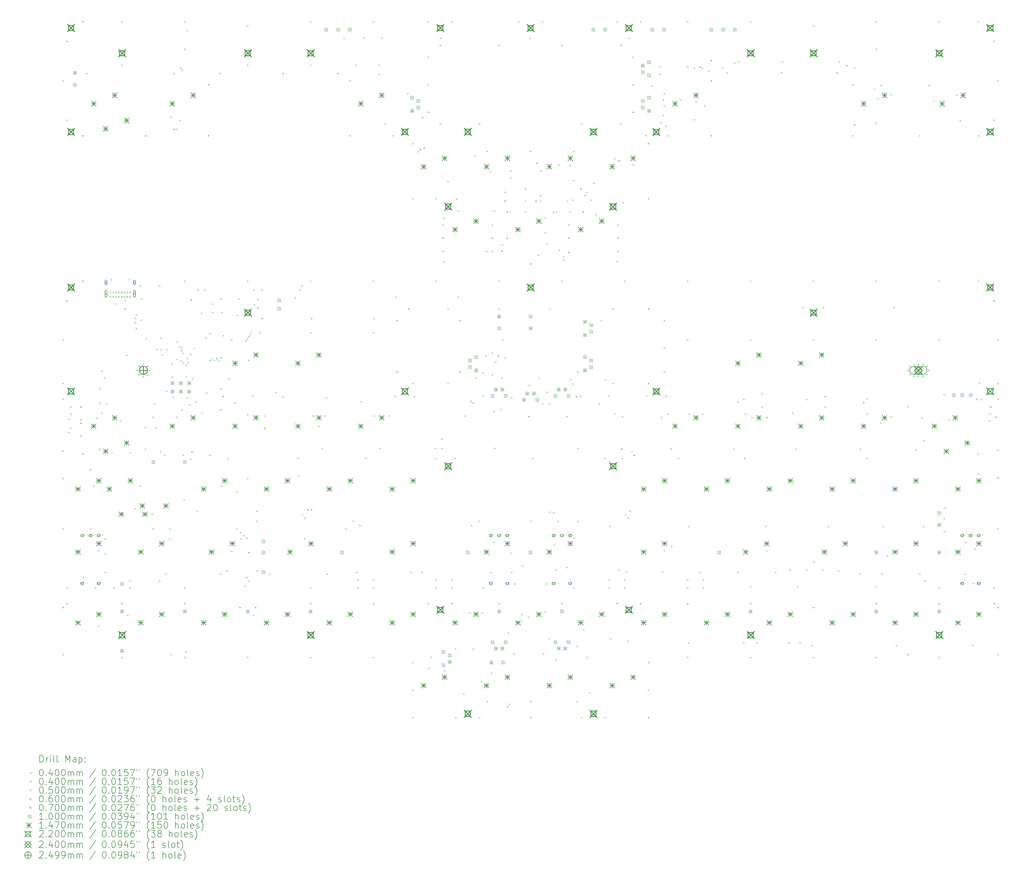
<source format=gbr>
%TF.GenerationSoftware,KiCad,Pcbnew,(6.0.10-0)*%
%TF.CreationDate,2023-02-15T16:22:54+09:00*%
%TF.ProjectId,Sandy,53616e64-792e-46b6-9963-61645f706362,v.0*%
%TF.SameCoordinates,Original*%
%TF.FileFunction,Drillmap*%
%TF.FilePolarity,Positive*%
%FSLAX45Y45*%
G04 Gerber Fmt 4.5, Leading zero omitted, Abs format (unit mm)*
G04 Created by KiCad (PCBNEW (6.0.10-0)) date 2023-02-15 16:22:54*
%MOMM*%
%LPD*%
G01*
G04 APERTURE LIST*
%ADD10C,0.200000*%
%ADD11C,0.040000*%
%ADD12C,0.050000*%
%ADD13C,0.060000*%
%ADD14C,0.070000*%
%ADD15C,0.100000*%
%ADD16C,0.147000*%
%ADD17C,0.220000*%
%ADD18C,0.240000*%
%ADD19C,0.249940*%
G04 APERTURE END LIST*
D10*
D11*
X2204906Y-3990028D02*
X2244906Y-4030028D01*
X2244906Y-3990028D02*
X2204906Y-4030028D01*
X2204906Y-11848153D02*
X2244906Y-11888153D01*
X2244906Y-11848153D02*
X2204906Y-11888153D01*
X2204906Y-13157840D02*
X2244906Y-13197840D01*
X2244906Y-13157840D02*
X2204906Y-13197840D01*
X2204906Y-13634090D02*
X2244906Y-13674090D01*
X2244906Y-13634090D02*
X2204906Y-13674090D01*
X2204906Y-15200953D02*
X2244906Y-15240953D01*
X2244906Y-15200953D02*
X2204906Y-15240953D01*
X2204906Y-16039153D02*
X2244906Y-16079153D01*
X2244906Y-16039153D02*
X2204906Y-16079153D01*
X2204906Y-17563153D02*
X2244906Y-17603153D01*
X2244906Y-17563153D02*
X2204906Y-17603153D01*
X2204906Y-19944403D02*
X2244906Y-19984403D01*
X2244906Y-19944403D02*
X2204906Y-19984403D01*
X2204906Y-21373153D02*
X2244906Y-21413153D01*
X2244906Y-21373153D02*
X2204906Y-21413153D01*
X2323969Y-2799403D02*
X2363969Y-2839403D01*
X2363969Y-2799403D02*
X2323969Y-2839403D01*
X2323969Y-5180653D02*
X2363969Y-5220653D01*
X2363969Y-5180653D02*
X2323969Y-5220653D01*
X2323969Y-10657528D02*
X2363969Y-10697528D01*
X2363969Y-10657528D02*
X2323969Y-10697528D01*
X2323969Y-19349091D02*
X2363969Y-19389091D01*
X2363969Y-19349091D02*
X2323969Y-19389091D01*
X2323969Y-19825341D02*
X2363969Y-19865341D01*
X2363969Y-19825341D02*
X2323969Y-19865341D01*
X2390644Y-14245278D02*
X2430644Y-14285278D01*
X2430644Y-14245278D02*
X2390644Y-14285278D01*
X2390644Y-14642153D02*
X2430644Y-14682153D01*
X2430644Y-14642153D02*
X2390644Y-14682153D01*
X2441444Y-14515153D02*
X2481444Y-14555153D01*
X2481444Y-14515153D02*
X2441444Y-14555153D01*
X2443031Y-13872215D02*
X2483031Y-13912215D01*
X2483031Y-13872215D02*
X2443031Y-13912215D01*
X2452360Y-14092878D02*
X2492360Y-14132878D01*
X2492360Y-14092878D02*
X2452360Y-14132878D01*
X2745972Y-14365657D02*
X2785972Y-14405657D01*
X2785972Y-14365657D02*
X2745972Y-14405657D01*
X2746244Y-14743753D02*
X2786244Y-14783753D01*
X2786244Y-14743753D02*
X2746244Y-14783753D01*
X2748600Y-13873800D02*
X2788600Y-13913800D01*
X2788600Y-13873800D02*
X2748600Y-13913800D01*
X2748600Y-14254800D02*
X2788600Y-14294800D01*
X2788600Y-14254800D02*
X2748600Y-14294800D01*
X2800218Y-2204091D02*
X2840218Y-2244091D01*
X2840218Y-2204091D02*
X2800218Y-2244091D01*
X2800218Y-5656903D02*
X2840218Y-5696903D01*
X2840218Y-5656903D02*
X2800218Y-5696903D01*
X2800218Y-10062216D02*
X2840218Y-10102216D01*
X2840218Y-10062216D02*
X2800218Y-10102216D01*
X2800218Y-15300965D02*
X2840218Y-15340965D01*
X2840218Y-15300965D02*
X2800218Y-15340965D01*
X2822443Y-19036353D02*
X2862443Y-19076353D01*
X2862443Y-19036353D02*
X2822443Y-19076353D01*
X2924043Y-3770953D02*
X2964043Y-3810953D01*
X2964043Y-3770953D02*
X2924043Y-3810953D01*
X3038343Y-15777215D02*
X3078343Y-15817215D01*
X3078343Y-15777215D02*
X3038343Y-15817215D01*
X3051043Y-17563153D02*
X3091043Y-17603153D01*
X3091043Y-17563153D02*
X3051043Y-17603153D01*
X3127243Y-16267753D02*
X3167243Y-16307753D01*
X3167243Y-16267753D02*
X3127243Y-16307753D01*
X3178043Y-19341153D02*
X3218043Y-19381153D01*
X3218043Y-19341153D02*
X3178043Y-19381153D01*
X3228843Y-14210353D02*
X3268843Y-14250353D01*
X3268843Y-14210353D02*
X3228843Y-14250353D01*
X3279643Y-18223553D02*
X3319643Y-18263553D01*
X3319643Y-18223553D02*
X3279643Y-18263553D01*
X3279643Y-20509553D02*
X3319643Y-20549553D01*
X3319643Y-20509553D02*
X3279643Y-20549553D01*
X3305043Y-15150153D02*
X3345043Y-15190153D01*
X3345043Y-15150153D02*
X3305043Y-15190153D01*
X3330443Y-13321353D02*
X3370443Y-13361353D01*
X3370443Y-13321353D02*
X3330443Y-13361353D01*
X3330443Y-13753153D02*
X3370443Y-13793153D01*
X3370443Y-13753153D02*
X3330443Y-13793153D01*
X3381243Y-12787953D02*
X3421243Y-12827953D01*
X3421243Y-12787953D02*
X3381243Y-12827953D01*
X3381243Y-14057953D02*
X3421243Y-14097953D01*
X3421243Y-14057953D02*
X3381243Y-14097953D01*
X3457443Y-12991153D02*
X3497443Y-13031153D01*
X3497443Y-12991153D02*
X3457443Y-13031153D01*
X3482843Y-17867953D02*
X3522843Y-17907953D01*
X3522843Y-17867953D02*
X3482843Y-17907953D01*
X3482843Y-18325153D02*
X3522843Y-18365153D01*
X3522843Y-18325153D02*
X3482843Y-18365153D01*
X3482843Y-18883953D02*
X3522843Y-18923953D01*
X3522843Y-18883953D02*
X3482843Y-18923953D01*
X3533643Y-13778553D02*
X3573643Y-13818553D01*
X3573643Y-13778553D02*
X3533643Y-13818553D01*
X3660643Y-10019353D02*
X3700643Y-10059353D01*
X3700643Y-10019353D02*
X3660643Y-10059353D01*
X3686043Y-15251753D02*
X3726043Y-15291753D01*
X3726043Y-15251753D02*
X3686043Y-15291753D01*
X3752718Y-19349091D02*
X3792718Y-19389091D01*
X3792718Y-19349091D02*
X3752718Y-19389091D01*
X3785843Y-10743153D02*
X3825843Y-10783153D01*
X3825843Y-10743153D02*
X3785843Y-10783153D01*
X3940043Y-14286553D02*
X3980043Y-14326553D01*
X3980043Y-14286553D02*
X3940043Y-14326553D01*
X3990843Y-2204091D02*
X4030843Y-2244091D01*
X4030843Y-2204091D02*
X3990843Y-2244091D01*
X3990843Y-3516953D02*
X4030843Y-3556953D01*
X4030843Y-3516953D02*
X3990843Y-3556953D01*
X3990843Y-19825341D02*
X4030843Y-19865341D01*
X4030843Y-19825341D02*
X3990843Y-19865341D01*
X3990843Y-21458878D02*
X4030843Y-21498878D01*
X4030843Y-21458878D02*
X3990843Y-21498878D01*
X4085843Y-10643153D02*
X4125843Y-10683153D01*
X4125843Y-10643153D02*
X4085843Y-10683153D01*
X4085843Y-10893153D02*
X4125843Y-10933153D01*
X4125843Y-10893153D02*
X4085843Y-10933153D01*
X4143243Y-12305353D02*
X4183243Y-12345353D01*
X4183243Y-12305353D02*
X4143243Y-12345353D01*
X4168643Y-20179353D02*
X4208644Y-20219353D01*
X4208644Y-20179353D02*
X4168643Y-20219353D01*
X4219444Y-10019353D02*
X4259444Y-10059353D01*
X4259444Y-10019353D02*
X4219444Y-10059353D01*
X4228969Y-19137953D02*
X4268969Y-19177953D01*
X4268969Y-19137953D02*
X4228969Y-19177953D01*
X4228969Y-19349091D02*
X4268969Y-19389091D01*
X4268969Y-19349091D02*
X4228969Y-19389091D01*
X4244844Y-15251753D02*
X4284844Y-15291753D01*
X4284844Y-15251753D02*
X4244844Y-15291753D01*
X4397243Y-11314753D02*
X4437243Y-11354753D01*
X4437243Y-11314753D02*
X4397243Y-11354753D01*
X4397244Y-16953553D02*
X4437244Y-16993553D01*
X4437244Y-16953553D02*
X4397244Y-16993553D01*
X4397244Y-11187753D02*
X4437244Y-11227753D01*
X4437244Y-11187753D02*
X4397244Y-11227753D01*
X4422644Y-11086153D02*
X4462644Y-11126153D01*
X4462644Y-11086153D02*
X4422644Y-11126153D01*
X4422644Y-11492553D02*
X4462644Y-11532553D01*
X4462644Y-11492553D02*
X4422644Y-11532553D01*
X4549644Y-10209853D02*
X4589644Y-10249853D01*
X4589644Y-10209853D02*
X4549644Y-10249853D01*
X4549644Y-16267753D02*
X4589644Y-16307753D01*
X4589644Y-16267753D02*
X4549644Y-16307753D01*
X4575044Y-11238553D02*
X4615044Y-11278553D01*
X4615044Y-11238553D02*
X4575044Y-11278553D01*
X4585844Y-10593153D02*
X4625844Y-10633153D01*
X4625844Y-10593153D02*
X4585844Y-10633153D01*
X4702044Y-14489753D02*
X4742044Y-14529753D01*
X4742044Y-14489753D02*
X4702044Y-14529753D01*
X4702044Y-15150153D02*
X4742044Y-15190153D01*
X4742044Y-15150153D02*
X4702044Y-15190153D01*
X4705219Y-5656903D02*
X4745219Y-5696903D01*
X4745219Y-5656903D02*
X4705219Y-5696903D01*
X4727444Y-11797353D02*
X4767444Y-11837353D01*
X4767444Y-11797353D02*
X4727444Y-11837353D01*
X4905244Y-17105953D02*
X4945244Y-17145953D01*
X4945244Y-17105953D02*
X4905244Y-17145953D01*
X4930644Y-14184953D02*
X4970644Y-14224953D01*
X4970644Y-14184953D02*
X4930644Y-14224953D01*
X4930644Y-17563153D02*
X4970644Y-17603153D01*
X4970644Y-17563153D02*
X4930644Y-17603153D01*
X4981444Y-13778553D02*
X5021444Y-13818553D01*
X5021444Y-13778553D02*
X4981444Y-13818553D01*
X5032244Y-14515153D02*
X5072244Y-14555153D01*
X5072244Y-14515153D02*
X5032244Y-14555153D01*
X5057644Y-12127553D02*
X5097644Y-12167553D01*
X5097644Y-12127553D02*
X5057644Y-12167553D01*
X5133844Y-10213028D02*
X5173844Y-10253028D01*
X5173844Y-10213028D02*
X5133844Y-10253028D01*
X5133844Y-19137953D02*
X5173844Y-19177953D01*
X5173844Y-19137953D02*
X5133844Y-19177953D01*
X5159244Y-15226353D02*
X5199244Y-15266353D01*
X5199244Y-15226353D02*
X5159244Y-15266353D01*
X5164772Y-11787828D02*
X5204772Y-11827828D01*
X5204772Y-11787828D02*
X5164772Y-11827828D01*
X5184644Y-12127553D02*
X5224644Y-12167553D01*
X5224644Y-12127553D02*
X5184644Y-12167553D01*
X5210044Y-12305353D02*
X5250044Y-12345353D01*
X5250044Y-12305353D02*
X5210044Y-12345353D01*
X5286244Y-15327953D02*
X5326244Y-15367953D01*
X5326244Y-15327953D02*
X5286244Y-15367953D01*
X5311644Y-18934753D02*
X5351644Y-18974753D01*
X5351644Y-18934753D02*
X5311644Y-18974753D01*
X5337044Y-13397553D02*
X5377044Y-13437553D01*
X5377044Y-13397553D02*
X5337044Y-13437553D01*
X5344615Y-12132834D02*
X5384615Y-12172834D01*
X5384615Y-12132834D02*
X5344615Y-12172834D01*
X5438644Y-17563153D02*
X5478644Y-17603153D01*
X5478644Y-17563153D02*
X5438644Y-17603153D01*
X5438644Y-17867953D02*
X5478644Y-17907953D01*
X5478644Y-17867953D02*
X5438644Y-17907953D01*
X5464044Y-5091753D02*
X5504044Y-5131753D01*
X5504044Y-5091753D02*
X5464044Y-5131753D01*
X5471151Y-21364386D02*
X5511151Y-21404386D01*
X5511151Y-21364386D02*
X5471151Y-21404386D01*
X5514844Y-12559353D02*
X5554844Y-12599353D01*
X5554844Y-12559353D02*
X5514844Y-12599353D01*
X5514844Y-12965753D02*
X5554844Y-13005753D01*
X5554844Y-12965753D02*
X5514844Y-13005753D01*
X5540244Y-13575353D02*
X5580244Y-13615353D01*
X5580244Y-13575353D02*
X5540244Y-13615353D01*
X5561723Y-5459813D02*
X5601723Y-5499813D01*
X5601723Y-5459813D02*
X5561723Y-5499813D01*
X5565644Y-3770953D02*
X5605643Y-3810953D01*
X5605643Y-3770953D02*
X5565644Y-3810953D01*
X5641843Y-5464716D02*
X5681843Y-5504716D01*
X5681843Y-5464716D02*
X5641843Y-5504716D01*
X5641843Y-14184953D02*
X5681843Y-14224953D01*
X5681843Y-14184953D02*
X5641843Y-14224953D01*
X5654543Y-12426000D02*
X5694543Y-12466000D01*
X5694543Y-12426000D02*
X5654543Y-12466000D01*
X5656870Y-11895110D02*
X5696870Y-11935110D01*
X5696870Y-11895110D02*
X5656870Y-11935110D01*
X5740720Y-12043200D02*
X5780720Y-12083200D01*
X5780720Y-12043200D02*
X5740720Y-12083200D01*
X5743443Y-5193353D02*
X5783443Y-5233353D01*
X5783443Y-5193353D02*
X5743443Y-5233353D01*
X5764109Y-3606383D02*
X5804109Y-3646383D01*
X5804109Y-3606383D02*
X5764109Y-3646383D01*
X5775281Y-12472719D02*
X5815281Y-12512719D01*
X5815281Y-12472719D02*
X5775281Y-12512719D01*
X5792322Y-13954278D02*
X5832322Y-13994278D01*
X5832322Y-13954278D02*
X5792322Y-13994278D01*
X5796098Y-12164351D02*
X5836098Y-12204351D01*
X5836098Y-12164351D02*
X5796098Y-12204351D01*
X5811840Y-12085640D02*
X5851840Y-12125640D01*
X5851840Y-12085640D02*
X5811840Y-12125640D01*
X5819643Y-3669353D02*
X5859643Y-3709353D01*
X5859643Y-3669353D02*
X5819643Y-3709353D01*
X5837240Y-12243120D02*
X5877240Y-12283120D01*
X5877240Y-12243120D02*
X5837240Y-12283120D01*
X5845043Y-12533953D02*
X5885043Y-12573953D01*
X5885043Y-12533953D02*
X5845043Y-12573953D01*
X5845043Y-15327953D02*
X5885043Y-15367953D01*
X5885043Y-15327953D02*
X5845043Y-15367953D01*
X5870443Y-16674153D02*
X5910443Y-16714153D01*
X5910443Y-16674153D02*
X5870443Y-16714153D01*
X5895843Y-2204091D02*
X5935843Y-2244091D01*
X5935843Y-2204091D02*
X5895843Y-2244091D01*
X5895843Y-3037528D02*
X5935843Y-3077528D01*
X5935843Y-3037528D02*
X5895843Y-3077528D01*
X5895843Y-10062216D02*
X5935843Y-10102216D01*
X5935843Y-10062216D02*
X5895843Y-10102216D01*
X5895843Y-19349091D02*
X5935843Y-19389091D01*
X5935843Y-19349091D02*
X5895843Y-19389091D01*
X5895843Y-19825341D02*
X5935843Y-19865341D01*
X5935843Y-19825341D02*
X5895843Y-19865341D01*
X5895843Y-21458878D02*
X5935843Y-21498878D01*
X5935843Y-21458878D02*
X5895843Y-21498878D01*
X5927718Y-21285966D02*
X5967718Y-21325966D01*
X5967718Y-21285966D02*
X5927718Y-21325966D01*
X5946643Y-12610153D02*
X5986643Y-12650153D01*
X5986643Y-12610153D02*
X5946643Y-12650153D01*
X5946643Y-12965753D02*
X5986643Y-13005753D01*
X5986643Y-12965753D02*
X5946643Y-13005753D01*
X5972043Y-2475553D02*
X6012043Y-2515553D01*
X6012043Y-2475553D02*
X5972043Y-2515553D01*
X5972043Y-12406953D02*
X6012043Y-12446953D01*
X6012043Y-12406953D02*
X5972043Y-12446953D01*
X5972043Y-13600753D02*
X6012043Y-13640753D01*
X6012043Y-13600753D02*
X5972043Y-13640753D01*
X5983056Y-12522941D02*
X6023056Y-12562941D01*
X6023056Y-12522941D02*
X5983056Y-12562941D01*
X6048243Y-13803953D02*
X6088243Y-13843953D01*
X6088243Y-13803953D02*
X6048243Y-13843953D01*
X6073643Y-12279953D02*
X6113643Y-12319953D01*
X6113643Y-12279953D02*
X6073643Y-12319953D01*
X6073643Y-15454953D02*
X6113643Y-15494953D01*
X6113643Y-15454953D02*
X6073643Y-15494953D01*
X6085843Y-10628953D02*
X6125843Y-10668953D01*
X6125843Y-10628953D02*
X6085843Y-10668953D01*
X6110056Y-15227840D02*
X6150056Y-15267840D01*
X6150056Y-15227840D02*
X6110056Y-15267840D01*
X6124443Y-13016553D02*
X6164443Y-13056553D01*
X6164443Y-13016553D02*
X6124443Y-13056553D01*
X6180006Y-12097390D02*
X6220006Y-12137390D01*
X6220006Y-12097390D02*
X6180006Y-12137390D01*
X6226043Y-13727753D02*
X6266043Y-13767753D01*
X6266043Y-13727753D02*
X6226043Y-13767753D01*
X6276843Y-17029753D02*
X6316843Y-17069753D01*
X6316843Y-17029753D02*
X6276843Y-17069753D01*
X6302243Y-10324153D02*
X6342243Y-10364153D01*
X6342243Y-10324153D02*
X6302243Y-10364153D01*
X6403843Y-11035353D02*
X6443843Y-11075353D01*
X6443843Y-11035353D02*
X6403843Y-11075353D01*
X6403843Y-14057953D02*
X6443843Y-14097953D01*
X6443843Y-14057953D02*
X6403843Y-14097953D01*
X6505443Y-10324153D02*
X6545443Y-10364153D01*
X6545443Y-10324153D02*
X6505443Y-10364153D01*
X6530843Y-11771953D02*
X6570843Y-11811953D01*
X6570843Y-11771953D02*
X6530843Y-11811953D01*
X6556243Y-13448353D02*
X6596243Y-13488353D01*
X6596243Y-13448353D02*
X6556243Y-13488353D01*
X6610218Y-4109090D02*
X6650218Y-4149090D01*
X6650218Y-4109090D02*
X6610218Y-4149090D01*
X6610218Y-5656903D02*
X6650218Y-5696903D01*
X6650218Y-5656903D02*
X6610218Y-5696903D01*
X6657843Y-11644953D02*
X6697843Y-11684953D01*
X6697843Y-11644953D02*
X6657843Y-11684953D01*
X6657843Y-12460928D02*
X6697843Y-12500928D01*
X6697843Y-12460928D02*
X6657843Y-12500928D01*
X6659556Y-15332840D02*
X6699556Y-15372840D01*
X6699556Y-15332840D02*
X6659556Y-15372840D01*
X6721343Y-12410128D02*
X6761343Y-12450128D01*
X6761343Y-12410128D02*
X6721343Y-12450128D01*
X6734043Y-10755953D02*
X6774043Y-10795953D01*
X6774043Y-10755953D02*
X6734043Y-10795953D01*
X6734043Y-11009953D02*
X6774043Y-11049953D01*
X6774043Y-11009953D02*
X6734043Y-11049953D01*
X6797543Y-12460928D02*
X6837543Y-12500928D01*
X6837543Y-12460928D02*
X6797543Y-12500928D01*
X6861043Y-12410128D02*
X6901043Y-12450128D01*
X6901043Y-12410128D02*
X6861043Y-12450128D01*
X6924543Y-12460928D02*
X6964543Y-12500928D01*
X6964543Y-12460928D02*
X6924543Y-12500928D01*
X6967406Y-3770953D02*
X7007406Y-3810953D01*
X7007406Y-3770953D02*
X6967406Y-3810953D01*
X6988043Y-10603553D02*
X7028043Y-10643553D01*
X7028043Y-10603553D02*
X6988043Y-10643553D01*
X6988043Y-12384728D02*
X7028043Y-12424728D01*
X7028043Y-12384728D02*
X6988043Y-12424728D01*
X6988043Y-13321353D02*
X7028043Y-13361353D01*
X7028043Y-13321353D02*
X6988043Y-13361353D01*
X6988043Y-13949633D02*
X7028043Y-13989633D01*
X7028043Y-13949633D02*
X6988043Y-13989633D01*
X6988043Y-16267753D02*
X7028043Y-16307753D01*
X7028043Y-16267753D02*
X6988043Y-16307753D01*
X6988043Y-18934753D02*
X7028043Y-18974753D01*
X7028043Y-18934753D02*
X6988043Y-18974753D01*
X7013443Y-11009953D02*
X7053443Y-11049953D01*
X7053443Y-11009953D02*
X7013443Y-11049953D01*
X7051013Y-13549953D02*
X7091013Y-13589953D01*
X7091013Y-13549953D02*
X7051013Y-13589953D01*
X7064243Y-11711628D02*
X7104243Y-11751628D01*
X7104243Y-11711628D02*
X7064243Y-11751628D01*
X7165843Y-18833153D02*
X7205843Y-18873153D01*
X7205843Y-18833153D02*
X7165843Y-18873153D01*
X7191243Y-15429553D02*
X7231243Y-15469553D01*
X7231243Y-15429553D02*
X7191243Y-15469553D01*
X7242043Y-13016553D02*
X7282043Y-13056553D01*
X7282043Y-13016553D02*
X7242043Y-13056553D01*
X7318243Y-11848153D02*
X7358243Y-11888153D01*
X7358243Y-11848153D02*
X7318243Y-11888153D01*
X7318243Y-18248953D02*
X7358243Y-18288953D01*
X7358243Y-18248953D02*
X7318243Y-18288953D01*
X7419843Y-13753153D02*
X7459843Y-13793153D01*
X7459843Y-13753153D02*
X7419843Y-13793153D01*
X7470643Y-16445553D02*
X7510643Y-16485553D01*
X7510643Y-16445553D02*
X7470643Y-16485553D01*
X7470643Y-17563153D02*
X7510643Y-17603153D01*
X7510643Y-17563153D02*
X7470643Y-17603153D01*
X7485843Y-11093153D02*
X7525843Y-11133153D01*
X7525843Y-11093153D02*
X7485843Y-11133153D01*
X7546843Y-10603553D02*
X7586843Y-10643553D01*
X7586843Y-10603553D02*
X7546843Y-10643553D01*
X7562718Y-19944403D02*
X7602718Y-19984403D01*
X7602718Y-19944403D02*
X7562718Y-19984403D01*
X7590295Y-17673279D02*
X7630295Y-17713279D01*
X7630295Y-17673279D02*
X7590295Y-17713279D01*
X7597643Y-17867953D02*
X7637643Y-17907953D01*
X7637643Y-17867953D02*
X7597643Y-17907953D01*
X7682704Y-17765689D02*
X7722704Y-17805689D01*
X7722704Y-17765689D02*
X7682704Y-17805689D01*
X7724643Y-19290353D02*
X7764643Y-19330353D01*
X7764643Y-19290353D02*
X7724643Y-19330353D01*
X7746071Y-11870251D02*
X7786071Y-11910251D01*
X7786071Y-11870251D02*
X7746071Y-11910251D01*
X7764431Y-17842553D02*
X7804431Y-17882553D01*
X7804431Y-17842553D02*
X7764431Y-17882553D01*
X7764431Y-19037841D02*
X7804431Y-19077841D01*
X7804431Y-19037841D02*
X7764431Y-19077841D01*
X7789259Y-11802589D02*
X7829259Y-11842589D01*
X7829259Y-11802589D02*
X7789259Y-11842589D01*
X7800843Y-2323153D02*
X7840843Y-2363153D01*
X7840843Y-2323153D02*
X7800843Y-2363153D01*
X7800843Y-3516953D02*
X7840843Y-3556953D01*
X7840843Y-3516953D02*
X7800843Y-3556953D01*
X7800843Y-10062216D02*
X7840843Y-10102216D01*
X7840843Y-10062216D02*
X7800843Y-10102216D01*
X7800843Y-14108753D02*
X7840843Y-14148753D01*
X7840843Y-14108753D02*
X7800843Y-14148753D01*
X7800843Y-16039153D02*
X7840843Y-16079153D01*
X7840843Y-16039153D02*
X7800843Y-16079153D01*
X7800843Y-21458878D02*
X7840843Y-21498878D01*
X7840843Y-21458878D02*
X7800843Y-21498878D01*
X7826243Y-12457753D02*
X7866243Y-12497753D01*
X7866243Y-12457753D02*
X7826243Y-12497753D01*
X7832546Y-11734990D02*
X7872546Y-11774990D01*
X7872546Y-11734990D02*
X7832546Y-11774990D01*
X7837231Y-18276066D02*
X7877231Y-18316066D01*
X7877231Y-18276066D02*
X7837231Y-18316066D01*
X7837231Y-19142841D02*
X7877231Y-19182841D01*
X7877231Y-19142841D02*
X7837231Y-19182841D01*
X7873845Y-11666159D02*
X7913845Y-11706159D01*
X7913845Y-11666159D02*
X7873845Y-11706159D01*
X7915143Y-11597328D02*
X7955143Y-11637328D01*
X7955143Y-11597328D02*
X7915143Y-11637328D01*
X7953243Y-13524553D02*
X7993243Y-13564553D01*
X7993243Y-13524553D02*
X7953243Y-13564553D01*
X7978643Y-10324153D02*
X8018643Y-10364153D01*
X8018643Y-10324153D02*
X7978643Y-10364153D01*
X7978643Y-20179353D02*
X8018643Y-20219353D01*
X8018643Y-20179353D02*
X7978643Y-20219353D01*
X8004043Y-10768653D02*
X8044043Y-10808653D01*
X8044043Y-10768653D02*
X8004043Y-10808653D01*
X8038968Y-19944403D02*
X8078968Y-19984403D01*
X8078968Y-19944403D02*
X8038968Y-19984403D01*
X8080243Y-17029753D02*
X8120243Y-17069753D01*
X8120243Y-17029753D02*
X8080243Y-17069753D01*
X8080243Y-17334553D02*
X8120243Y-17374553D01*
X8120243Y-17334553D02*
X8080243Y-17374553D01*
X8080243Y-18833153D02*
X8120243Y-18873153D01*
X8120243Y-18833153D02*
X8080243Y-18873153D01*
X8104828Y-10610522D02*
X8144828Y-10650522D01*
X8144828Y-10610522D02*
X8104828Y-10650522D01*
X8108000Y-10876600D02*
X8148000Y-10916600D01*
X8148000Y-10876600D02*
X8108000Y-10916600D01*
X8181843Y-11619553D02*
X8221843Y-11659553D01*
X8221843Y-11619553D02*
X8181843Y-11659553D01*
X8232643Y-10324153D02*
X8272643Y-10364153D01*
X8272643Y-10324153D02*
X8232643Y-10364153D01*
X8235843Y-11193153D02*
X8275843Y-11233153D01*
X8275843Y-11193153D02*
X8235843Y-11233153D01*
X8310843Y-14143153D02*
X8350843Y-14183153D01*
X8350843Y-14143153D02*
X8310843Y-14183153D01*
X8310843Y-14518153D02*
X8350843Y-14558153D01*
X8350843Y-14518153D02*
X8310843Y-14558153D01*
X8461244Y-18934753D02*
X8501244Y-18974753D01*
X8501244Y-18934753D02*
X8461244Y-18974753D01*
X8661224Y-13428197D02*
X8701224Y-13468197D01*
X8701224Y-13428197D02*
X8661224Y-13468197D01*
X8867644Y-13575353D02*
X8907644Y-13615353D01*
X8907644Y-13575353D02*
X8867644Y-13615353D01*
X8872406Y-3770953D02*
X8912406Y-3810953D01*
X8912406Y-3770953D02*
X8872406Y-3810953D01*
X9248644Y-10578153D02*
X9288644Y-10618153D01*
X9288644Y-10578153D02*
X9248644Y-10618153D01*
X9324844Y-15429553D02*
X9364844Y-15469553D01*
X9364844Y-15429553D02*
X9324844Y-15469553D01*
X9350244Y-15962953D02*
X9390244Y-16002953D01*
X9390244Y-15962953D02*
X9350244Y-16002953D01*
X9375644Y-10324153D02*
X9415644Y-10364153D01*
X9415644Y-10324153D02*
X9375644Y-10364153D01*
X9448669Y-10213028D02*
X9488669Y-10253028D01*
X9488669Y-10213028D02*
X9448669Y-10253028D01*
X9464544Y-17134528D02*
X9504544Y-17174528D01*
X9504544Y-17134528D02*
X9464544Y-17174528D01*
X9526331Y-17237841D02*
X9566331Y-17277841D01*
X9566331Y-17237841D02*
X9526331Y-17277841D01*
X9528044Y-17867953D02*
X9568044Y-17907953D01*
X9568044Y-17867953D02*
X9528044Y-17907953D01*
X9629644Y-16982128D02*
X9669644Y-17022128D01*
X9669644Y-16982128D02*
X9629644Y-17022128D01*
X9705844Y-2204091D02*
X9745844Y-2244091D01*
X9745844Y-2204091D02*
X9705844Y-2244091D01*
X9705844Y-3516953D02*
X9745844Y-3556953D01*
X9745844Y-3516953D02*
X9705844Y-3556953D01*
X9705844Y-10062216D02*
X9745844Y-10102216D01*
X9745844Y-10062216D02*
X9705844Y-10102216D01*
X9705844Y-19349091D02*
X9745844Y-19389091D01*
X9745844Y-19349091D02*
X9705844Y-19389091D01*
X9705844Y-19825341D02*
X9745844Y-19865341D01*
X9745844Y-19825341D02*
X9705844Y-19865341D01*
X9705844Y-21458878D02*
X9745844Y-21498878D01*
X9745844Y-21458878D02*
X9705844Y-21498878D01*
X9731244Y-11619553D02*
X9771244Y-11659553D01*
X9771244Y-11619553D02*
X9731244Y-11659553D01*
X9734976Y-16985861D02*
X9774976Y-17025861D01*
X9774976Y-16985861D02*
X9734976Y-17025861D01*
X9735844Y-11193153D02*
X9775844Y-11233153D01*
X9775844Y-11193153D02*
X9735844Y-11233153D01*
X9785844Y-14143153D02*
X9825844Y-14183153D01*
X9825844Y-14143153D02*
X9785844Y-14183153D01*
X9959844Y-14464353D02*
X9999844Y-14504353D01*
X9999844Y-14464353D02*
X9959844Y-14504353D01*
X10061444Y-15124753D02*
X10101444Y-15164753D01*
X10101444Y-15124753D02*
X10061444Y-15164753D01*
X10135844Y-14143153D02*
X10175844Y-14183153D01*
X10175844Y-14143153D02*
X10135844Y-14183153D01*
X10188444Y-13600753D02*
X10228444Y-13640753D01*
X10228444Y-13600753D02*
X10188444Y-13640753D01*
X10213844Y-18934753D02*
X10253844Y-18974753D01*
X10253844Y-18934753D02*
X10213844Y-18974753D01*
X10539281Y-3770953D02*
X10579281Y-3810953D01*
X10579281Y-3770953D02*
X10539281Y-3810953D01*
X10721844Y-2704153D02*
X10761844Y-2744153D01*
X10761844Y-2704153D02*
X10721844Y-2744153D01*
X10772644Y-17563153D02*
X10812644Y-17603153D01*
X10812644Y-17563153D02*
X10772644Y-17603153D01*
X10896469Y-3990028D02*
X10936469Y-4030028D01*
X10936469Y-3990028D02*
X10896469Y-4030028D01*
X10896469Y-5656903D02*
X10936469Y-5696903D01*
X10936469Y-5656903D02*
X10896469Y-5696903D01*
X11001244Y-17334553D02*
X11041244Y-17374553D01*
X11041244Y-17334553D02*
X11001244Y-17374553D01*
X11077444Y-3516953D02*
X11117444Y-3556953D01*
X11117444Y-3516953D02*
X11077444Y-3556953D01*
X11102844Y-18883953D02*
X11142844Y-18923953D01*
X11142844Y-18883953D02*
X11102844Y-18923953D01*
X11134594Y-19110966D02*
X11174594Y-19150966D01*
X11174594Y-19110966D02*
X11134594Y-19150966D01*
X11134594Y-19349091D02*
X11174594Y-19389091D01*
X11174594Y-19349091D02*
X11134594Y-19389091D01*
X11204443Y-17461553D02*
X11244443Y-17501553D01*
X11244443Y-17461553D02*
X11204443Y-17501553D01*
X11229843Y-13711906D02*
X11269843Y-13751906D01*
X11269843Y-13711906D02*
X11229843Y-13751906D01*
X11331443Y-2704153D02*
X11371443Y-2744153D01*
X11371443Y-2704153D02*
X11331443Y-2744153D01*
X11382243Y-15429553D02*
X11422243Y-15469553D01*
X11422243Y-15429553D02*
X11382243Y-15469553D01*
X11610843Y-2204091D02*
X11650843Y-2244091D01*
X11650843Y-2204091D02*
X11610843Y-2244091D01*
X11610843Y-10062216D02*
X11650843Y-10102216D01*
X11650843Y-10062216D02*
X11610843Y-10102216D01*
X11610843Y-11619553D02*
X11650843Y-11659553D01*
X11650843Y-11619553D02*
X11610843Y-11659553D01*
X11610843Y-19110966D02*
X11650843Y-19150966D01*
X11650843Y-19110966D02*
X11610843Y-19150966D01*
X11610843Y-19349091D02*
X11650843Y-19389091D01*
X11650843Y-19349091D02*
X11610843Y-19389091D01*
X11610843Y-19825341D02*
X11650843Y-19865341D01*
X11650843Y-19825341D02*
X11610843Y-19865341D01*
X11610843Y-21458878D02*
X11650843Y-21498878D01*
X11650843Y-21458878D02*
X11610843Y-21498878D01*
X11635843Y-11193153D02*
X11675843Y-11233153D01*
X11675843Y-11193153D02*
X11635843Y-11233153D01*
X11635843Y-14143153D02*
X11675843Y-14183153D01*
X11675843Y-14143153D02*
X11635843Y-14183153D01*
X11788643Y-3516953D02*
X11828643Y-3556953D01*
X11828643Y-3516953D02*
X11788643Y-3556953D01*
X11788643Y-3796353D02*
X11828643Y-3836353D01*
X11828643Y-3796353D02*
X11788643Y-3836353D01*
X11814043Y-15124753D02*
X11854043Y-15164753D01*
X11854043Y-15124753D02*
X11814043Y-15164753D01*
X11864843Y-2704153D02*
X11904843Y-2744153D01*
X11904843Y-2704153D02*
X11864843Y-2744153D01*
X11966443Y-5294953D02*
X12006443Y-5334953D01*
X12006443Y-5294953D02*
X11966443Y-5334953D01*
X12085843Y-14143153D02*
X12125843Y-14183153D01*
X12125843Y-14143153D02*
X12085843Y-14183153D01*
X12206156Y-5656903D02*
X12246156Y-5696903D01*
X12246156Y-5656903D02*
X12206156Y-5696903D01*
X12271243Y-13549953D02*
X12311243Y-13589953D01*
X12311243Y-13549953D02*
X12271243Y-13589953D01*
X12285843Y-10543153D02*
X12325843Y-10583153D01*
X12325843Y-10543153D02*
X12285843Y-10583153D01*
X12325218Y-11252840D02*
X12365218Y-11292840D01*
X12365218Y-11252840D02*
X12325218Y-11292840D01*
X12325218Y-12800653D02*
X12365218Y-12840653D01*
X12365218Y-12800653D02*
X12325218Y-12840653D01*
X12652243Y-4380553D02*
X12692243Y-4420553D01*
X12692243Y-4380553D02*
X12652243Y-4420553D01*
X12682406Y-10895653D02*
X12722406Y-10935653D01*
X12722406Y-10895653D02*
X12682406Y-10935653D01*
X12753843Y-18883953D02*
X12793843Y-18923953D01*
X12793843Y-18883953D02*
X12753843Y-18923953D01*
X12801468Y-5895028D02*
X12841468Y-5935028D01*
X12841468Y-5895028D02*
X12801468Y-5935028D01*
X12801468Y-7561903D02*
X12841468Y-7601903D01*
X12841468Y-7561903D02*
X12801468Y-7601903D01*
X12801468Y-13157840D02*
X12841468Y-13197840D01*
X12841468Y-13157840D02*
X12801468Y-13197840D01*
X12801468Y-21611278D02*
X12841468Y-21651278D01*
X12841468Y-21611278D02*
X12801468Y-21651278D01*
X12801468Y-23278153D02*
X12841468Y-23318153D01*
X12841468Y-23278153D02*
X12801468Y-23318153D01*
X12804643Y-22449478D02*
X12844643Y-22489478D01*
X12844643Y-22449478D02*
X12804643Y-22489478D01*
X12855443Y-13549953D02*
X12895443Y-13589953D01*
X12895443Y-13549953D02*
X12855443Y-13589953D01*
X12976484Y-6142288D02*
X13016484Y-6182288D01*
X13016484Y-6142288D02*
X12976484Y-6182288D01*
X13033243Y-6085528D02*
X13073243Y-6125528D01*
X13073243Y-6085528D02*
X13033243Y-6125528D01*
X13084043Y-18883953D02*
X13124043Y-18923953D01*
X13124043Y-18883953D02*
X13084043Y-18923953D01*
X13096743Y-5107628D02*
X13136743Y-5147628D01*
X13136743Y-5107628D02*
X13096743Y-5147628D01*
X13147543Y-6022028D02*
X13187543Y-6062028D01*
X13187543Y-6022028D02*
X13147543Y-6062028D01*
X13277718Y-2204091D02*
X13317718Y-2244091D01*
X13317718Y-2204091D02*
X13277718Y-2244091D01*
X13277718Y-3275653D02*
X13317718Y-3315653D01*
X13317718Y-3275653D02*
X13277718Y-3315653D01*
X13277718Y-4109090D02*
X13317718Y-4149090D01*
X13317718Y-4109090D02*
X13277718Y-4149090D01*
X13277718Y-4942528D02*
X13317718Y-4982528D01*
X13317718Y-4942528D02*
X13277718Y-4982528D01*
X13277718Y-19825341D02*
X13317718Y-19865341D01*
X13317718Y-19825341D02*
X13277718Y-19865341D01*
X13287243Y-21789078D02*
X13327243Y-21829078D01*
X13327243Y-21789078D02*
X13287243Y-21829078D01*
X13363443Y-21458878D02*
X13403443Y-21498878D01*
X13403443Y-21458878D02*
X13363443Y-21498878D01*
X13490443Y-15124753D02*
X13530443Y-15164753D01*
X13530443Y-15124753D02*
X13490443Y-15164753D01*
X13490443Y-15429553D02*
X13530443Y-15469553D01*
X13530443Y-15429553D02*
X13490443Y-15469553D01*
X13515843Y-7561903D02*
X13555843Y-7601903D01*
X13555843Y-7561903D02*
X13515843Y-7601903D01*
X13515843Y-10062216D02*
X13555843Y-10102216D01*
X13555843Y-10062216D02*
X13515843Y-10102216D01*
X13515843Y-19110966D02*
X13555843Y-19150966D01*
X13555843Y-19110966D02*
X13515843Y-19150966D01*
X13515843Y-19349091D02*
X13555843Y-19389091D01*
X13555843Y-19349091D02*
X13515843Y-19389091D01*
X13634906Y-2918465D02*
X13674906Y-2958465D01*
X13674906Y-2918465D02*
X13634906Y-2958465D01*
X13634906Y-5299716D02*
X13674906Y-5339716D01*
X13674906Y-5299716D02*
X13634906Y-5339716D01*
X13642843Y-2704153D02*
X13682843Y-2744153D01*
X13682843Y-2704153D02*
X13642843Y-2744153D01*
X13685843Y-14843153D02*
X13725843Y-14883153D01*
X13725843Y-14843153D02*
X13685843Y-14883153D01*
X13693643Y-15124753D02*
X13733643Y-15164753D01*
X13733643Y-15124753D02*
X13693643Y-15164753D01*
X13719043Y-8358828D02*
X13759043Y-8398828D01*
X13759043Y-8358828D02*
X13719043Y-8398828D01*
X13719043Y-8752528D02*
X13759043Y-8792528D01*
X13759043Y-8752528D02*
X13719043Y-8792528D01*
X13719043Y-9158928D02*
X13759043Y-9198928D01*
X13759043Y-9158928D02*
X13719043Y-9198928D01*
X13753968Y-8157215D02*
X13793968Y-8197215D01*
X13793968Y-8157215D02*
X13753968Y-8197215D01*
X13753968Y-9466903D02*
X13793968Y-9506903D01*
X13793968Y-9466903D02*
X13753968Y-9506903D01*
X13769843Y-21865278D02*
X13809843Y-21905278D01*
X13809843Y-21865278D02*
X13769843Y-21905278D01*
X13871443Y-7038028D02*
X13911443Y-7078028D01*
X13911443Y-7038028D02*
X13871443Y-7078028D01*
X13873031Y-10895653D02*
X13913031Y-10935653D01*
X13913031Y-10895653D02*
X13873031Y-10935653D01*
X13873031Y-13157840D02*
X13913031Y-13197840D01*
X13913031Y-13157840D02*
X13873031Y-13197840D01*
X13992093Y-2204091D02*
X14032093Y-2244091D01*
X14032093Y-2204091D02*
X13992093Y-2244091D01*
X13992093Y-19110966D02*
X14032093Y-19150966D01*
X14032093Y-19110966D02*
X13992093Y-19150966D01*
X13992093Y-19349091D02*
X14032093Y-19389091D01*
X14032093Y-19349091D02*
X13992093Y-19389091D01*
X13992093Y-19825341D02*
X14032093Y-19865341D01*
X14032093Y-19825341D02*
X13992093Y-19865341D01*
X14074643Y-15429553D02*
X14114643Y-15469553D01*
X14114643Y-15429553D02*
X14074643Y-15469553D01*
X14100043Y-21204878D02*
X14140043Y-21244878D01*
X14140043Y-21204878D02*
X14100043Y-21244878D01*
X14111156Y-23278153D02*
X14151156Y-23318153D01*
X14151156Y-23278153D02*
X14111156Y-23318153D01*
X14125443Y-7580953D02*
X14165443Y-7620953D01*
X14165443Y-7580953D02*
X14125443Y-7620953D01*
X14176243Y-7936553D02*
X14216243Y-7976553D01*
X14216243Y-7936553D02*
X14176243Y-7976553D01*
X14185843Y-10543153D02*
X14225843Y-10583153D01*
X14225843Y-10543153D02*
X14185843Y-10583153D01*
X14230218Y-11252840D02*
X14270218Y-11292840D01*
X14270218Y-11252840D02*
X14230218Y-11292840D01*
X14230218Y-12800653D02*
X14270218Y-12840653D01*
X14270218Y-12800653D02*
X14230218Y-12840653D01*
X14354043Y-22566953D02*
X14394043Y-22606953D01*
X14394043Y-22566953D02*
X14354043Y-22606953D01*
X14385843Y-14143153D02*
X14425843Y-14183153D01*
X14425843Y-14143153D02*
X14385843Y-14183153D01*
X14531843Y-20103153D02*
X14571843Y-20143153D01*
X14571843Y-20103153D02*
X14531843Y-20143153D01*
X14568627Y-13702353D02*
X14608627Y-13742353D01*
X14608627Y-13702353D02*
X14568627Y-13742353D01*
X14582643Y-17461553D02*
X14622643Y-17501553D01*
X14622643Y-17461553D02*
X14582643Y-17501553D01*
X14632913Y-13753683D02*
X14672913Y-13793683D01*
X14672913Y-13753683D02*
X14632913Y-13793683D01*
X14633443Y-21204878D02*
X14673443Y-21244878D01*
X14673443Y-21204878D02*
X14633443Y-21244878D01*
X14684243Y-6260153D02*
X14724243Y-6300153D01*
X14724243Y-6260153D02*
X14684243Y-6300153D01*
X14735043Y-12991153D02*
X14775043Y-13031153D01*
X14775043Y-12991153D02*
X14735043Y-13031153D01*
X14811243Y-17334553D02*
X14851243Y-17374553D01*
X14851243Y-17334553D02*
X14811243Y-17374553D01*
X14825531Y-5299716D02*
X14865531Y-5339716D01*
X14865531Y-5299716D02*
X14825531Y-5339716D01*
X14825531Y-23278153D02*
X14865531Y-23318153D01*
X14865531Y-23278153D02*
X14825531Y-23318153D01*
X14887443Y-22185953D02*
X14927443Y-22225953D01*
X14927443Y-22185953D02*
X14887443Y-22225953D01*
X14912843Y-20103153D02*
X14952843Y-20143153D01*
X14952843Y-20103153D02*
X14912843Y-20143153D01*
X14938243Y-12838753D02*
X14978243Y-12878753D01*
X14978243Y-12838753D02*
X14938243Y-12878753D01*
X14938243Y-13524553D02*
X14978243Y-13564553D01*
X14978243Y-13524553D02*
X14938243Y-13564553D01*
X14944593Y-19349091D02*
X14984593Y-19389091D01*
X14984593Y-19349091D02*
X14944593Y-19389091D01*
X15020870Y-12311780D02*
X15060870Y-12351780D01*
X15060870Y-12311780D02*
X15020870Y-12351780D01*
X15039843Y-9155753D02*
X15079843Y-9195753D01*
X15079843Y-9155753D02*
X15039843Y-9195753D01*
X15063656Y-6133153D02*
X15103656Y-6173153D01*
X15103656Y-6133153D02*
X15063656Y-6173153D01*
X15065243Y-22795553D02*
X15105243Y-22835553D01*
X15105243Y-22795553D02*
X15065243Y-22835553D01*
X15166843Y-6742753D02*
X15206843Y-6782753D01*
X15206843Y-6742753D02*
X15166843Y-6782753D01*
X15166843Y-18883953D02*
X15206843Y-18923953D01*
X15206843Y-18883953D02*
X15166843Y-18923953D01*
X15192243Y-21931953D02*
X15232243Y-21971953D01*
X15232243Y-21931953D02*
X15192243Y-21971953D01*
X15217567Y-8752605D02*
X15257567Y-8792605D01*
X15257567Y-8752605D02*
X15217567Y-8792605D01*
X15217643Y-8358828D02*
X15257643Y-8398828D01*
X15257643Y-8358828D02*
X15217643Y-8398828D01*
X15217643Y-12229153D02*
X15257643Y-12269153D01*
X15257643Y-12229153D02*
X15217643Y-12269153D01*
X15217643Y-12914953D02*
X15257643Y-12954953D01*
X15257643Y-12914953D02*
X15217643Y-12954953D01*
X15218343Y-9152528D02*
X15258343Y-9192528D01*
X15258343Y-9152528D02*
X15218343Y-9192528D01*
X15268443Y-7936553D02*
X15308443Y-7976553D01*
X15308443Y-7936553D02*
X15268443Y-7976553D01*
X15268443Y-17969553D02*
X15308443Y-18009553D01*
X15308443Y-17969553D02*
X15268443Y-18009553D01*
X15270843Y-14006483D02*
X15310843Y-14046483D01*
X15310843Y-14006483D02*
X15270843Y-14046483D01*
X15293843Y-15124753D02*
X15333843Y-15164753D01*
X15333843Y-15124753D02*
X15293843Y-15164753D01*
X15320843Y-12508553D02*
X15360843Y-12548553D01*
X15360843Y-12508553D02*
X15320843Y-12548553D01*
X15395443Y-12324403D02*
X15435443Y-12364403D01*
X15435443Y-12324403D02*
X15395443Y-12364403D01*
X15420843Y-2918465D02*
X15460843Y-2958465D01*
X15460843Y-2918465D02*
X15420843Y-2958465D01*
X15420843Y-10062216D02*
X15460843Y-10102216D01*
X15460843Y-10062216D02*
X15420843Y-10102216D01*
X15420843Y-10908353D02*
X15460843Y-10948353D01*
X15460843Y-10908353D02*
X15420843Y-10948353D01*
X15420843Y-19825341D02*
X15460843Y-19865341D01*
X15460843Y-19825341D02*
X15420843Y-19865341D01*
X15471643Y-13943513D02*
X15511643Y-13983513D01*
X15511643Y-13943513D02*
X15471643Y-13983513D01*
X15497043Y-12991153D02*
X15537043Y-13031153D01*
X15537043Y-12991153D02*
X15497043Y-13031153D01*
X15509743Y-9143053D02*
X15549743Y-9183053D01*
X15549743Y-9143053D02*
X15509743Y-9183053D01*
X15516093Y-8962078D02*
X15556093Y-9002078D01*
X15556093Y-8962078D02*
X15516093Y-9002078D01*
X15539906Y-11848153D02*
X15579906Y-11888153D01*
X15579906Y-11848153D02*
X15539906Y-11888153D01*
X15598643Y-7368228D02*
X15638643Y-7408228D01*
X15638643Y-7368228D02*
X15598643Y-7408228D01*
X15598643Y-7634928D02*
X15638643Y-7674928D01*
X15638643Y-7634928D02*
X15598643Y-7674928D01*
X15598643Y-12381553D02*
X15638643Y-12421553D01*
X15638643Y-12381553D02*
X15598643Y-12421553D01*
X15662143Y-7961953D02*
X15702143Y-8001953D01*
X15702143Y-7961953D02*
X15662143Y-8001953D01*
X15662143Y-8765228D02*
X15702143Y-8805228D01*
X15702143Y-8765228D02*
X15662143Y-8805228D01*
X15671668Y-22951128D02*
X15711668Y-22991128D01*
X15711668Y-22951128D02*
X15671668Y-22991128D01*
X15700243Y-20712753D02*
X15740243Y-20752753D01*
X15740243Y-20712753D02*
X15700243Y-20752753D01*
X15734638Y-22871667D02*
X15774638Y-22911667D01*
X15774638Y-22871667D02*
X15734638Y-22911667D01*
X15763743Y-7965128D02*
X15803743Y-8005128D01*
X15803743Y-7965128D02*
X15763743Y-8005128D01*
X15776443Y-6717353D02*
X15816443Y-6757353D01*
X15816443Y-6717353D02*
X15776443Y-6757353D01*
X15776443Y-6936428D02*
X15816443Y-6976428D01*
X15816443Y-6936428D02*
X15776443Y-6976428D01*
X15776443Y-18299753D02*
X15816443Y-18339753D01*
X15816443Y-18299753D02*
X15776443Y-18339753D01*
X15801843Y-13600753D02*
X15841843Y-13640753D01*
X15841843Y-13600753D02*
X15801843Y-13640753D01*
X15801843Y-18883953D02*
X15841843Y-18923953D01*
X15841843Y-18883953D02*
X15801843Y-18923953D01*
X15878043Y-21357278D02*
X15918043Y-21397278D01*
X15918043Y-21357278D02*
X15878043Y-21397278D01*
X15897093Y-19230028D02*
X15937093Y-19270028D01*
X15937093Y-19230028D02*
X15897093Y-19270028D01*
X16016156Y-2204091D02*
X16056156Y-2244091D01*
X16056156Y-2204091D02*
X16016156Y-2244091D01*
X16106643Y-20153953D02*
X16146643Y-20193953D01*
X16146643Y-20153953D02*
X16106643Y-20193953D01*
X16132043Y-18680753D02*
X16172043Y-18720753D01*
X16172043Y-18680753D02*
X16132043Y-18720753D01*
X16220943Y-7266628D02*
X16260943Y-7306628D01*
X16260943Y-7266628D02*
X16220943Y-7306628D01*
X16220943Y-7634928D02*
X16260943Y-7674928D01*
X16260943Y-7634928D02*
X16220943Y-7674928D01*
X16220943Y-7965128D02*
X16260943Y-8005128D01*
X16260943Y-7965128D02*
X16220943Y-8005128D01*
X16309843Y-20230153D02*
X16349843Y-20270153D01*
X16349843Y-20230153D02*
X16309843Y-20270153D01*
X16322543Y-14159553D02*
X16362543Y-14199553D01*
X16362543Y-14159553D02*
X16322543Y-14199553D01*
X16335243Y-13219753D02*
X16375243Y-13259753D01*
X16375243Y-13219753D02*
X16335243Y-13259753D01*
X16360643Y-2704153D02*
X16400643Y-2744153D01*
X16400643Y-2704153D02*
X16360643Y-2744153D01*
X16373343Y-6133153D02*
X16413343Y-6173153D01*
X16413343Y-6133153D02*
X16373343Y-6173153D01*
X16373343Y-9535028D02*
X16413343Y-9575028D01*
X16413343Y-9535028D02*
X16373343Y-9575028D01*
X16373343Y-22795553D02*
X16413343Y-22835553D01*
X16413343Y-22795553D02*
X16373343Y-22835553D01*
X16373343Y-23278153D02*
X16413343Y-23318153D01*
X16413343Y-23278153D02*
X16373343Y-23318153D01*
X16386043Y-17334553D02*
X16426043Y-17374553D01*
X16426043Y-17334553D02*
X16386043Y-17374553D01*
X16436843Y-15429553D02*
X16476843Y-15469553D01*
X16476843Y-15429553D02*
X16436843Y-15469553D01*
X16538443Y-7634928D02*
X16578443Y-7674928D01*
X16578443Y-7634928D02*
X16538443Y-7674928D01*
X16563313Y-6492458D02*
X16603313Y-6532458D01*
X16603313Y-6492458D02*
X16563313Y-6532458D01*
X16614643Y-9273228D02*
X16654643Y-9313228D01*
X16654643Y-9273228D02*
X16614643Y-9313228D01*
X16635843Y-12993153D02*
X16675843Y-13033153D01*
X16675843Y-12993153D02*
X16635843Y-13033153D01*
X16678043Y-7469728D02*
X16718043Y-7509728D01*
X16718043Y-7469728D02*
X16678043Y-7509728D01*
X16678143Y-7634928D02*
X16718143Y-7674928D01*
X16718143Y-7634928D02*
X16678143Y-7674928D01*
X16690843Y-6717353D02*
X16730843Y-6757353D01*
X16730843Y-6717353D02*
X16690843Y-6757353D01*
X16730531Y-2204091D02*
X16770531Y-2244091D01*
X16770531Y-2204091D02*
X16730531Y-2244091D01*
X16741643Y-13778553D02*
X16781644Y-13818553D01*
X16781644Y-13778553D02*
X16741643Y-13818553D01*
X16767043Y-21357278D02*
X16807044Y-21397278D01*
X16807044Y-21357278D02*
X16767043Y-21397278D01*
X16817844Y-8139753D02*
X16857844Y-8179753D01*
X16857844Y-8139753D02*
X16817844Y-8179753D01*
X16817844Y-8596953D02*
X16857844Y-8636953D01*
X16857844Y-8596953D02*
X16817844Y-8636953D01*
X16817844Y-20077753D02*
X16857844Y-20117753D01*
X16857844Y-20077753D02*
X16817844Y-20117753D01*
X16849594Y-19230028D02*
X16889594Y-19270028D01*
X16889594Y-19230028D02*
X16849594Y-19270028D01*
X16868644Y-8927153D02*
X16908644Y-8967153D01*
X16908644Y-8927153D02*
X16868644Y-8967153D01*
X16868644Y-13422953D02*
X16908644Y-13462953D01*
X16908644Y-13422953D02*
X16868644Y-13462953D01*
X16944844Y-13778553D02*
X16984844Y-13818553D01*
X16984844Y-13778553D02*
X16944844Y-13818553D01*
X16944844Y-20890553D02*
X16984844Y-20930553D01*
X16984844Y-20890553D02*
X16944844Y-20930553D01*
X16951117Y-17052055D02*
X16991117Y-17092055D01*
X16991117Y-17052055D02*
X16951117Y-17092055D01*
X16970244Y-10908353D02*
X17010244Y-10948353D01*
X17010244Y-10908353D02*
X16970244Y-10948353D01*
X17071844Y-17071558D02*
X17111844Y-17111558D01*
X17111844Y-17071558D02*
X17071844Y-17111558D01*
X17071844Y-7977828D02*
X17111844Y-8017828D01*
X17111844Y-7977828D02*
X17071844Y-8017828D01*
X17097244Y-18045753D02*
X17137244Y-18085753D01*
X17137244Y-18045753D02*
X17097244Y-18085753D01*
X17148044Y-18807753D02*
X17188044Y-18847753D01*
X17188044Y-18807753D02*
X17148044Y-18847753D01*
X17148044Y-21535078D02*
X17188044Y-21575078D01*
X17188044Y-21535078D02*
X17148044Y-21575078D01*
X17160744Y-7965128D02*
X17200744Y-8005128D01*
X17200744Y-7965128D02*
X17160744Y-8005128D01*
X17198844Y-17334553D02*
X17238844Y-17374553D01*
X17238844Y-17334553D02*
X17198844Y-17374553D01*
X17224244Y-6539553D02*
X17264244Y-6579553D01*
X17264244Y-6539553D02*
X17224244Y-6579553D01*
X17250704Y-9123268D02*
X17290704Y-9163268D01*
X17290704Y-9123268D02*
X17250704Y-9163268D01*
X17325844Y-2918465D02*
X17365844Y-2958465D01*
X17365844Y-2918465D02*
X17325844Y-2958465D01*
X17325844Y-10062216D02*
X17365844Y-10102216D01*
X17365844Y-10062216D02*
X17325844Y-10102216D01*
X17325844Y-19825341D02*
X17365844Y-19865341D01*
X17365844Y-19825341D02*
X17325844Y-19865341D01*
X17376644Y-9324028D02*
X17416644Y-9364028D01*
X17416644Y-9324028D02*
X17376644Y-9364028D01*
X17378944Y-9415228D02*
X17418944Y-9455228D01*
X17418944Y-9415228D02*
X17378944Y-9455228D01*
X17475843Y-14157997D02*
X17515843Y-14197997D01*
X17515843Y-14157997D02*
X17475843Y-14197997D01*
X17478244Y-18731553D02*
X17518244Y-18771553D01*
X17518244Y-18731553D02*
X17478244Y-18771553D01*
X17490944Y-7634928D02*
X17530944Y-7674928D01*
X17530944Y-7634928D02*
X17490944Y-7674928D01*
X17528344Y-8752528D02*
X17568344Y-8792528D01*
X17568344Y-8752528D02*
X17528344Y-8792528D01*
X17529044Y-8358828D02*
X17569044Y-8398828D01*
X17569044Y-8358828D02*
X17529044Y-8398828D01*
X17533649Y-9186238D02*
X17573649Y-9226238D01*
X17573649Y-9186238D02*
X17533649Y-9226238D01*
X17567144Y-7965128D02*
X17607144Y-8005128D01*
X17607144Y-7965128D02*
X17567144Y-8005128D01*
X17567674Y-6555428D02*
X17607674Y-6595428D01*
X17607674Y-6555428D02*
X17567674Y-6595428D01*
X17585844Y-13043153D02*
X17625844Y-13083153D01*
X17625844Y-13043153D02*
X17585844Y-13083153D01*
X17646253Y-13174569D02*
X17686253Y-13214569D01*
X17686253Y-13174569D02*
X17646253Y-13214569D01*
X17656044Y-7606353D02*
X17696044Y-7646353D01*
X17696044Y-7606353D02*
X17656044Y-7646353D01*
X17681444Y-7012628D02*
X17721444Y-7052628D01*
X17721444Y-7012628D02*
X17681444Y-7052628D01*
X17683031Y-6133153D02*
X17723031Y-6173153D01*
X17723031Y-6133153D02*
X17683031Y-6173153D01*
X17683031Y-19349091D02*
X17723031Y-19389091D01*
X17723031Y-19349091D02*
X17683031Y-19389091D01*
X17706844Y-17842553D02*
X17746844Y-17882553D01*
X17746844Y-17842553D02*
X17706844Y-17882553D01*
X17760660Y-13559636D02*
X17800660Y-13599636D01*
X17800660Y-13559636D02*
X17760660Y-13599636D01*
X17783044Y-21128678D02*
X17823044Y-21168678D01*
X17823044Y-21128678D02*
X17783044Y-21168678D01*
X17783044Y-22795553D02*
X17823044Y-22835553D01*
X17823044Y-22795553D02*
X17783044Y-22835553D01*
X17808444Y-12813353D02*
X17848444Y-12853353D01*
X17848444Y-12813353D02*
X17808444Y-12853353D01*
X17808444Y-15124753D02*
X17848444Y-15164753D01*
X17848444Y-15124753D02*
X17808444Y-15164753D01*
X17808444Y-17334553D02*
X17848444Y-17374553D01*
X17848444Y-17334553D02*
X17808444Y-17374553D01*
X17884644Y-13543153D02*
X17924644Y-13583153D01*
X17924644Y-13543153D02*
X17884644Y-13583153D01*
X17897344Y-7266628D02*
X17937344Y-7306628D01*
X17937344Y-7266628D02*
X17897344Y-7306628D01*
X17921156Y-5299716D02*
X17961156Y-5339716D01*
X17961156Y-5299716D02*
X17921156Y-5339716D01*
X17921156Y-23278153D02*
X17961156Y-23318153D01*
X17961156Y-23278153D02*
X17921156Y-23318153D01*
X17961374Y-7965128D02*
X18001374Y-8005128D01*
X18001374Y-7965128D02*
X17961374Y-8005128D01*
X17986244Y-20611153D02*
X18026244Y-20651153D01*
X18026244Y-20611153D02*
X17986244Y-20651153D01*
X18024344Y-7469828D02*
X18064344Y-7509828D01*
X18064344Y-7469828D02*
X18024344Y-7509828D01*
X18087844Y-21458878D02*
X18127844Y-21498878D01*
X18127844Y-21458878D02*
X18087844Y-21498878D01*
X18089331Y-7369715D02*
X18129331Y-7409715D01*
X18129331Y-7369715D02*
X18089331Y-7409715D01*
X18164044Y-22525678D02*
X18204044Y-22565678D01*
X18204044Y-22525678D02*
X18164044Y-22565678D01*
X18214844Y-7606353D02*
X18254844Y-7646353D01*
X18254844Y-7606353D02*
X18214844Y-7646353D01*
X18291044Y-7098353D02*
X18331044Y-7138353D01*
X18331044Y-7098353D02*
X18291044Y-7138353D01*
X18367244Y-8038153D02*
X18407244Y-8078153D01*
X18407244Y-8038153D02*
X18367244Y-8078153D01*
X18450957Y-13778476D02*
X18490957Y-13818476D01*
X18490957Y-13778476D02*
X18450957Y-13818476D01*
X18516469Y-11252840D02*
X18556469Y-11292840D01*
X18556469Y-11252840D02*
X18516469Y-11292840D01*
X18621244Y-15429553D02*
X18661244Y-15469553D01*
X18661244Y-15429553D02*
X18621244Y-15469553D01*
X18635531Y-13038778D02*
X18675531Y-13078778D01*
X18675531Y-13038778D02*
X18635531Y-13078778D01*
X18635531Y-23278153D02*
X18675531Y-23318153D01*
X18675531Y-23278153D02*
X18635531Y-23318153D01*
X18735844Y-13543153D02*
X18775844Y-13583153D01*
X18775844Y-13543153D02*
X18735844Y-13583153D01*
X18754594Y-19110966D02*
X18794594Y-19150966D01*
X18794594Y-19110966D02*
X18754594Y-19150966D01*
X18754594Y-19349091D02*
X18794594Y-19389091D01*
X18794594Y-19349091D02*
X18754594Y-19389091D01*
X18773644Y-17486953D02*
X18813644Y-17526953D01*
X18813644Y-17486953D02*
X18773644Y-17526953D01*
X18799044Y-20890553D02*
X18839044Y-20930553D01*
X18839044Y-20890553D02*
X18799044Y-20930553D01*
X18873656Y-10895653D02*
X18913656Y-10935653D01*
X18913656Y-10895653D02*
X18873656Y-10935653D01*
X18873656Y-13157840D02*
X18913656Y-13197840D01*
X18913656Y-13157840D02*
X18873656Y-13197840D01*
X18926044Y-6352228D02*
X18966044Y-6392228D01*
X18966044Y-6352228D02*
X18926044Y-6392228D01*
X18939522Y-14069875D02*
X18979522Y-14109875D01*
X18979522Y-14069875D02*
X18939522Y-14109875D01*
X18992719Y-2204091D02*
X19032719Y-2244091D01*
X19032719Y-2204091D02*
X18992719Y-2244091D01*
X18992719Y-9466903D02*
X19032719Y-9506903D01*
X19032719Y-9466903D02*
X18992719Y-9506903D01*
X18992719Y-19825341D02*
X19032719Y-19865341D01*
X19032719Y-19825341D02*
X18992719Y-19865341D01*
X19027644Y-8358828D02*
X19067644Y-8398828D01*
X19067644Y-8358828D02*
X19027644Y-8398828D01*
X19027644Y-8752528D02*
X19067644Y-8792528D01*
X19067644Y-8752528D02*
X19027644Y-8792528D01*
X19027644Y-9158928D02*
X19067644Y-9198928D01*
X19067644Y-9158928D02*
X19027644Y-9198928D01*
X19053044Y-6415728D02*
X19093044Y-6455728D01*
X19093044Y-6415728D02*
X19053044Y-6455728D01*
X19053044Y-18807753D02*
X19093044Y-18847753D01*
X19093044Y-18807753D02*
X19053044Y-18847753D01*
X19111781Y-2918465D02*
X19151781Y-2958465D01*
X19151781Y-2918465D02*
X19111781Y-2958465D01*
X19111781Y-5299716D02*
X19151781Y-5339716D01*
X19151781Y-5299716D02*
X19111781Y-5339716D01*
X19135844Y-15143153D02*
X19175844Y-15183153D01*
X19175844Y-15143153D02*
X19135844Y-15183153D01*
X19154644Y-14159553D02*
X19194644Y-14199553D01*
X19194644Y-14159553D02*
X19154644Y-14199553D01*
X19154644Y-15429553D02*
X19194644Y-15469553D01*
X19194644Y-15429553D02*
X19154644Y-15469553D01*
X19180044Y-7682553D02*
X19220044Y-7722553D01*
X19220044Y-7682553D02*
X19180044Y-7722553D01*
X19230844Y-10062216D02*
X19270844Y-10102216D01*
X19270844Y-10062216D02*
X19230844Y-10102216D01*
X19230844Y-19110966D02*
X19270844Y-19150966D01*
X19270844Y-19110966D02*
X19230844Y-19150966D01*
X19230844Y-19349091D02*
X19270844Y-19389091D01*
X19270844Y-19349091D02*
X19230844Y-19389091D01*
X19259419Y-17134528D02*
X19299419Y-17174528D01*
X19299419Y-17134528D02*
X19259419Y-17174528D01*
X19281644Y-18858553D02*
X19321644Y-18898553D01*
X19321644Y-18858553D02*
X19281644Y-18898553D01*
X19327556Y-17237841D02*
X19367556Y-17277841D01*
X19367556Y-17237841D02*
X19327556Y-17277841D01*
X19332444Y-20966753D02*
X19372444Y-21006753D01*
X19372444Y-20966753D02*
X19332444Y-21006753D01*
X19357844Y-2704153D02*
X19397844Y-2744153D01*
X19397844Y-2704153D02*
X19357844Y-2744153D01*
X19390526Y-17029753D02*
X19430526Y-17069753D01*
X19430526Y-17029753D02*
X19390526Y-17069753D01*
X19447274Y-15227840D02*
X19487274Y-15267840D01*
X19487274Y-15227840D02*
X19447274Y-15267840D01*
X19468969Y-3275653D02*
X19508969Y-3315653D01*
X19508969Y-3275653D02*
X19468969Y-3315653D01*
X19475219Y-4109090D02*
X19515219Y-4149090D01*
X19515219Y-4109090D02*
X19475219Y-4149090D01*
X19475219Y-4942528D02*
X19515219Y-4982528D01*
X19515219Y-4942528D02*
X19475219Y-4982528D01*
X19484844Y-6539553D02*
X19524844Y-6579553D01*
X19524844Y-6539553D02*
X19484844Y-6579553D01*
X19515131Y-15332840D02*
X19555131Y-15372840D01*
X19555131Y-15332840D02*
X19515131Y-15372840D01*
X19707094Y-2204091D02*
X19747094Y-2244091D01*
X19747094Y-2204091D02*
X19707094Y-2244091D01*
X19707094Y-19825341D02*
X19747094Y-19865341D01*
X19747094Y-19825341D02*
X19707094Y-19865341D01*
X19865844Y-5650553D02*
X19905844Y-5690553D01*
X19905844Y-5650553D02*
X19865844Y-5690553D01*
X19885844Y-13543153D02*
X19925844Y-13583153D01*
X19925844Y-13543153D02*
X19885844Y-13583153D01*
X19942044Y-22449478D02*
X19982044Y-22489478D01*
X19982044Y-22449478D02*
X19942044Y-22489478D01*
X19945219Y-5895028D02*
X19985219Y-5935028D01*
X19985219Y-5895028D02*
X19945219Y-5935028D01*
X19945219Y-7561903D02*
X19985219Y-7601903D01*
X19985219Y-7561903D02*
X19945219Y-7601903D01*
X19945219Y-10895653D02*
X19985219Y-10935653D01*
X19985219Y-10895653D02*
X19945219Y-10935653D01*
X19945219Y-13157840D02*
X19985219Y-13197840D01*
X19985219Y-13157840D02*
X19945219Y-13197840D01*
X19945219Y-21611278D02*
X19985219Y-21651278D01*
X19985219Y-21611278D02*
X19945219Y-21651278D01*
X19945219Y-23278153D02*
X19985219Y-23318153D01*
X19985219Y-23278153D02*
X19945219Y-23318153D01*
X20069044Y-4151953D02*
X20109044Y-4191953D01*
X20109044Y-4151953D02*
X20069044Y-4191953D01*
X20297644Y-3567753D02*
X20337644Y-3607753D01*
X20337644Y-3567753D02*
X20297644Y-3607753D01*
X20297644Y-3796353D02*
X20337644Y-3836353D01*
X20337644Y-3796353D02*
X20297644Y-3836353D01*
X20323044Y-5260028D02*
X20363044Y-5300028D01*
X20363044Y-5260028D02*
X20323044Y-5300028D01*
X20335844Y-14193153D02*
X20375844Y-14233153D01*
X20375844Y-14193153D02*
X20335844Y-14233153D01*
X20373844Y-18858553D02*
X20413844Y-18898553D01*
X20413844Y-18858553D02*
X20373844Y-18898553D01*
X20393669Y-4565478D02*
X20433669Y-4605478D01*
X20433669Y-4565478D02*
X20393669Y-4605478D01*
X20399244Y-5040953D02*
X20439244Y-5080953D01*
X20439244Y-5040953D02*
X20399244Y-5080953D01*
X20421469Y-11252840D02*
X20461469Y-11292840D01*
X20461469Y-11252840D02*
X20421469Y-11292840D01*
X20421469Y-12086278D02*
X20461469Y-12126278D01*
X20461469Y-12086278D02*
X20421469Y-12126278D01*
X20421469Y-12800653D02*
X20461469Y-12840653D01*
X20461469Y-12800653D02*
X20421469Y-12840653D01*
X20424644Y-4380553D02*
X20464644Y-4420553D01*
X20464644Y-4380553D02*
X20424644Y-4420553D01*
X20424644Y-18223553D02*
X20464644Y-18263553D01*
X20464644Y-18223553D02*
X20424644Y-18263553D01*
X20427019Y-4754403D02*
X20467019Y-4794403D01*
X20467019Y-4754403D02*
X20427019Y-4794403D01*
X20475444Y-5371153D02*
X20515444Y-5411153D01*
X20515444Y-5371153D02*
X20475444Y-5411153D01*
X20485844Y-13543153D02*
X20525844Y-13583153D01*
X20525844Y-13543153D02*
X20485844Y-13583153D01*
X20535844Y-14093153D02*
X20575844Y-14133153D01*
X20575844Y-14093153D02*
X20535844Y-14133153D01*
X20540531Y-5656903D02*
X20580531Y-5696903D01*
X20580531Y-5656903D02*
X20540531Y-5696903D01*
X20635844Y-15143153D02*
X20675844Y-15183153D01*
X20675844Y-15143153D02*
X20635844Y-15183153D01*
X20653244Y-18096553D02*
X20693244Y-18136553D01*
X20693244Y-18096553D02*
X20653244Y-18136553D01*
X20856444Y-15429553D02*
X20896444Y-15469553D01*
X20896444Y-15429553D02*
X20856444Y-15469553D01*
X20907244Y-4558353D02*
X20947244Y-4598353D01*
X20947244Y-4558353D02*
X20907244Y-4598353D01*
X21135844Y-2204091D02*
X21175844Y-2244091D01*
X21175844Y-2204091D02*
X21135844Y-2244091D01*
X21135844Y-3567753D02*
X21175844Y-3607753D01*
X21175844Y-3567753D02*
X21135844Y-3607753D01*
X21135844Y-10062216D02*
X21175844Y-10102216D01*
X21175844Y-10062216D02*
X21135844Y-10102216D01*
X21135844Y-11848153D02*
X21175844Y-11888153D01*
X21175844Y-11848153D02*
X21135844Y-11888153D01*
X21135844Y-19110966D02*
X21175844Y-19150966D01*
X21175844Y-19110966D02*
X21135844Y-19150966D01*
X21135844Y-19349091D02*
X21175844Y-19389091D01*
X21175844Y-19349091D02*
X21135844Y-19389091D01*
X21135844Y-19825341D02*
X21175844Y-19865341D01*
X21175844Y-19825341D02*
X21135844Y-19865341D01*
X21135844Y-21458878D02*
X21175844Y-21498878D01*
X21175844Y-21458878D02*
X21135844Y-21498878D01*
X21161244Y-17486953D02*
X21201244Y-17526953D01*
X21201244Y-17486953D02*
X21161244Y-17526953D01*
X21161244Y-21017553D02*
X21201244Y-21057553D01*
X21201244Y-21017553D02*
X21161244Y-21057553D01*
X21185844Y-14093153D02*
X21225844Y-14133153D01*
X21225844Y-14093153D02*
X21185844Y-14133153D01*
X21339044Y-3609028D02*
X21379044Y-3649028D01*
X21379044Y-3609028D02*
X21339044Y-3649028D01*
X21339044Y-5167953D02*
X21379044Y-5207953D01*
X21379044Y-5167953D02*
X21339044Y-5207953D01*
X21389844Y-4634553D02*
X21429844Y-4674553D01*
X21429844Y-4634553D02*
X21389844Y-4674553D01*
X21498381Y-3579135D02*
X21538381Y-3619135D01*
X21538381Y-3579135D02*
X21498381Y-3619135D01*
X21516844Y-18883953D02*
X21556844Y-18923953D01*
X21556844Y-18883953D02*
X21516844Y-18923953D01*
X21573194Y-3608228D02*
X21613194Y-3648228D01*
X21613194Y-3608228D02*
X21573194Y-3648228D01*
X21585844Y-14093153D02*
X21625844Y-14133153D01*
X21625844Y-14093153D02*
X21585844Y-14133153D01*
X21612094Y-19110966D02*
X21652094Y-19150966D01*
X21652094Y-19110966D02*
X21612094Y-19150966D01*
X21612094Y-19349091D02*
X21652094Y-19389091D01*
X21652094Y-19349091D02*
X21612094Y-19389091D01*
X21643844Y-4761553D02*
X21683844Y-4801553D01*
X21683844Y-4761553D02*
X21643844Y-4801553D01*
X21770844Y-3704278D02*
X21810844Y-3744278D01*
X21810844Y-3704278D02*
X21770844Y-3744278D01*
X21850219Y-3377253D02*
X21890219Y-3417253D01*
X21890219Y-3377253D02*
X21850219Y-3417253D01*
X21850219Y-3990028D02*
X21890219Y-4030028D01*
X21890219Y-3990028D02*
X21850219Y-4030028D01*
X21850219Y-5656903D02*
X21890219Y-5696903D01*
X21890219Y-5656903D02*
X21850219Y-5696903D01*
X22202644Y-3602678D02*
X22242644Y-3642678D01*
X22242644Y-3602678D02*
X22202644Y-3642678D01*
X22326469Y-3751903D02*
X22366469Y-3791903D01*
X22366469Y-3751903D02*
X22326469Y-3791903D01*
X22532843Y-15150153D02*
X22572843Y-15190153D01*
X22572843Y-15150153D02*
X22532843Y-15190153D01*
X22558243Y-3450278D02*
X22598243Y-3490278D01*
X22598243Y-3450278D02*
X22558243Y-3490278D01*
X22659843Y-18883953D02*
X22699843Y-18923953D01*
X22699843Y-18883953D02*
X22659843Y-18923953D01*
X22659915Y-13727753D02*
X22699915Y-13767753D01*
X22699915Y-13727753D02*
X22659915Y-13767753D01*
X22685243Y-3424878D02*
X22725243Y-3464878D01*
X22725243Y-3424878D02*
X22685243Y-3464878D01*
X22835843Y-13643153D02*
X22875843Y-13683153D01*
X22875843Y-13643153D02*
X22835843Y-13683153D01*
X22837643Y-21017553D02*
X22877643Y-21057553D01*
X22877643Y-21017553D02*
X22837643Y-21057553D01*
X22863043Y-15429553D02*
X22903043Y-15469553D01*
X22903043Y-15429553D02*
X22863043Y-15469553D01*
X22888443Y-14093153D02*
X22928443Y-14133153D01*
X22928443Y-14093153D02*
X22888443Y-14133153D01*
X23040843Y-2204091D02*
X23080843Y-2244091D01*
X23080843Y-2204091D02*
X23040843Y-2244091D01*
X23040843Y-10062216D02*
X23080843Y-10102216D01*
X23080843Y-10062216D02*
X23040843Y-10102216D01*
X23040843Y-11848153D02*
X23080843Y-11888153D01*
X23080843Y-11848153D02*
X23040843Y-11888153D01*
X23040843Y-19315753D02*
X23080843Y-19355753D01*
X23080843Y-19315753D02*
X23040843Y-19355753D01*
X23040843Y-19825341D02*
X23080843Y-19865341D01*
X23080843Y-19825341D02*
X23040843Y-19865341D01*
X23040843Y-21458878D02*
X23080843Y-21498878D01*
X23080843Y-21458878D02*
X23040843Y-21498878D01*
X23085843Y-14193153D02*
X23125843Y-14233153D01*
X23125843Y-14193153D02*
X23085843Y-14233153D01*
X23244043Y-21017553D02*
X23284043Y-21057553D01*
X23284043Y-21017553D02*
X23244043Y-21057553D01*
X23394487Y-13877668D02*
X23434487Y-13917668D01*
X23434487Y-13877668D02*
X23394487Y-13917668D01*
X23396443Y-13464228D02*
X23436443Y-13504228D01*
X23436443Y-13464228D02*
X23396443Y-13504228D01*
X23498043Y-17486953D02*
X23538043Y-17526953D01*
X23538043Y-17486953D02*
X23498043Y-17526953D01*
X23523443Y-18223553D02*
X23563443Y-18263553D01*
X23563443Y-18223553D02*
X23523443Y-18263553D01*
X23535843Y-14193153D02*
X23575843Y-14233153D01*
X23575843Y-14193153D02*
X23535843Y-14233153D01*
X23802843Y-18883953D02*
X23842843Y-18923953D01*
X23842843Y-18883953D02*
X23802843Y-18923953D01*
X23980643Y-3745553D02*
X24020643Y-3785553D01*
X24020643Y-3745553D02*
X23980643Y-3785553D01*
X24006043Y-3424878D02*
X24046043Y-3464878D01*
X24046043Y-3424878D02*
X24006043Y-3464878D01*
X24209243Y-21017553D02*
X24249243Y-21057553D01*
X24249243Y-21017553D02*
X24209243Y-21057553D01*
X24234643Y-18807753D02*
X24274643Y-18847753D01*
X24274643Y-18807753D02*
X24234643Y-18847753D01*
X24310843Y-14057953D02*
X24350843Y-14097953D01*
X24350843Y-14057953D02*
X24310843Y-14097953D01*
X24412443Y-15150153D02*
X24452443Y-15190153D01*
X24452443Y-15150153D02*
X24412443Y-15190153D01*
X24463243Y-19315753D02*
X24503243Y-19355753D01*
X24503243Y-19315753D02*
X24463243Y-19355753D01*
X24539443Y-21017553D02*
X24579443Y-21057553D01*
X24579443Y-21017553D02*
X24539443Y-21057553D01*
X24641043Y-10857553D02*
X24681043Y-10897553D01*
X24681043Y-10857553D02*
X24641043Y-10897553D01*
X24735843Y-13643153D02*
X24775843Y-13683153D01*
X24775843Y-13643153D02*
X24735843Y-13683153D01*
X24742643Y-18807753D02*
X24782643Y-18847753D01*
X24782643Y-18807753D02*
X24742643Y-18847753D01*
X24895043Y-21093753D02*
X24935043Y-21133753D01*
X24935043Y-21093753D02*
X24895043Y-21133753D01*
X24945843Y-2323153D02*
X24985843Y-2363153D01*
X24985843Y-2323153D02*
X24945843Y-2363153D01*
X24945843Y-10062216D02*
X24985843Y-10102216D01*
X24985843Y-10062216D02*
X24945843Y-10102216D01*
X24945843Y-11848153D02*
X24985843Y-11888153D01*
X24985843Y-11848153D02*
X24945843Y-11888153D01*
X24945843Y-19944403D02*
X24985843Y-19984403D01*
X24985843Y-19944403D02*
X24945843Y-19984403D01*
X24945843Y-21458878D02*
X24985843Y-21498878D01*
X24985843Y-21458878D02*
X24945843Y-21498878D01*
X24971243Y-18553753D02*
X25011243Y-18593753D01*
X25011243Y-18553753D02*
X24971243Y-18593753D01*
X25225243Y-18807753D02*
X25265243Y-18847753D01*
X25265243Y-18807753D02*
X25225243Y-18847753D01*
X25250643Y-10857553D02*
X25290643Y-10897553D01*
X25290643Y-10857553D02*
X25250643Y-10897553D01*
X25301443Y-13553128D02*
X25341443Y-13593128D01*
X25341443Y-13553128D02*
X25301443Y-13593128D01*
X25301443Y-13879062D02*
X25341443Y-13919062D01*
X25341443Y-13879062D02*
X25301443Y-13919062D01*
X25403043Y-17486953D02*
X25443043Y-17526953D01*
X25443043Y-17486953D02*
X25403043Y-17526953D01*
X25660218Y-3751903D02*
X25700218Y-3791903D01*
X25700218Y-3751903D02*
X25660218Y-3791903D01*
X25707843Y-18833153D02*
X25747843Y-18873153D01*
X25747843Y-18833153D02*
X25707843Y-18873153D01*
X25733243Y-3424878D02*
X25773243Y-3464878D01*
X25773243Y-3424878D02*
X25733243Y-3464878D01*
X25958403Y-3529918D02*
X25998403Y-3569918D01*
X25998403Y-3529918D02*
X25958403Y-3569918D01*
X26136468Y-4109090D02*
X26176468Y-4149090D01*
X26176468Y-4109090D02*
X26136468Y-4149090D01*
X26136468Y-5656903D02*
X26176468Y-5696903D01*
X26176468Y-5656903D02*
X26136468Y-5696903D01*
X26190443Y-5323528D02*
X26230443Y-5363528D01*
X26230443Y-5323528D02*
X26190443Y-5363528D01*
X26191766Y-3601355D02*
X26231766Y-3641355D01*
X26231766Y-3601355D02*
X26191766Y-3641355D01*
X26342843Y-18934753D02*
X26382843Y-18974753D01*
X26382843Y-18934753D02*
X26342843Y-18974753D01*
X26368243Y-15150153D02*
X26408243Y-15190153D01*
X26408243Y-15150153D02*
X26368243Y-15190153D01*
X26469843Y-13739028D02*
X26509843Y-13779028D01*
X26509843Y-13739028D02*
X26469843Y-13779028D01*
X26571443Y-13613762D02*
X26611443Y-13653762D01*
X26611443Y-13613762D02*
X26571443Y-13653762D01*
X26571443Y-14083353D02*
X26611443Y-14123353D01*
X26611443Y-14083353D02*
X26571443Y-14123353D01*
X26571443Y-15429553D02*
X26611443Y-15469553D01*
X26611443Y-15429553D02*
X26571443Y-15469553D01*
X26800043Y-4253553D02*
X26840043Y-4293553D01*
X26840043Y-4253553D02*
X26800043Y-4293553D01*
X26850843Y-2204091D02*
X26890843Y-2244091D01*
X26890843Y-2204091D02*
X26850843Y-2244091D01*
X26850843Y-3037528D02*
X26890843Y-3077528D01*
X26890843Y-3037528D02*
X26850843Y-3077528D01*
X26850843Y-5269553D02*
X26890843Y-5309553D01*
X26890843Y-5269553D02*
X26850843Y-5309553D01*
X26850843Y-10062216D02*
X26890843Y-10102216D01*
X26890843Y-10062216D02*
X26850843Y-10102216D01*
X26850843Y-11848153D02*
X26890843Y-11888153D01*
X26890843Y-11848153D02*
X26850843Y-11888153D01*
X26850843Y-19315753D02*
X26890843Y-19355753D01*
X26890843Y-19315753D02*
X26850843Y-19355753D01*
X26850843Y-19825341D02*
X26890843Y-19865341D01*
X26890843Y-19825341D02*
X26850843Y-19865341D01*
X26850843Y-21458878D02*
X26890843Y-21498878D01*
X26890843Y-21458878D02*
X26850843Y-21498878D01*
X26901643Y-4532953D02*
X26941643Y-4572953D01*
X26941643Y-4532953D02*
X26901643Y-4572953D01*
X26977843Y-14362753D02*
X27017843Y-14402753D01*
X27017843Y-14362753D02*
X26977843Y-14402753D01*
X27003243Y-4126553D02*
X27043243Y-4166553D01*
X27043243Y-4126553D02*
X27003243Y-4166553D01*
X27028643Y-18934753D02*
X27068643Y-18974753D01*
X27068643Y-18934753D02*
X27028643Y-18974753D01*
X27054043Y-17486953D02*
X27094043Y-17526953D01*
X27094043Y-17486953D02*
X27054043Y-17526953D01*
X27181043Y-18375953D02*
X27221043Y-18415953D01*
X27221043Y-18375953D02*
X27181043Y-18415953D01*
X27308043Y-4405953D02*
X27348043Y-4445953D01*
X27348043Y-4405953D02*
X27308043Y-4445953D01*
X27308043Y-14159553D02*
X27348043Y-14199553D01*
X27348043Y-14159553D02*
X27308043Y-14199553D01*
X27384243Y-10857553D02*
X27424243Y-10897553D01*
X27424243Y-10857553D02*
X27384243Y-10897553D01*
X27460443Y-21093753D02*
X27500443Y-21133753D01*
X27500443Y-21093753D02*
X27460443Y-21133753D01*
X27803343Y-21369978D02*
X27843343Y-21409978D01*
X27843343Y-21369978D02*
X27803343Y-21409978D01*
X27816043Y-13854753D02*
X27856043Y-13894753D01*
X27856043Y-13854753D02*
X27816043Y-13894753D01*
X28044643Y-15175553D02*
X28084643Y-15215553D01*
X28084643Y-15175553D02*
X28044643Y-15215553D01*
X28160531Y-5656903D02*
X28200531Y-5696903D01*
X28200531Y-5656903D02*
X28160531Y-5696903D01*
X28171643Y-18934753D02*
X28211643Y-18974753D01*
X28211643Y-18934753D02*
X28171643Y-18974753D01*
X28247843Y-14210353D02*
X28287843Y-14250353D01*
X28287843Y-14210353D02*
X28247843Y-14250353D01*
X28279593Y-17486953D02*
X28319593Y-17526953D01*
X28319593Y-17486953D02*
X28279593Y-17526953D01*
X28298643Y-14896153D02*
X28338643Y-14936153D01*
X28338643Y-14896153D02*
X28298643Y-14936153D01*
X28324043Y-19137953D02*
X28364043Y-19177953D01*
X28364043Y-19137953D02*
X28324043Y-19177953D01*
X28451043Y-4126553D02*
X28491043Y-4166553D01*
X28491043Y-4126553D02*
X28451043Y-4166553D01*
X28603443Y-4609153D02*
X28643443Y-4649153D01*
X28643443Y-4609153D02*
X28603443Y-4649153D01*
X28755843Y-2204091D02*
X28795843Y-2244091D01*
X28795843Y-2204091D02*
X28755843Y-2244091D01*
X28755843Y-10062216D02*
X28795843Y-10102216D01*
X28795843Y-10062216D02*
X28755843Y-10102216D01*
X28755843Y-11848153D02*
X28795843Y-11888153D01*
X28795843Y-11848153D02*
X28755843Y-11888153D01*
X28755843Y-19349091D02*
X28795843Y-19389091D01*
X28795843Y-19349091D02*
X28755843Y-19389091D01*
X28755843Y-19825341D02*
X28795843Y-19865341D01*
X28795843Y-19825341D02*
X28755843Y-19865341D01*
X28755843Y-21458878D02*
X28795843Y-21498878D01*
X28795843Y-21458878D02*
X28755843Y-21498878D01*
X28908243Y-13499153D02*
X28948243Y-13539153D01*
X28948243Y-13499153D02*
X28908243Y-13539153D01*
X28908243Y-17258353D02*
X28948243Y-17298353D01*
X28948243Y-17258353D02*
X28908243Y-17298353D01*
X28908243Y-17639353D02*
X28948243Y-17679353D01*
X28948243Y-17639353D02*
X28908243Y-17679353D01*
X28933643Y-16928153D02*
X28973643Y-16968153D01*
X28973643Y-16928153D02*
X28933643Y-16968153D01*
X29060643Y-14261153D02*
X29100643Y-14301153D01*
X29100643Y-14261153D02*
X29060643Y-14301153D01*
X29289243Y-4431353D02*
X29329243Y-4471353D01*
X29329243Y-4431353D02*
X29289243Y-4471353D01*
X29390843Y-5202878D02*
X29430843Y-5242878D01*
X29430843Y-5202878D02*
X29390843Y-5242878D01*
X29543243Y-18934753D02*
X29583243Y-18974753D01*
X29583243Y-18934753D02*
X29543243Y-18974753D01*
X29568643Y-17969553D02*
X29608643Y-18009553D01*
X29608643Y-17969553D02*
X29568643Y-18009553D01*
X29771843Y-21093753D02*
X29811843Y-21133753D01*
X29811843Y-21093753D02*
X29771843Y-21133753D01*
X29797243Y-19214153D02*
X29837243Y-19254153D01*
X29837243Y-19214153D02*
X29797243Y-19254153D01*
X29848043Y-18172753D02*
X29888043Y-18212753D01*
X29888043Y-18172753D02*
X29848043Y-18212753D01*
X29885843Y-13643153D02*
X29925843Y-13683153D01*
X29925843Y-13643153D02*
X29885843Y-13683153D01*
X29946468Y-2204091D02*
X29986468Y-2244091D01*
X29986468Y-2204091D02*
X29946468Y-2244091D01*
X29946468Y-5656903D02*
X29986468Y-5696903D01*
X29986468Y-5656903D02*
X29946468Y-5696903D01*
X29946468Y-10062216D02*
X29986468Y-10102216D01*
X29986468Y-10062216D02*
X29946468Y-10102216D01*
X29946468Y-15300965D02*
X29986468Y-15340965D01*
X29986468Y-15300965D02*
X29946468Y-15340965D01*
X29946468Y-15896278D02*
X29986468Y-15936278D01*
X29986468Y-15896278D02*
X29946468Y-15936278D01*
X29985843Y-13143153D02*
X30025843Y-13183153D01*
X30025843Y-13143153D02*
X29985843Y-13183153D01*
X30035843Y-13643153D02*
X30075843Y-13683153D01*
X30075843Y-13643153D02*
X30035843Y-13683153D01*
X30279843Y-14286553D02*
X30319843Y-14326553D01*
X30319843Y-14286553D02*
X30279843Y-14326553D01*
X30305243Y-14083353D02*
X30345243Y-14123353D01*
X30345243Y-14083353D02*
X30305243Y-14123353D01*
X30320300Y-13873800D02*
X30360300Y-13913800D01*
X30360300Y-13873800D02*
X30320300Y-13913800D01*
X30422718Y-2799403D02*
X30462718Y-2839403D01*
X30462718Y-2799403D02*
X30422718Y-2839403D01*
X30422718Y-5180653D02*
X30462718Y-5220653D01*
X30462718Y-5180653D02*
X30422718Y-5220653D01*
X30422718Y-10657528D02*
X30462718Y-10697528D01*
X30462718Y-10657528D02*
X30422718Y-10697528D01*
X30422718Y-19349091D02*
X30462718Y-19389091D01*
X30462718Y-19349091D02*
X30422718Y-19389091D01*
X30422718Y-19825341D02*
X30462718Y-19865341D01*
X30462718Y-19825341D02*
X30422718Y-19865341D01*
X30472700Y-14178600D02*
X30512700Y-14218600D01*
X30512700Y-14178600D02*
X30472700Y-14218600D01*
X30541781Y-3990028D02*
X30581781Y-4030028D01*
X30581781Y-3990028D02*
X30541781Y-4030028D01*
X30541781Y-11848153D02*
X30581781Y-11888153D01*
X30581781Y-11848153D02*
X30541781Y-11888153D01*
X30541781Y-13157840D02*
X30581781Y-13197840D01*
X30581781Y-13157840D02*
X30541781Y-13197840D01*
X30541781Y-13634090D02*
X30581781Y-13674090D01*
X30581781Y-13634090D02*
X30541781Y-13674090D01*
X30541781Y-15181903D02*
X30581781Y-15221903D01*
X30581781Y-15181903D02*
X30541781Y-15221903D01*
X30541781Y-16015340D02*
X30581781Y-16055340D01*
X30581781Y-16015340D02*
X30541781Y-16055340D01*
X30541781Y-17563153D02*
X30581781Y-17603153D01*
X30581781Y-17563153D02*
X30541781Y-17603153D01*
X30541781Y-19944403D02*
X30581781Y-19984403D01*
X30581781Y-19944403D02*
X30541781Y-19984403D01*
X30541781Y-21373153D02*
X30581781Y-21413153D01*
X30581781Y-21373153D02*
X30541781Y-21413153D01*
X3680843Y-10422149D02*
G75*
G03*
X3680843Y-10422149I-20000J0D01*
G01*
X3680843Y-10557149D02*
G75*
G03*
X3680843Y-10557149I-20000J0D01*
G01*
X3765843Y-10422149D02*
G75*
G03*
X3765843Y-10422149I-20000J0D01*
G01*
X3765843Y-10557149D02*
G75*
G03*
X3765843Y-10557149I-20000J0D01*
G01*
X3850843Y-10422149D02*
G75*
G03*
X3850843Y-10422149I-20000J0D01*
G01*
X3850843Y-10557149D02*
G75*
G03*
X3850843Y-10557149I-20000J0D01*
G01*
X3935843Y-10422149D02*
G75*
G03*
X3935843Y-10422149I-20000J0D01*
G01*
X3935843Y-10557149D02*
G75*
G03*
X3935843Y-10557149I-20000J0D01*
G01*
X4020843Y-10422149D02*
G75*
G03*
X4020843Y-10422149I-20000J0D01*
G01*
X4020843Y-10557149D02*
G75*
G03*
X4020843Y-10557149I-20000J0D01*
G01*
X4105843Y-10422149D02*
G75*
G03*
X4105843Y-10422149I-20000J0D01*
G01*
X4105843Y-10557149D02*
G75*
G03*
X4105843Y-10557149I-20000J0D01*
G01*
X4190843Y-10422149D02*
G75*
G03*
X4190843Y-10422149I-20000J0D01*
G01*
X4190843Y-10557149D02*
G75*
G03*
X4190843Y-10557149I-20000J0D01*
G01*
X4275844Y-10422149D02*
G75*
G03*
X4275844Y-10422149I-20000J0D01*
G01*
X4275844Y-10557149D02*
G75*
G03*
X4275844Y-10557149I-20000J0D01*
G01*
D12*
X4470844Y-12758149D02*
X4470844Y-12808149D01*
X4445844Y-12783149D02*
X4495844Y-12783149D01*
X4525844Y-12623149D02*
X4525844Y-12673149D01*
X4500844Y-12648149D02*
X4550844Y-12648149D01*
X4525844Y-12888149D02*
X4525844Y-12938149D01*
X4500844Y-12913149D02*
X4550844Y-12913149D01*
X4660844Y-12568149D02*
X4660844Y-12618149D01*
X4635844Y-12593149D02*
X4685844Y-12593149D01*
X4660844Y-12948149D02*
X4660844Y-12998149D01*
X4635844Y-12973149D02*
X4685844Y-12973149D01*
X4785844Y-12623149D02*
X4785844Y-12673149D01*
X4760844Y-12648149D02*
X4810844Y-12648149D01*
X4785844Y-12893149D02*
X4785844Y-12943149D01*
X4760844Y-12918149D02*
X4810844Y-12918149D01*
X4850844Y-12758149D02*
X4850844Y-12808149D01*
X4825844Y-12783149D02*
X4875844Y-12783149D01*
X27830843Y-12758149D02*
X27830843Y-12808149D01*
X27805843Y-12783149D02*
X27855843Y-12783149D01*
X27830843Y-12758149D02*
X27830843Y-12808149D01*
X27805843Y-12783149D02*
X27855843Y-12783149D01*
X27880843Y-12633149D02*
X27880843Y-12683149D01*
X27855843Y-12658149D02*
X27905843Y-12658149D01*
X27880843Y-12633149D02*
X27880843Y-12683149D01*
X27855843Y-12658149D02*
X27905843Y-12658149D01*
X27880843Y-12883149D02*
X27880843Y-12933149D01*
X27855843Y-12908149D02*
X27905843Y-12908149D01*
X27880843Y-12883149D02*
X27880843Y-12933149D01*
X27855843Y-12908149D02*
X27905843Y-12908149D01*
X28005843Y-12583149D02*
X28005843Y-12633149D01*
X27980843Y-12608149D02*
X28030843Y-12608149D01*
X28005843Y-12583149D02*
X28005843Y-12633149D01*
X27980843Y-12608149D02*
X28030843Y-12608149D01*
X28005843Y-12933149D02*
X28005843Y-12983149D01*
X27980843Y-12958149D02*
X28030843Y-12958149D01*
X28005843Y-12933149D02*
X28005843Y-12983149D01*
X27980843Y-12958149D02*
X28030843Y-12958149D01*
X28145843Y-12583149D02*
X28145843Y-12633149D01*
X28120843Y-12608149D02*
X28170843Y-12608149D01*
X28145843Y-12583149D02*
X28145843Y-12633149D01*
X28120843Y-12608149D02*
X28170843Y-12608149D01*
X28145843Y-12933149D02*
X28145843Y-12983149D01*
X28120843Y-12958149D02*
X28170843Y-12958149D01*
X28145843Y-12933149D02*
X28145843Y-12983149D01*
X28120843Y-12958149D02*
X28170843Y-12958149D01*
X28285843Y-12583149D02*
X28285843Y-12633149D01*
X28260843Y-12608149D02*
X28310843Y-12608149D01*
X28285843Y-12583149D02*
X28285843Y-12633149D01*
X28260843Y-12608149D02*
X28310843Y-12608149D01*
X28285843Y-12933149D02*
X28285843Y-12983149D01*
X28260843Y-12958149D02*
X28310843Y-12958149D01*
X28285843Y-12933149D02*
X28285843Y-12983149D01*
X28260843Y-12958149D02*
X28310843Y-12958149D01*
X28410843Y-12633149D02*
X28410843Y-12683149D01*
X28385843Y-12658149D02*
X28435843Y-12658149D01*
X28410843Y-12633149D02*
X28410843Y-12683149D01*
X28385843Y-12658149D02*
X28435843Y-12658149D01*
X28410843Y-12883149D02*
X28410843Y-12933149D01*
X28385843Y-12908149D02*
X28435843Y-12908149D01*
X28410843Y-12883149D02*
X28410843Y-12933149D01*
X28385843Y-12908149D02*
X28435843Y-12908149D01*
X28460843Y-12758149D02*
X28460843Y-12808149D01*
X28435843Y-12783149D02*
X28485843Y-12783149D01*
X28460843Y-12758149D02*
X28460843Y-12808149D01*
X28435843Y-12783149D02*
X28485843Y-12783149D01*
D13*
X3547057Y-10142362D02*
X3547057Y-10099936D01*
X3504630Y-10099936D01*
X3504630Y-10142362D01*
X3547057Y-10142362D01*
D10*
X3495843Y-10081149D02*
X3495843Y-10161149D01*
X3555843Y-10081149D02*
X3555843Y-10161149D01*
X3495843Y-10161149D02*
G75*
G03*
X3555843Y-10161149I30000J0D01*
G01*
X3555843Y-10081149D02*
G75*
G03*
X3495843Y-10081149I-30000J0D01*
G01*
D13*
X3547057Y-10480362D02*
X3547057Y-10437936D01*
X3504630Y-10437936D01*
X3504630Y-10480362D01*
X3547057Y-10480362D01*
D10*
X3495843Y-10384149D02*
X3495843Y-10534149D01*
X3555843Y-10384149D02*
X3555843Y-10534149D01*
X3495843Y-10534149D02*
G75*
G03*
X3555843Y-10534149I30000J0D01*
G01*
X3555843Y-10384149D02*
G75*
G03*
X3495843Y-10384149I-30000J0D01*
G01*
D13*
X4412057Y-10142362D02*
X4412057Y-10099936D01*
X4369630Y-10099936D01*
X4369630Y-10142362D01*
X4412057Y-10142362D01*
D10*
X4360844Y-10081149D02*
X4360844Y-10161149D01*
X4420844Y-10081149D02*
X4420844Y-10161149D01*
X4360844Y-10161149D02*
G75*
G03*
X4420844Y-10161149I30000J0D01*
G01*
X4420844Y-10081149D02*
G75*
G03*
X4360844Y-10081149I-30000J0D01*
G01*
D13*
X4412057Y-10480362D02*
X4412057Y-10437936D01*
X4369630Y-10437936D01*
X4369630Y-10480362D01*
X4412057Y-10480362D01*
D10*
X4360844Y-10384149D02*
X4360844Y-10534149D01*
X4420844Y-10384149D02*
X4420844Y-10534149D01*
X4360844Y-10534149D02*
G75*
G03*
X4420844Y-10534149I30000J0D01*
G01*
X4420844Y-10384149D02*
G75*
G03*
X4360844Y-10384149I-30000J0D01*
G01*
D14*
X2808347Y-17820689D02*
X2843347Y-17785689D01*
X2808347Y-17750689D01*
X2773348Y-17785689D01*
X2808347Y-17820689D01*
D10*
X2793348Y-17820689D02*
X2823347Y-17820689D01*
X2793348Y-17750689D02*
X2823347Y-17750689D01*
X2823347Y-17820689D02*
G75*
G03*
X2823347Y-17750689I0J35000D01*
G01*
X2793348Y-17750689D02*
G75*
G03*
X2793348Y-17820689I0J-35000D01*
G01*
D14*
X2808347Y-19270689D02*
X2843347Y-19235689D01*
X2808347Y-19200689D01*
X2773348Y-19235689D01*
X2808347Y-19270689D01*
D10*
X2793348Y-19270689D02*
X2823347Y-19270689D01*
X2793348Y-19200689D02*
X2823347Y-19200689D01*
X2823347Y-19270689D02*
G75*
G03*
X2823347Y-19200689I0J35000D01*
G01*
X2793348Y-19200689D02*
G75*
G03*
X2793348Y-19270689I0J-35000D01*
G01*
D14*
X3058347Y-17820689D02*
X3093347Y-17785689D01*
X3058347Y-17750689D01*
X3023347Y-17785689D01*
X3058347Y-17820689D01*
D10*
X3043347Y-17820689D02*
X3073347Y-17820689D01*
X3043347Y-17750689D02*
X3073347Y-17750689D01*
X3073347Y-17820689D02*
G75*
G03*
X3073347Y-17750689I0J35000D01*
G01*
X3043347Y-17750689D02*
G75*
G03*
X3043347Y-17820689I0J-35000D01*
G01*
D14*
X3308347Y-17820689D02*
X3343347Y-17785689D01*
X3308347Y-17750689D01*
X3273347Y-17785689D01*
X3308347Y-17820689D01*
D10*
X3293347Y-17820689D02*
X3323347Y-17820689D01*
X3293347Y-17750689D02*
X3323347Y-17750689D01*
X3323347Y-17820689D02*
G75*
G03*
X3323347Y-17750689I0J35000D01*
G01*
X3293347Y-17750689D02*
G75*
G03*
X3293347Y-17820689I0J-35000D01*
G01*
D14*
X3308347Y-19270689D02*
X3343347Y-19235689D01*
X3308347Y-19200689D01*
X3273347Y-19235689D01*
X3308347Y-19270689D01*
D10*
X3293347Y-19270689D02*
X3323347Y-19270689D01*
X3293347Y-19200689D02*
X3323347Y-19200689D01*
X3323347Y-19270689D02*
G75*
G03*
X3323347Y-19200689I0J35000D01*
G01*
X3293347Y-19200689D02*
G75*
G03*
X3293347Y-19270689I0J-35000D01*
G01*
D14*
X15190847Y-17820653D02*
X15225847Y-17785653D01*
X15190847Y-17750653D01*
X15155847Y-17785653D01*
X15190847Y-17820653D01*
D10*
X15175847Y-17820653D02*
X15205847Y-17820653D01*
X15175847Y-17750653D02*
X15205847Y-17750653D01*
X15205847Y-17820653D02*
G75*
G03*
X15205847Y-17750653I0J35000D01*
G01*
X15175847Y-17750653D02*
G75*
G03*
X15175847Y-17820653I0J-35000D01*
G01*
D14*
X15190847Y-19270653D02*
X15225847Y-19235653D01*
X15190847Y-19200653D01*
X15155847Y-19235653D01*
X15190847Y-19270653D01*
D10*
X15175847Y-19270653D02*
X15205847Y-19270653D01*
X15175847Y-19200653D02*
X15205847Y-19200653D01*
X15205847Y-19270653D02*
G75*
G03*
X15205847Y-19200653I0J35000D01*
G01*
X15175847Y-19200653D02*
G75*
G03*
X15175847Y-19270653I0J-35000D01*
G01*
D14*
X15440847Y-17820653D02*
X15475847Y-17785653D01*
X15440847Y-17750653D01*
X15405847Y-17785653D01*
X15440847Y-17820653D01*
D10*
X15425847Y-17820653D02*
X15455847Y-17820653D01*
X15425847Y-17750653D02*
X15455847Y-17750653D01*
X15455847Y-17820653D02*
G75*
G03*
X15455847Y-17750653I0J35000D01*
G01*
X15425847Y-17750653D02*
G75*
G03*
X15425847Y-17820653I0J-35000D01*
G01*
D14*
X15690847Y-17820653D02*
X15725847Y-17785653D01*
X15690847Y-17750653D01*
X15655847Y-17785653D01*
X15690847Y-17820653D01*
D10*
X15675847Y-17820653D02*
X15705847Y-17820653D01*
X15675847Y-17750653D02*
X15705847Y-17750653D01*
X15705847Y-17820653D02*
G75*
G03*
X15705847Y-17750653I0J35000D01*
G01*
X15675847Y-17750653D02*
G75*
G03*
X15675847Y-17820653I0J-35000D01*
G01*
D14*
X15690847Y-19270653D02*
X15725847Y-19235653D01*
X15690847Y-19200653D01*
X15655847Y-19235653D01*
X15690847Y-19270653D01*
D10*
X15675847Y-19270653D02*
X15705847Y-19270653D01*
X15675847Y-19200653D02*
X15705847Y-19200653D01*
X15705847Y-19270653D02*
G75*
G03*
X15705847Y-19200653I0J35000D01*
G01*
X15675847Y-19200653D02*
G75*
G03*
X15675847Y-19270653I0J-35000D01*
G01*
D14*
X17095848Y-17820689D02*
X17130848Y-17785689D01*
X17095848Y-17750689D01*
X17060848Y-17785689D01*
X17095848Y-17820689D01*
D10*
X17080848Y-17820689D02*
X17110848Y-17820689D01*
X17080848Y-17750689D02*
X17110848Y-17750689D01*
X17110848Y-17820689D02*
G75*
G03*
X17110848Y-17750689I0J35000D01*
G01*
X17080848Y-17750689D02*
G75*
G03*
X17080848Y-17820689I0J-35000D01*
G01*
D14*
X17095848Y-19270689D02*
X17130848Y-19235689D01*
X17095848Y-19200689D01*
X17060848Y-19235689D01*
X17095848Y-19270689D01*
D10*
X17080848Y-19270689D02*
X17110848Y-19270689D01*
X17080848Y-19200689D02*
X17110848Y-19200689D01*
X17110848Y-19270689D02*
G75*
G03*
X17110848Y-19200689I0J35000D01*
G01*
X17080848Y-19200689D02*
G75*
G03*
X17080848Y-19270689I0J-35000D01*
G01*
D14*
X17345848Y-17820689D02*
X17380848Y-17785689D01*
X17345848Y-17750689D01*
X17310848Y-17785689D01*
X17345848Y-17820689D01*
D10*
X17330848Y-17820689D02*
X17360848Y-17820689D01*
X17330848Y-17750689D02*
X17360848Y-17750689D01*
X17360848Y-17820689D02*
G75*
G03*
X17360848Y-17750689I0J35000D01*
G01*
X17330848Y-17750689D02*
G75*
G03*
X17330848Y-17820689I0J-35000D01*
G01*
D14*
X17595848Y-17820689D02*
X17630848Y-17785689D01*
X17595848Y-17750689D01*
X17560848Y-17785689D01*
X17595848Y-17820689D01*
D10*
X17580848Y-17820689D02*
X17610848Y-17820689D01*
X17580848Y-17750689D02*
X17610848Y-17750689D01*
X17610848Y-17820689D02*
G75*
G03*
X17610848Y-17750689I0J35000D01*
G01*
X17580848Y-17750689D02*
G75*
G03*
X17580848Y-17820689I0J-35000D01*
G01*
D14*
X17595848Y-19270689D02*
X17630848Y-19235689D01*
X17595848Y-19200689D01*
X17560848Y-19235689D01*
X17595848Y-19270689D01*
D10*
X17580848Y-19270689D02*
X17610848Y-19270689D01*
X17580848Y-19200689D02*
X17610848Y-19200689D01*
X17610848Y-19270689D02*
G75*
G03*
X17610848Y-19200689I0J35000D01*
G01*
X17580848Y-19200689D02*
G75*
G03*
X17580848Y-19270689I0J-35000D01*
G01*
D14*
X29478459Y-17820689D02*
X29513459Y-17785689D01*
X29478459Y-17750689D01*
X29443459Y-17785689D01*
X29478459Y-17820689D01*
D10*
X29463459Y-17820689D02*
X29493459Y-17820689D01*
X29463459Y-17750689D02*
X29493459Y-17750689D01*
X29493459Y-17820689D02*
G75*
G03*
X29493459Y-17750689I0J35000D01*
G01*
X29463459Y-17750689D02*
G75*
G03*
X29463459Y-17820689I0J-35000D01*
G01*
D14*
X29478459Y-19270689D02*
X29513459Y-19235689D01*
X29478459Y-19200689D01*
X29443459Y-19235689D01*
X29478459Y-19270689D01*
D10*
X29463459Y-19270689D02*
X29493459Y-19270689D01*
X29463459Y-19200689D02*
X29493459Y-19200689D01*
X29493459Y-19270689D02*
G75*
G03*
X29493459Y-19200689I0J35000D01*
G01*
X29463459Y-19200689D02*
G75*
G03*
X29463459Y-19270689I0J-35000D01*
G01*
D14*
X29728459Y-17820689D02*
X29763459Y-17785689D01*
X29728459Y-17750689D01*
X29693459Y-17785689D01*
X29728459Y-17820689D01*
D10*
X29713459Y-17820689D02*
X29743459Y-17820689D01*
X29713459Y-17750689D02*
X29743459Y-17750689D01*
X29743459Y-17820689D02*
G75*
G03*
X29743459Y-17750689I0J35000D01*
G01*
X29713459Y-17750689D02*
G75*
G03*
X29713459Y-17820689I0J-35000D01*
G01*
D14*
X29978459Y-17820689D02*
X30013459Y-17785689D01*
X29978459Y-17750689D01*
X29943459Y-17785689D01*
X29978459Y-17820689D01*
D10*
X29963459Y-17820689D02*
X29993459Y-17820689D01*
X29963459Y-17750689D02*
X29993459Y-17750689D01*
X29993459Y-17820689D02*
G75*
G03*
X29993459Y-17750689I0J35000D01*
G01*
X29963459Y-17750689D02*
G75*
G03*
X29963459Y-17820689I0J-35000D01*
G01*
D14*
X29978459Y-19270689D02*
X30013459Y-19235689D01*
X29978459Y-19200689D01*
X29943459Y-19235689D01*
X29978459Y-19270689D01*
D10*
X29963459Y-19270689D02*
X29993459Y-19270689D01*
X29963459Y-19200689D02*
X29993459Y-19200689D01*
X29993459Y-19270689D02*
G75*
G03*
X29993459Y-19200689I0J35000D01*
G01*
X29963459Y-19200689D02*
G75*
G03*
X29963459Y-19270689I0J-35000D01*
G01*
D15*
X2532094Y-3721903D02*
X2632094Y-3821903D01*
X2632094Y-3721903D02*
X2532094Y-3821903D01*
X2632094Y-3771903D02*
G75*
G03*
X2632094Y-3771903I-50000J0D01*
G01*
X2532094Y-4079090D02*
X2632094Y-4179090D01*
X2632094Y-4079090D02*
X2532094Y-4179090D01*
X2632094Y-4129090D02*
G75*
G03*
X2632094Y-4129090I-50000J0D01*
G01*
X3960843Y-19200028D02*
X4060843Y-19300028D01*
X4060843Y-19200028D02*
X3960843Y-19300028D01*
X4060843Y-19250028D02*
G75*
G03*
X4060843Y-19250028I-50000J0D01*
G01*
X3960843Y-20034403D02*
X4060843Y-20134403D01*
X4060843Y-20034403D02*
X3960843Y-20134403D01*
X4060843Y-20084403D02*
G75*
G03*
X4060843Y-20084403I-50000J0D01*
G01*
X3960843Y-21224091D02*
X4060843Y-21324091D01*
X4060843Y-21224091D02*
X3960843Y-21324091D01*
X4060843Y-21274091D02*
G75*
G03*
X4060843Y-21274091I-50000J0D01*
G01*
X4913344Y-15509090D02*
X5013344Y-15609090D01*
X5013344Y-15509090D02*
X4913344Y-15609090D01*
X5013344Y-15559090D02*
G75*
G03*
X5013344Y-15559090I-50000J0D01*
G01*
X5491281Y-13120403D02*
X5591281Y-13220403D01*
X5591281Y-13120403D02*
X5491281Y-13220403D01*
X5591281Y-13170403D02*
G75*
G03*
X5591281Y-13170403I-50000J0D01*
G01*
X5491281Y-13374403D02*
X5591281Y-13474403D01*
X5591281Y-13374403D02*
X5491281Y-13474403D01*
X5591281Y-13424403D02*
G75*
G03*
X5591281Y-13424403I-50000J0D01*
G01*
X5745281Y-13120403D02*
X5845281Y-13220403D01*
X5845281Y-13120403D02*
X5745281Y-13220403D01*
X5845281Y-13170403D02*
G75*
G03*
X5845281Y-13170403I-50000J0D01*
G01*
X5745281Y-13374403D02*
X5845281Y-13474403D01*
X5845281Y-13374403D02*
X5745281Y-13474403D01*
X5845281Y-13424403D02*
G75*
G03*
X5845281Y-13424403I-50000J0D01*
G01*
X5865843Y-15508153D02*
X5965843Y-15608153D01*
X5965843Y-15508153D02*
X5865843Y-15608153D01*
X5965843Y-15558153D02*
G75*
G03*
X5965843Y-15558153I-50000J0D01*
G01*
X5865843Y-20033466D02*
X5965843Y-20133466D01*
X5965843Y-20033466D02*
X5865843Y-20133466D01*
X5965843Y-20083466D02*
G75*
G03*
X5965843Y-20083466I-50000J0D01*
G01*
X5999281Y-13120403D02*
X6099281Y-13220403D01*
X6099281Y-13120403D02*
X5999281Y-13220403D01*
X6099281Y-13170403D02*
G75*
G03*
X6099281Y-13170403I-50000J0D01*
G01*
X5999281Y-13374403D02*
X6099281Y-13474403D01*
X6099281Y-13374403D02*
X5999281Y-13474403D01*
X6099281Y-13424403D02*
G75*
G03*
X6099281Y-13424403I-50000J0D01*
G01*
X7770843Y-20034403D02*
X7870843Y-20134403D01*
X7870843Y-20034403D02*
X7770843Y-20134403D01*
X7870843Y-20084403D02*
G75*
G03*
X7870843Y-20084403I-50000J0D01*
G01*
X8247093Y-17914153D02*
X8347093Y-18014153D01*
X8347093Y-17914153D02*
X8247093Y-18014153D01*
X8347093Y-17964153D02*
G75*
G03*
X8347093Y-17964153I-50000J0D01*
G01*
X8247093Y-18247528D02*
X8347093Y-18347528D01*
X8347093Y-18247528D02*
X8247093Y-18347528D01*
X8347093Y-18297528D02*
G75*
G03*
X8347093Y-18297528I-50000J0D01*
G01*
X8247093Y-18842841D02*
X8347093Y-18942841D01*
X8347093Y-18842841D02*
X8247093Y-18942841D01*
X8347093Y-18892841D02*
G75*
G03*
X8347093Y-18892841I-50000J0D01*
G01*
X8723344Y-10611653D02*
X8823344Y-10711653D01*
X8823344Y-10611653D02*
X8723344Y-10711653D01*
X8823344Y-10661653D02*
G75*
G03*
X8823344Y-10661653I-50000J0D01*
G01*
X8723344Y-10865653D02*
X8823344Y-10965653D01*
X8823344Y-10865653D02*
X8723344Y-10965653D01*
X8823344Y-10915653D02*
G75*
G03*
X8823344Y-10915653I-50000J0D01*
G01*
X9675844Y-20034403D02*
X9775844Y-20134403D01*
X9775844Y-20034403D02*
X9675844Y-20134403D01*
X9775844Y-20084403D02*
G75*
G03*
X9775844Y-20084403I-50000J0D01*
G01*
X10152094Y-2412216D02*
X10252094Y-2512216D01*
X10252094Y-2412216D02*
X10152094Y-2512216D01*
X10252094Y-2462216D02*
G75*
G03*
X10252094Y-2462216I-50000J0D01*
G01*
X10509281Y-2412216D02*
X10609281Y-2512216D01*
X10609281Y-2412216D02*
X10509281Y-2512216D01*
X10609281Y-2462216D02*
G75*
G03*
X10609281Y-2462216I-50000J0D01*
G01*
X10628344Y-18247528D02*
X10728344Y-18347528D01*
X10728344Y-18247528D02*
X10628344Y-18347528D01*
X10728344Y-18297528D02*
G75*
G03*
X10728344Y-18297528I-50000J0D01*
G01*
X10866469Y-2412216D02*
X10966469Y-2512216D01*
X10966469Y-2412216D02*
X10866469Y-2512216D01*
X10966469Y-2462216D02*
G75*
G03*
X10966469Y-2462216I-50000J0D01*
G01*
X12751468Y-4474403D02*
X12851468Y-4574403D01*
X12851468Y-4474403D02*
X12751468Y-4574403D01*
X12851468Y-4524403D02*
G75*
G03*
X12851468Y-4524403I-50000J0D01*
G01*
X12751468Y-4874403D02*
X12851468Y-4974403D01*
X12851468Y-4874403D02*
X12751468Y-4974403D01*
X12851468Y-4924403D02*
G75*
G03*
X12851468Y-4924403I-50000J0D01*
G01*
X12941468Y-4574403D02*
X13041468Y-4674403D01*
X13041468Y-4574403D02*
X12941468Y-4674403D01*
X13041468Y-4624403D02*
G75*
G03*
X13041468Y-4624403I-50000J0D01*
G01*
X12941468Y-4774403D02*
X13041468Y-4874403D01*
X13041468Y-4774403D02*
X12941468Y-4874403D01*
X13041468Y-4824403D02*
G75*
G03*
X13041468Y-4824403I-50000J0D01*
G01*
X13703968Y-21262216D02*
X13803968Y-21362216D01*
X13803968Y-21262216D02*
X13703968Y-21362216D01*
X13803968Y-21312216D02*
G75*
G03*
X13803968Y-21312216I-50000J0D01*
G01*
X13703968Y-21662216D02*
X13803968Y-21762216D01*
X13803968Y-21662216D02*
X13703968Y-21762216D01*
X13803968Y-21712216D02*
G75*
G03*
X13803968Y-21712216I-50000J0D01*
G01*
X13893968Y-21362216D02*
X13993968Y-21462216D01*
X13993968Y-21362216D02*
X13893968Y-21462216D01*
X13993968Y-21412216D02*
G75*
G03*
X13993968Y-21412216I-50000J0D01*
G01*
X13893968Y-21562216D02*
X13993968Y-21662216D01*
X13993968Y-21562216D02*
X13893968Y-21662216D01*
X13993968Y-21612216D02*
G75*
G03*
X13993968Y-21612216I-50000J0D01*
G01*
X14438343Y-18247528D02*
X14538343Y-18347528D01*
X14538343Y-18247528D02*
X14438343Y-18347528D01*
X14538343Y-18297528D02*
G75*
G03*
X14538343Y-18297528I-50000J0D01*
G01*
X14506468Y-12432528D02*
X14606468Y-12532528D01*
X14606468Y-12432528D02*
X14506468Y-12532528D01*
X14606468Y-12482528D02*
G75*
G03*
X14606468Y-12482528I-50000J0D01*
G01*
X14506468Y-12632528D02*
X14606468Y-12732528D01*
X14606468Y-12632528D02*
X14506468Y-12732528D01*
X14606468Y-12682528D02*
G75*
G03*
X14606468Y-12682528I-50000J0D01*
G01*
X14696468Y-12332528D02*
X14796468Y-12432528D01*
X14796468Y-12332528D02*
X14696468Y-12432528D01*
X14796468Y-12382528D02*
G75*
G03*
X14796468Y-12382528I-50000J0D01*
G01*
X14696468Y-12732528D02*
X14796468Y-12832528D01*
X14796468Y-12732528D02*
X14696468Y-12832528D01*
X14796468Y-12782528D02*
G75*
G03*
X14796468Y-12782528I-50000J0D01*
G01*
X15152718Y-21581278D02*
X15252718Y-21681278D01*
X15252718Y-21581278D02*
X15152718Y-21681278D01*
X15252718Y-21631278D02*
G75*
G03*
X15252718Y-21631278I-50000J0D01*
G01*
X15190843Y-13505028D02*
X15290843Y-13605028D01*
X15290843Y-13505028D02*
X15190843Y-13605028D01*
X15290843Y-13555028D02*
G75*
G03*
X15290843Y-13555028I-50000J0D01*
G01*
X15190843Y-20965966D02*
X15290843Y-21065966D01*
X15290843Y-20965966D02*
X15190843Y-21065966D01*
X15290843Y-21015966D02*
G75*
G03*
X15290843Y-21015966I-50000J0D01*
G01*
X15290843Y-13315028D02*
X15390843Y-13415028D01*
X15390843Y-13315028D02*
X15290843Y-13415028D01*
X15390843Y-13365028D02*
G75*
G03*
X15390843Y-13365028I-50000J0D01*
G01*
X15290843Y-21155966D02*
X15390843Y-21255966D01*
X15390843Y-21155966D02*
X15290843Y-21255966D01*
X15390843Y-21205966D02*
G75*
G03*
X15390843Y-21205966I-50000J0D01*
G01*
X15390843Y-11103778D02*
X15490843Y-11203778D01*
X15490843Y-11103778D02*
X15390843Y-11203778D01*
X15490843Y-11153778D02*
G75*
G03*
X15490843Y-11153778I-50000J0D01*
G01*
X15390843Y-11460965D02*
X15490843Y-11560965D01*
X15490843Y-11460965D02*
X15390843Y-11560965D01*
X15490843Y-11510965D02*
G75*
G03*
X15490843Y-11510965I-50000J0D01*
G01*
X15390843Y-20034403D02*
X15490843Y-20134403D01*
X15490843Y-20034403D02*
X15390843Y-20134403D01*
X15490843Y-20084403D02*
G75*
G03*
X15490843Y-20084403I-50000J0D01*
G01*
X15490843Y-13315028D02*
X15590843Y-13415028D01*
X15590843Y-13315028D02*
X15490843Y-13415028D01*
X15590843Y-13365028D02*
G75*
G03*
X15590843Y-13365028I-50000J0D01*
G01*
X15490843Y-21155966D02*
X15590843Y-21255966D01*
X15590843Y-21155966D02*
X15490843Y-21255966D01*
X15590843Y-21205966D02*
G75*
G03*
X15590843Y-21205966I-50000J0D01*
G01*
X15509906Y-21581278D02*
X15609906Y-21681278D01*
X15609906Y-21581278D02*
X15509906Y-21681278D01*
X15609906Y-21631278D02*
G75*
G03*
X15609906Y-21631278I-50000J0D01*
G01*
X15590843Y-13505028D02*
X15690843Y-13605028D01*
X15690843Y-13505028D02*
X15590843Y-13605028D01*
X15690843Y-13555028D02*
G75*
G03*
X15690843Y-13555028I-50000J0D01*
G01*
X15590843Y-20965966D02*
X15690843Y-21065966D01*
X15690843Y-20965966D02*
X15590843Y-21065966D01*
X15690843Y-21015966D02*
G75*
G03*
X15690843Y-21015966I-50000J0D01*
G01*
X16143343Y-13624090D02*
X16243343Y-13724090D01*
X16243343Y-13624090D02*
X16143343Y-13724090D01*
X16243343Y-13674090D02*
G75*
G03*
X16243343Y-13674090I-50000J0D01*
G01*
X16243343Y-13434090D02*
X16343343Y-13534090D01*
X16343343Y-13434090D02*
X16243343Y-13534090D01*
X16343343Y-13484090D02*
G75*
G03*
X16343343Y-13484090I-50000J0D01*
G01*
X16341468Y-18247528D02*
X16441468Y-18347528D01*
X16441468Y-18247528D02*
X16341468Y-18347528D01*
X16441468Y-18297528D02*
G75*
G03*
X16441468Y-18297528I-50000J0D01*
G01*
X16343343Y-11103778D02*
X16443343Y-11203778D01*
X16443343Y-11103778D02*
X16343343Y-11203778D01*
X16443343Y-11153778D02*
G75*
G03*
X16443343Y-11153778I-50000J0D01*
G01*
X16343343Y-11460965D02*
X16443343Y-11560965D01*
X16443343Y-11460965D02*
X16343343Y-11560965D01*
X16443343Y-11510965D02*
G75*
G03*
X16443343Y-11510965I-50000J0D01*
G01*
X16443343Y-13434090D02*
X16543343Y-13534090D01*
X16543343Y-13434090D02*
X16443343Y-13534090D01*
X16543343Y-13484090D02*
G75*
G03*
X16543343Y-13484090I-50000J0D01*
G01*
X16543343Y-13624090D02*
X16643343Y-13724090D01*
X16643343Y-13624090D02*
X16543343Y-13724090D01*
X16643343Y-13674090D02*
G75*
G03*
X16643343Y-13674090I-50000J0D01*
G01*
X17095844Y-13505028D02*
X17195844Y-13605028D01*
X17195844Y-13505028D02*
X17095844Y-13605028D01*
X17195844Y-13555028D02*
G75*
G03*
X17195844Y-13555028I-50000J0D01*
G01*
X17095844Y-20965966D02*
X17195844Y-21065966D01*
X17195844Y-20965966D02*
X17095844Y-21065966D01*
X17195844Y-21015966D02*
G75*
G03*
X17195844Y-21015966I-50000J0D01*
G01*
X17195844Y-13315028D02*
X17295844Y-13415028D01*
X17295844Y-13315028D02*
X17195844Y-13415028D01*
X17295844Y-13365028D02*
G75*
G03*
X17295844Y-13365028I-50000J0D01*
G01*
X17195844Y-21155966D02*
X17295844Y-21255966D01*
X17295844Y-21155966D02*
X17195844Y-21255966D01*
X17295844Y-21205966D02*
G75*
G03*
X17295844Y-21205966I-50000J0D01*
G01*
X17295844Y-20028778D02*
X17395844Y-20128778D01*
X17395844Y-20028778D02*
X17295844Y-20128778D01*
X17395844Y-20078778D02*
G75*
G03*
X17395844Y-20078778I-50000J0D01*
G01*
X17395844Y-13315028D02*
X17495844Y-13415028D01*
X17495844Y-13315028D02*
X17395844Y-13415028D01*
X17495844Y-13365028D02*
G75*
G03*
X17495844Y-13365028I-50000J0D01*
G01*
X17395844Y-21155966D02*
X17495844Y-21255966D01*
X17495844Y-21155966D02*
X17395844Y-21255966D01*
X17495844Y-21205966D02*
G75*
G03*
X17495844Y-21205966I-50000J0D01*
G01*
X17495844Y-13505028D02*
X17595844Y-13605028D01*
X17595844Y-13505028D02*
X17495844Y-13605028D01*
X17595844Y-13555028D02*
G75*
G03*
X17595844Y-13555028I-50000J0D01*
G01*
X17495844Y-20965966D02*
X17595844Y-21065966D01*
X17595844Y-20965966D02*
X17495844Y-21065966D01*
X17595844Y-21015966D02*
G75*
G03*
X17595844Y-21015966I-50000J0D01*
G01*
X17990219Y-11260965D02*
X18090219Y-11360965D01*
X18090219Y-11260965D02*
X17990219Y-11360965D01*
X18090219Y-11310965D02*
G75*
G03*
X18090219Y-11310965I-50000J0D01*
G01*
X17990219Y-11660965D02*
X18090219Y-11760965D01*
X18090219Y-11660965D02*
X17990219Y-11760965D01*
X18090219Y-11710965D02*
G75*
G03*
X18090219Y-11710965I-50000J0D01*
G01*
X17990219Y-12332528D02*
X18090219Y-12432528D01*
X18090219Y-12332528D02*
X17990219Y-12432528D01*
X18090219Y-12382528D02*
G75*
G03*
X18090219Y-12382528I-50000J0D01*
G01*
X17990219Y-12732528D02*
X18090219Y-12832528D01*
X18090219Y-12732528D02*
X17990219Y-12832528D01*
X18090219Y-12782528D02*
G75*
G03*
X18090219Y-12782528I-50000J0D01*
G01*
X18180219Y-11360965D02*
X18280219Y-11460965D01*
X18280219Y-11360965D02*
X18180219Y-11460965D01*
X18280219Y-11410965D02*
G75*
G03*
X18280219Y-11410965I-50000J0D01*
G01*
X18180219Y-11560965D02*
X18280219Y-11660965D01*
X18280219Y-11560965D02*
X18180219Y-11660965D01*
X18280219Y-11610965D02*
G75*
G03*
X18280219Y-11610965I-50000J0D01*
G01*
X18180219Y-12432528D02*
X18280219Y-12532528D01*
X18280219Y-12432528D02*
X18180219Y-12532528D01*
X18280219Y-12482528D02*
G75*
G03*
X18280219Y-12482528I-50000J0D01*
G01*
X18180219Y-12632528D02*
X18280219Y-12732528D01*
X18280219Y-12632528D02*
X18180219Y-12732528D01*
X18280219Y-12682528D02*
G75*
G03*
X18280219Y-12682528I-50000J0D01*
G01*
X18248344Y-2412216D02*
X18348344Y-2512216D01*
X18348344Y-2412216D02*
X18248344Y-2512216D01*
X18348344Y-2462216D02*
G75*
G03*
X18348344Y-2462216I-50000J0D01*
G01*
X18605531Y-2412216D02*
X18705531Y-2512216D01*
X18705531Y-2412216D02*
X18605531Y-2512216D01*
X18705531Y-2462216D02*
G75*
G03*
X18705531Y-2462216I-50000J0D01*
G01*
X19745219Y-3502840D02*
X19845219Y-3602840D01*
X19845219Y-3502840D02*
X19745219Y-3602840D01*
X19845219Y-3552840D02*
G75*
G03*
X19845219Y-3552840I-50000J0D01*
G01*
X19745219Y-3702840D02*
X19845219Y-3802840D01*
X19845219Y-3702840D02*
X19745219Y-3802840D01*
X19845219Y-3752840D02*
G75*
G03*
X19845219Y-3752840I-50000J0D01*
G01*
X19745219Y-4574403D02*
X19845219Y-4674403D01*
X19845219Y-4574403D02*
X19745219Y-4674403D01*
X19845219Y-4624403D02*
G75*
G03*
X19845219Y-4624403I-50000J0D01*
G01*
X19745219Y-4774403D02*
X19845219Y-4874403D01*
X19845219Y-4774403D02*
X19745219Y-4874403D01*
X19845219Y-4824403D02*
G75*
G03*
X19845219Y-4824403I-50000J0D01*
G01*
X19935219Y-3402840D02*
X20035219Y-3502840D01*
X20035219Y-3402840D02*
X19935219Y-3502840D01*
X20035219Y-3452840D02*
G75*
G03*
X20035219Y-3452840I-50000J0D01*
G01*
X19935219Y-3802840D02*
X20035219Y-3902840D01*
X20035219Y-3802840D02*
X19935219Y-3902840D01*
X20035219Y-3852840D02*
G75*
G03*
X20035219Y-3852840I-50000J0D01*
G01*
X19935219Y-4474403D02*
X20035219Y-4574403D01*
X20035219Y-4474403D02*
X19935219Y-4574403D01*
X20035219Y-4524403D02*
G75*
G03*
X20035219Y-4524403I-50000J0D01*
G01*
X19935219Y-4874403D02*
X20035219Y-4974403D01*
X20035219Y-4874403D02*
X19935219Y-4974403D01*
X20035219Y-4924403D02*
G75*
G03*
X20035219Y-4924403I-50000J0D01*
G01*
X20034281Y-2412216D02*
X20134281Y-2512216D01*
X20134281Y-2412216D02*
X20034281Y-2512216D01*
X20134281Y-2462216D02*
G75*
G03*
X20134281Y-2462216I-50000J0D01*
G01*
X20391469Y-2412216D02*
X20491469Y-2512216D01*
X20491469Y-2412216D02*
X20391469Y-2512216D01*
X20491469Y-2462216D02*
G75*
G03*
X20491469Y-2462216I-50000J0D01*
G01*
X21820219Y-2412216D02*
X21920219Y-2512216D01*
X21920219Y-2412216D02*
X21820219Y-2512216D01*
X21920219Y-2462216D02*
G75*
G03*
X21920219Y-2462216I-50000J0D01*
G01*
X22058344Y-18247528D02*
X22158344Y-18347528D01*
X22158344Y-18247528D02*
X22058344Y-18347528D01*
X22158344Y-18297528D02*
G75*
G03*
X22158344Y-18297528I-50000J0D01*
G01*
X22177406Y-2412216D02*
X22277406Y-2512216D01*
X22277406Y-2412216D02*
X22177406Y-2512216D01*
X22277406Y-2462216D02*
G75*
G03*
X22277406Y-2462216I-50000J0D01*
G01*
X22534593Y-2412216D02*
X22634593Y-2512216D01*
X22634593Y-2412216D02*
X22534593Y-2512216D01*
X22634593Y-2462216D02*
G75*
G03*
X22634593Y-2462216I-50000J0D01*
G01*
X23010843Y-20033466D02*
X23110843Y-20133466D01*
X23110843Y-20033466D02*
X23010843Y-20133466D01*
X23110843Y-20083466D02*
G75*
G03*
X23110843Y-20083466I-50000J0D01*
G01*
X26820843Y-18247528D02*
X26920843Y-18347528D01*
X26920843Y-18247528D02*
X26820843Y-18347528D01*
X26920843Y-18297528D02*
G75*
G03*
X26920843Y-18297528I-50000J0D01*
G01*
X26820843Y-20033466D02*
X26920843Y-20133466D01*
X26920843Y-20033466D02*
X26820843Y-20133466D01*
X26920843Y-20083466D02*
G75*
G03*
X26920843Y-20083466I-50000J0D01*
G01*
X28725843Y-17056903D02*
X28825843Y-17156903D01*
X28825843Y-17056903D02*
X28725843Y-17156903D01*
X28825843Y-17106903D02*
G75*
G03*
X28825843Y-17106903I-50000J0D01*
G01*
X28725843Y-17414091D02*
X28825843Y-17514091D01*
X28825843Y-17414091D02*
X28725843Y-17514091D01*
X28825843Y-17464091D02*
G75*
G03*
X28825843Y-17464091I-50000J0D01*
G01*
X28725843Y-18247528D02*
X28825843Y-18347528D01*
X28825843Y-18247528D02*
X28725843Y-18347528D01*
X28825843Y-18297528D02*
G75*
G03*
X28825843Y-18297528I-50000J0D01*
G01*
X28725843Y-20034403D02*
X28825843Y-20134403D01*
X28825843Y-20034403D02*
X28725843Y-20134403D01*
X28825843Y-20084403D02*
G75*
G03*
X28825843Y-20084403I-50000J0D01*
G01*
X29174093Y-13485028D02*
X29274093Y-13585028D01*
X29274093Y-13485028D02*
X29174093Y-13585028D01*
X29274093Y-13535028D02*
G75*
G03*
X29274093Y-13535028I-50000J0D01*
G01*
X29428093Y-13485028D02*
X29528093Y-13585028D01*
X29528093Y-13485028D02*
X29428093Y-13585028D01*
X29528093Y-13535028D02*
G75*
G03*
X29528093Y-13535028I-50000J0D01*
G01*
X29682093Y-13485028D02*
X29782093Y-13585028D01*
X29782093Y-13485028D02*
X29682093Y-13585028D01*
X29782093Y-13535028D02*
G75*
G03*
X29782093Y-13535028I-50000J0D01*
G01*
D16*
X2603844Y-20351278D02*
X2750844Y-20498278D01*
X2750844Y-20351278D02*
X2603844Y-20498278D01*
X2677344Y-20351278D02*
X2677344Y-20498278D01*
X2603844Y-20424778D02*
X2750844Y-20424778D01*
X2603848Y-16303189D02*
X2750848Y-16450189D01*
X2750848Y-16303189D02*
X2603848Y-16450189D01*
X2677348Y-16303189D02*
X2677348Y-16450189D01*
X2603848Y-16376689D02*
X2750848Y-16376689D01*
X2603848Y-18208189D02*
X2750848Y-18355189D01*
X2750848Y-18208189D02*
X2603848Y-18355189D01*
X2677348Y-18208189D02*
X2677348Y-18355189D01*
X2603848Y-18281689D02*
X2750848Y-18281689D01*
X3080093Y-4635028D02*
X3227093Y-4782028D01*
X3227093Y-4635028D02*
X3080093Y-4782028D01*
X3153593Y-4635028D02*
X3153593Y-4782028D01*
X3080093Y-4708528D02*
X3227093Y-4708528D01*
X3080097Y-14398189D02*
X3227097Y-14545189D01*
X3227097Y-14398189D02*
X3080097Y-14545189D01*
X3153597Y-14398189D02*
X3153597Y-14545189D01*
X3080097Y-14471689D02*
X3227097Y-14471689D01*
X3238843Y-20097278D02*
X3385843Y-20244278D01*
X3385843Y-20097278D02*
X3238843Y-20244278D01*
X3312343Y-20097278D02*
X3312343Y-20244278D01*
X3238843Y-20170778D02*
X3385843Y-20170778D01*
X3238847Y-16049189D02*
X3385847Y-16196189D01*
X3385847Y-16049189D02*
X3238847Y-16196189D01*
X3312347Y-16049189D02*
X3312347Y-16196189D01*
X3238847Y-16122689D02*
X3385847Y-16122689D01*
X3238847Y-17954189D02*
X3385847Y-18101189D01*
X3385847Y-17954189D02*
X3238847Y-18101189D01*
X3312347Y-17954189D02*
X3312347Y-18101189D01*
X3238847Y-18027689D02*
X3385847Y-18027689D01*
X3445218Y-5397028D02*
X3592218Y-5544028D01*
X3592218Y-5397028D02*
X3445218Y-5544028D01*
X3518718Y-5397028D02*
X3518718Y-5544028D01*
X3445218Y-5470528D02*
X3592218Y-5470528D01*
X3445225Y-15160173D02*
X3592225Y-15307173D01*
X3592225Y-15160173D02*
X3445225Y-15307173D01*
X3518725Y-15160173D02*
X3518725Y-15307173D01*
X3445225Y-15233673D02*
X3592225Y-15233673D01*
X3556347Y-16303189D02*
X3703347Y-16450189D01*
X3703347Y-16303189D02*
X3556347Y-16450189D01*
X3629847Y-16303189D02*
X3629847Y-16450189D01*
X3556347Y-16376689D02*
X3703347Y-16376689D01*
X3715093Y-4381028D02*
X3862093Y-4528028D01*
X3862093Y-4381028D02*
X3715093Y-4528028D01*
X3788593Y-4381028D02*
X3788593Y-4528028D01*
X3715093Y-4454528D02*
X3862093Y-4454528D01*
X3715097Y-14144189D02*
X3862097Y-14291189D01*
X3862097Y-14144189D02*
X3715097Y-14291189D01*
X3788597Y-14144189D02*
X3788597Y-14291189D01*
X3715097Y-14217689D02*
X3862097Y-14217689D01*
X3921468Y-17065153D02*
X4068468Y-17212153D01*
X4068468Y-17065153D02*
X3921468Y-17212153D01*
X3994968Y-17065153D02*
X3994968Y-17212153D01*
X3921468Y-17138653D02*
X4068468Y-17138653D01*
X4080218Y-5143028D02*
X4227219Y-5290028D01*
X4227219Y-5143028D02*
X4080218Y-5290028D01*
X4153718Y-5143028D02*
X4153718Y-5290028D01*
X4080218Y-5216528D02*
X4227219Y-5216528D01*
X4080225Y-14906173D02*
X4227226Y-15053173D01*
X4227226Y-14906173D02*
X4080225Y-15053173D01*
X4153725Y-14906173D02*
X4153725Y-15053173D01*
X4080225Y-14979673D02*
X4227226Y-14979673D01*
X4191347Y-16049189D02*
X4338348Y-16196189D01*
X4338348Y-16049189D02*
X4191347Y-16196189D01*
X4264848Y-16049189D02*
X4264848Y-16196189D01*
X4191347Y-16122689D02*
X4338348Y-16122689D01*
X4508844Y-20351278D02*
X4655844Y-20498278D01*
X4655844Y-20351278D02*
X4508844Y-20498278D01*
X4582344Y-20351278D02*
X4582344Y-20498278D01*
X4508844Y-20424778D02*
X4655844Y-20424778D01*
X4508848Y-18208189D02*
X4655848Y-18355189D01*
X4655848Y-18208189D02*
X4508848Y-18355189D01*
X4582348Y-18208189D02*
X4582348Y-18355189D01*
X4508848Y-18281689D02*
X4655848Y-18281689D01*
X4556469Y-16811153D02*
X4703469Y-16958153D01*
X4703469Y-16811153D02*
X4556469Y-16958153D01*
X4629969Y-16811153D02*
X4629969Y-16958153D01*
X4556469Y-16884653D02*
X4703469Y-16884653D01*
X4635848Y-17065189D02*
X4782848Y-17212189D01*
X4782848Y-17065189D02*
X4635848Y-17212189D01*
X4709348Y-17065189D02*
X4709348Y-17212189D01*
X4635848Y-17138689D02*
X4782848Y-17138689D01*
X5143844Y-20097278D02*
X5290844Y-20244278D01*
X5290844Y-20097278D02*
X5143844Y-20244278D01*
X5217344Y-20097278D02*
X5217344Y-20244278D01*
X5143844Y-20170778D02*
X5290844Y-20170778D01*
X5143848Y-17954189D02*
X5290848Y-18101189D01*
X5290848Y-17954189D02*
X5143848Y-18101189D01*
X5217348Y-17954189D02*
X5217348Y-18101189D01*
X5143848Y-18027689D02*
X5290848Y-18027689D01*
X5270848Y-16811189D02*
X5417848Y-16958189D01*
X5417848Y-16811189D02*
X5270848Y-16958189D01*
X5344348Y-16811189D02*
X5344348Y-16958189D01*
X5270848Y-16884689D02*
X5417848Y-16884689D01*
X5461344Y-4635028D02*
X5608343Y-4782028D01*
X5608343Y-4635028D02*
X5461344Y-4782028D01*
X5534844Y-4635028D02*
X5534844Y-4782028D01*
X5461344Y-4708528D02*
X5608343Y-4708528D01*
X5461344Y-14398169D02*
X5608343Y-14545169D01*
X5608343Y-14398169D02*
X5461344Y-14545169D01*
X5534844Y-14398169D02*
X5534844Y-14545169D01*
X5461344Y-14471669D02*
X5608343Y-14471669D01*
X6096343Y-4381028D02*
X6243343Y-4528028D01*
X6243343Y-4381028D02*
X6096343Y-4528028D01*
X6169843Y-4381028D02*
X6169843Y-4528028D01*
X6096343Y-4454528D02*
X6243343Y-4454528D01*
X6096343Y-14144169D02*
X6243343Y-14291169D01*
X6243343Y-14144169D02*
X6096343Y-14291169D01*
X6169843Y-14144169D02*
X6169843Y-14291169D01*
X6096343Y-14217669D02*
X6243343Y-14217669D01*
X6413843Y-16303177D02*
X6560843Y-16450177D01*
X6560843Y-16303177D02*
X6413843Y-16450177D01*
X6487343Y-16303177D02*
X6487343Y-16450177D01*
X6413843Y-16376677D02*
X6560843Y-16376677D01*
X6413843Y-20351278D02*
X6560843Y-20498278D01*
X6560843Y-20351278D02*
X6413843Y-20498278D01*
X6487343Y-20351278D02*
X6487343Y-20498278D01*
X6413843Y-20424778D02*
X6560843Y-20424778D01*
X6651972Y-18208189D02*
X6798972Y-18355189D01*
X6798972Y-18208189D02*
X6651972Y-18355189D01*
X6725472Y-18208189D02*
X6725472Y-18355189D01*
X6651972Y-18281689D02*
X6798972Y-18281689D01*
X7048843Y-16049177D02*
X7195843Y-16196177D01*
X7195843Y-16049177D02*
X7048843Y-16196177D01*
X7122343Y-16049177D02*
X7122343Y-16196177D01*
X7048843Y-16122677D02*
X7195843Y-16122677D01*
X7048843Y-20097278D02*
X7195843Y-20244278D01*
X7195843Y-20097278D02*
X7048843Y-20244278D01*
X7122343Y-20097278D02*
X7122343Y-20244278D01*
X7048843Y-20170778D02*
X7195843Y-20170778D01*
X7286972Y-17954189D02*
X7433972Y-18101189D01*
X7433972Y-17954189D02*
X7286972Y-18101189D01*
X7360472Y-17954189D02*
X7360472Y-18101189D01*
X7286972Y-18027689D02*
X7433972Y-18027689D01*
X7366343Y-12493161D02*
X7513343Y-12640161D01*
X7513343Y-12493161D02*
X7366343Y-12640161D01*
X7439843Y-12493161D02*
X7439843Y-12640161D01*
X7366343Y-12566661D02*
X7513343Y-12566661D01*
X7366343Y-14398169D02*
X7513343Y-14545169D01*
X7513343Y-14398169D02*
X7366343Y-14545169D01*
X7439843Y-14398169D02*
X7439843Y-14545169D01*
X7366343Y-14471669D02*
X7513343Y-14471669D01*
X8001343Y-12239161D02*
X8148343Y-12386161D01*
X8148343Y-12239161D02*
X8001343Y-12386161D01*
X8074843Y-12239161D02*
X8074843Y-12386161D01*
X8001343Y-12312661D02*
X8148343Y-12312661D01*
X8001343Y-14144169D02*
X8148343Y-14291169D01*
X8148343Y-14144169D02*
X8001343Y-14291169D01*
X8074843Y-14144169D02*
X8074843Y-14291169D01*
X8001343Y-14217669D02*
X8148343Y-14217669D01*
X8318843Y-16303177D02*
X8465844Y-16450177D01*
X8465844Y-16303177D02*
X8318843Y-16450177D01*
X8392344Y-16303177D02*
X8392344Y-16450177D01*
X8318843Y-16376677D02*
X8465844Y-16376677D01*
X8318843Y-20351278D02*
X8465844Y-20498278D01*
X8465844Y-20351278D02*
X8318843Y-20498278D01*
X8392344Y-20351278D02*
X8392344Y-20498278D01*
X8318843Y-20424778D02*
X8465844Y-20424778D01*
X8953844Y-16049177D02*
X9100844Y-16196177D01*
X9100844Y-16049177D02*
X8953844Y-16196177D01*
X9027344Y-16049177D02*
X9027344Y-16196177D01*
X8953844Y-16122677D02*
X9100844Y-16122677D01*
X8953844Y-20097278D02*
X9100844Y-20244278D01*
X9100844Y-20097278D02*
X8953844Y-20244278D01*
X9027344Y-20097278D02*
X9027344Y-20244278D01*
X8953844Y-20170778D02*
X9100844Y-20170778D01*
X9033250Y-18208189D02*
X9180250Y-18355189D01*
X9180250Y-18208189D02*
X9033250Y-18355189D01*
X9106750Y-18208189D02*
X9106750Y-18355189D01*
X9033250Y-18281689D02*
X9180250Y-18281689D01*
X9271344Y-12493161D02*
X9418344Y-12640161D01*
X9418344Y-12493161D02*
X9271344Y-12640161D01*
X9344844Y-12493161D02*
X9344844Y-12640161D01*
X9271344Y-12566661D02*
X9418344Y-12566661D01*
X9271344Y-14398169D02*
X9418344Y-14545169D01*
X9418344Y-14398169D02*
X9271344Y-14545169D01*
X9344844Y-14398169D02*
X9344844Y-14545169D01*
X9271344Y-14471669D02*
X9418344Y-14471669D01*
X9668250Y-17954189D02*
X9815250Y-18101189D01*
X9815250Y-17954189D02*
X9668250Y-18101189D01*
X9741750Y-17954189D02*
X9741750Y-18101189D01*
X9668250Y-18027689D02*
X9815250Y-18027689D01*
X9906344Y-12239161D02*
X10053344Y-12386161D01*
X10053344Y-12239161D02*
X9906344Y-12386161D01*
X9979844Y-12239161D02*
X9979844Y-12386161D01*
X9906344Y-12312661D02*
X10053344Y-12312661D01*
X9906344Y-14144169D02*
X10053344Y-14291169D01*
X10053344Y-14144169D02*
X9906344Y-14291169D01*
X9979844Y-14144169D02*
X9979844Y-14291169D01*
X9906344Y-14217669D02*
X10053344Y-14217669D01*
X10223844Y-16303177D02*
X10370844Y-16450177D01*
X10370844Y-16303177D02*
X10223844Y-16450177D01*
X10297344Y-16303177D02*
X10297344Y-16450177D01*
X10223844Y-16376677D02*
X10370844Y-16376677D01*
X10223844Y-20351278D02*
X10370844Y-20498278D01*
X10370844Y-20351278D02*
X10223844Y-20498278D01*
X10297344Y-20351278D02*
X10297344Y-20498278D01*
X10223844Y-20424778D02*
X10370844Y-20424778D01*
X10858844Y-16049177D02*
X11005844Y-16196177D01*
X11005844Y-16049177D02*
X10858844Y-16196177D01*
X10932344Y-16049177D02*
X10932344Y-16196177D01*
X10858844Y-16122677D02*
X11005844Y-16122677D01*
X10858844Y-20097278D02*
X11005844Y-20244278D01*
X11005844Y-20097278D02*
X10858844Y-20244278D01*
X10932344Y-20097278D02*
X10932344Y-20244278D01*
X10858844Y-20170778D02*
X11005844Y-20170778D01*
X11176344Y-4635028D02*
X11323343Y-4782028D01*
X11323343Y-4635028D02*
X11176344Y-4782028D01*
X11249843Y-4635028D02*
X11249843Y-4782028D01*
X11176344Y-4708528D02*
X11323343Y-4708528D01*
X11176344Y-14398169D02*
X11323343Y-14545169D01*
X11323343Y-14398169D02*
X11176344Y-14545169D01*
X11249843Y-14398169D02*
X11249843Y-14545169D01*
X11176344Y-14471669D02*
X11323343Y-14471669D01*
X11811343Y-4381028D02*
X11958343Y-4528028D01*
X11958343Y-4381028D02*
X11811343Y-4528028D01*
X11884843Y-4381028D02*
X11884843Y-4528028D01*
X11811343Y-4454528D02*
X11958343Y-4454528D01*
X11811343Y-14144169D02*
X11958343Y-14291169D01*
X11958343Y-14144169D02*
X11811343Y-14291169D01*
X11884843Y-14144169D02*
X11884843Y-14291169D01*
X11811343Y-14217669D02*
X11958343Y-14217669D01*
X12128843Y-16303177D02*
X12275843Y-16450177D01*
X12275843Y-16303177D02*
X12128843Y-16450177D01*
X12202343Y-16303177D02*
X12202343Y-16450177D01*
X12128843Y-16376677D02*
X12275843Y-16376677D01*
X12128843Y-20351278D02*
X12275843Y-20498278D01*
X12275843Y-20351278D02*
X12128843Y-20498278D01*
X12202343Y-20351278D02*
X12202343Y-20498278D01*
X12128843Y-20424778D02*
X12275843Y-20424778D01*
X12128887Y-18208189D02*
X12275887Y-18355189D01*
X12275887Y-18208189D02*
X12128887Y-18355189D01*
X12202387Y-18208189D02*
X12202387Y-18355189D01*
X12128887Y-18281689D02*
X12275887Y-18281689D01*
X12763843Y-16049177D02*
X12910843Y-16196177D01*
X12910843Y-16049177D02*
X12763843Y-16196177D01*
X12837343Y-16049177D02*
X12837343Y-16196177D01*
X12763843Y-16122677D02*
X12910843Y-16122677D01*
X12763843Y-20097278D02*
X12910843Y-20244278D01*
X12910843Y-20097278D02*
X12763843Y-20244278D01*
X12837343Y-20097278D02*
X12837343Y-20244278D01*
X12763843Y-20170778D02*
X12910843Y-20170778D01*
X12763887Y-17954189D02*
X12910887Y-18101189D01*
X12910887Y-17954189D02*
X12763887Y-18101189D01*
X12837387Y-17954189D02*
X12837387Y-18101189D01*
X12763887Y-18027689D02*
X12910887Y-18027689D01*
X13081343Y-6542532D02*
X13228343Y-6689532D01*
X13228343Y-6542532D02*
X13081343Y-6689532D01*
X13154843Y-6542532D02*
X13154843Y-6689532D01*
X13081343Y-6616032D02*
X13228343Y-6616032D01*
X13081343Y-22256278D02*
X13228343Y-22403278D01*
X13228343Y-22256278D02*
X13081343Y-22403278D01*
X13154843Y-22256278D02*
X13154843Y-22403278D01*
X13081343Y-22329778D02*
X13228343Y-22329778D01*
X13716343Y-6288532D02*
X13863343Y-6435532D01*
X13863343Y-6288532D02*
X13716343Y-6435532D01*
X13789843Y-6288532D02*
X13789843Y-6435532D01*
X13716343Y-6362032D02*
X13863343Y-6362032D01*
X13716343Y-22002278D02*
X13863343Y-22149278D01*
X13863343Y-22002278D02*
X13716343Y-22149278D01*
X13789843Y-22002278D02*
X13789843Y-22149278D01*
X13716343Y-22075778D02*
X13863343Y-22075778D01*
X14033843Y-8445028D02*
X14180843Y-8592028D01*
X14180843Y-8445028D02*
X14033843Y-8592028D01*
X14107343Y-8445028D02*
X14107343Y-8592028D01*
X14033843Y-8518528D02*
X14180843Y-8518528D01*
X14033843Y-20351278D02*
X14180843Y-20498278D01*
X14180843Y-20351278D02*
X14033843Y-20498278D01*
X14107343Y-20351278D02*
X14107343Y-20498278D01*
X14033843Y-20424778D02*
X14180843Y-20424778D01*
X14668843Y-8191028D02*
X14815843Y-8338028D01*
X14815843Y-8191028D02*
X14668843Y-8338028D01*
X14742343Y-8191028D02*
X14742343Y-8338028D01*
X14668843Y-8264528D02*
X14815843Y-8264528D01*
X14668843Y-20097278D02*
X14815843Y-20244278D01*
X14815843Y-20097278D02*
X14668843Y-20244278D01*
X14742343Y-20097278D02*
X14742343Y-20244278D01*
X14668843Y-20170778D02*
X14815843Y-20170778D01*
X14986343Y-6540028D02*
X15133343Y-6687028D01*
X15133343Y-6540028D02*
X14986343Y-6687028D01*
X15059843Y-6540028D02*
X15059843Y-6687028D01*
X14986343Y-6613528D02*
X15133343Y-6613528D01*
X14986343Y-22256278D02*
X15133343Y-22403278D01*
X15133343Y-22256278D02*
X14986343Y-22403278D01*
X15059843Y-22256278D02*
X15059843Y-22403278D01*
X14986343Y-22329778D02*
X15133343Y-22329778D01*
X14986347Y-18208153D02*
X15133347Y-18355153D01*
X15133347Y-18208153D02*
X14986347Y-18355153D01*
X15059847Y-18208153D02*
X15059847Y-18355153D01*
X14986347Y-18281653D02*
X15133347Y-18281653D01*
X15621343Y-6286028D02*
X15768343Y-6433028D01*
X15768343Y-6286028D02*
X15621343Y-6433028D01*
X15694843Y-6286028D02*
X15694843Y-6433028D01*
X15621343Y-6359528D02*
X15768343Y-6359528D01*
X15621343Y-22002278D02*
X15768343Y-22149278D01*
X15768343Y-22002278D02*
X15621343Y-22149278D01*
X15694843Y-22002278D02*
X15694843Y-22149278D01*
X15621343Y-22075778D02*
X15768343Y-22075778D01*
X15621347Y-17954153D02*
X15768347Y-18101153D01*
X15768347Y-17954153D02*
X15621347Y-18101153D01*
X15694847Y-17954153D02*
X15694847Y-18101153D01*
X15621347Y-18027653D02*
X15768347Y-18027653D01*
X15938843Y-8445028D02*
X16085843Y-8592028D01*
X16085843Y-8445028D02*
X15938843Y-8592028D01*
X16012343Y-8445028D02*
X16012343Y-8592028D01*
X15938843Y-8518528D02*
X16085843Y-8518528D01*
X15938843Y-20351278D02*
X16085843Y-20498278D01*
X16085843Y-20351278D02*
X15938843Y-20498278D01*
X16012343Y-20351278D02*
X16012343Y-20498278D01*
X15938843Y-20424778D02*
X16085843Y-20424778D01*
X16573843Y-8191028D02*
X16720843Y-8338028D01*
X16720843Y-8191028D02*
X16573843Y-8338028D01*
X16647343Y-8191028D02*
X16647343Y-8338028D01*
X16573843Y-8264528D02*
X16720843Y-8264528D01*
X16573843Y-20097278D02*
X16720843Y-20244278D01*
X16720843Y-20097278D02*
X16573843Y-20244278D01*
X16647343Y-20097278D02*
X16647343Y-20244278D01*
X16573843Y-20170778D02*
X16720843Y-20170778D01*
X16891344Y-6540028D02*
X17038344Y-6687028D01*
X17038344Y-6540028D02*
X16891344Y-6687028D01*
X16964844Y-6540028D02*
X16964844Y-6687028D01*
X16891344Y-6613528D02*
X17038344Y-6613528D01*
X16891344Y-22256278D02*
X17038344Y-22403278D01*
X17038344Y-22256278D02*
X16891344Y-22403278D01*
X16964844Y-22256278D02*
X16964844Y-22403278D01*
X16891344Y-22329778D02*
X17038344Y-22329778D01*
X16891348Y-18208189D02*
X17038348Y-18355189D01*
X17038348Y-18208189D02*
X16891348Y-18355189D01*
X16964848Y-18208189D02*
X16964848Y-18355189D01*
X16891348Y-18281689D02*
X17038348Y-18281689D01*
X17526344Y-6286028D02*
X17673344Y-6433028D01*
X17673344Y-6286028D02*
X17526344Y-6433028D01*
X17599844Y-6286028D02*
X17599844Y-6433028D01*
X17526344Y-6359528D02*
X17673344Y-6359528D01*
X17526344Y-22002278D02*
X17673344Y-22149278D01*
X17673344Y-22002278D02*
X17526344Y-22149278D01*
X17599844Y-22002278D02*
X17599844Y-22149278D01*
X17526344Y-22075778D02*
X17673344Y-22075778D01*
X17526348Y-17954189D02*
X17673348Y-18101189D01*
X17673348Y-17954189D02*
X17526348Y-18101189D01*
X17599848Y-17954189D02*
X17599848Y-18101189D01*
X17526348Y-18027689D02*
X17673348Y-18027689D01*
X17843844Y-8445028D02*
X17990844Y-8592028D01*
X17990844Y-8445028D02*
X17843844Y-8592028D01*
X17917344Y-8445028D02*
X17917344Y-8592028D01*
X17843844Y-8518528D02*
X17990844Y-8518528D01*
X17843844Y-20351278D02*
X17990844Y-20498278D01*
X17990844Y-20351278D02*
X17843844Y-20498278D01*
X17917344Y-20351278D02*
X17917344Y-20498278D01*
X17843844Y-20424778D02*
X17990844Y-20424778D01*
X18478844Y-8191028D02*
X18625844Y-8338028D01*
X18625844Y-8191028D02*
X18478844Y-8338028D01*
X18552344Y-8191028D02*
X18552344Y-8338028D01*
X18478844Y-8264528D02*
X18625844Y-8264528D01*
X18478844Y-20097278D02*
X18625844Y-20244278D01*
X18625844Y-20097278D02*
X18478844Y-20244278D01*
X18552344Y-20097278D02*
X18552344Y-20244278D01*
X18478844Y-20170778D02*
X18625844Y-20170778D01*
X18796344Y-6540028D02*
X18943344Y-6687028D01*
X18943344Y-6540028D02*
X18796344Y-6687028D01*
X18869844Y-6540028D02*
X18869844Y-6687028D01*
X18796344Y-6613528D02*
X18943344Y-6613528D01*
X18796344Y-22256278D02*
X18943344Y-22403278D01*
X18943344Y-22256278D02*
X18796344Y-22403278D01*
X18869844Y-22256278D02*
X18869844Y-22403278D01*
X18796344Y-22329778D02*
X18943344Y-22329778D01*
X19431344Y-6286028D02*
X19578344Y-6433028D01*
X19578344Y-6286028D02*
X19431344Y-6433028D01*
X19504844Y-6286028D02*
X19504844Y-6433028D01*
X19431344Y-6359528D02*
X19578344Y-6359528D01*
X19431344Y-22002278D02*
X19578344Y-22149278D01*
X19578344Y-22002278D02*
X19431344Y-22149278D01*
X19504844Y-22002278D02*
X19504844Y-22149278D01*
X19431344Y-22075778D02*
X19578344Y-22075778D01*
X19748844Y-20351278D02*
X19895844Y-20498278D01*
X19895844Y-20351278D02*
X19748844Y-20498278D01*
X19822344Y-20351278D02*
X19822344Y-20498278D01*
X19748844Y-20424778D02*
X19895844Y-20424778D01*
X19748848Y-18208189D02*
X19895848Y-18355189D01*
X19895848Y-18208189D02*
X19748848Y-18355189D01*
X19822348Y-18208189D02*
X19822348Y-18355189D01*
X19748848Y-18281689D02*
X19895848Y-18281689D01*
X19748904Y-16303177D02*
X19895904Y-16450177D01*
X19895904Y-16303177D02*
X19748904Y-16450177D01*
X19822404Y-16303177D02*
X19822404Y-16450177D01*
X19748904Y-16376677D02*
X19895904Y-16376677D01*
X20383844Y-20097278D02*
X20530844Y-20244278D01*
X20530844Y-20097278D02*
X20383844Y-20244278D01*
X20457344Y-20097278D02*
X20457344Y-20244278D01*
X20383844Y-20170778D02*
X20530844Y-20170778D01*
X20383848Y-17954189D02*
X20530848Y-18101189D01*
X20530848Y-17954189D02*
X20383848Y-18101189D01*
X20457348Y-17954189D02*
X20457348Y-18101189D01*
X20383848Y-18027689D02*
X20530848Y-18027689D01*
X20383904Y-16049177D02*
X20530904Y-16196177D01*
X20530904Y-16049177D02*
X20383904Y-16196177D01*
X20457404Y-16049177D02*
X20457404Y-16196177D01*
X20383904Y-16122677D02*
X20530904Y-16122677D01*
X20701344Y-4635028D02*
X20848344Y-4782028D01*
X20848344Y-4635028D02*
X20701344Y-4782028D01*
X20774844Y-4635028D02*
X20774844Y-4782028D01*
X20701344Y-4708528D02*
X20848344Y-4708528D01*
X20701408Y-14398169D02*
X20848408Y-14545169D01*
X20848408Y-14398169D02*
X20701408Y-14545169D01*
X20774908Y-14398169D02*
X20774908Y-14545169D01*
X20701408Y-14471669D02*
X20848408Y-14471669D01*
X21336344Y-4381028D02*
X21483344Y-4528028D01*
X21483344Y-4381028D02*
X21336344Y-4528028D01*
X21409844Y-4381028D02*
X21409844Y-4528028D01*
X21336344Y-4454528D02*
X21483344Y-4454528D01*
X21336408Y-14144169D02*
X21483408Y-14291169D01*
X21483408Y-14144169D02*
X21336408Y-14291169D01*
X21409908Y-14144169D02*
X21409908Y-14291169D01*
X21336408Y-14217669D02*
X21483408Y-14217669D01*
X21653844Y-20351278D02*
X21800844Y-20498278D01*
X21800844Y-20351278D02*
X21653844Y-20498278D01*
X21727344Y-20351278D02*
X21727344Y-20498278D01*
X21653844Y-20424778D02*
X21800844Y-20424778D01*
X21653912Y-16303177D02*
X21800912Y-16450177D01*
X21800912Y-16303177D02*
X21653912Y-16450177D01*
X21727412Y-16303177D02*
X21727412Y-16450177D01*
X21653912Y-16376677D02*
X21800912Y-16376677D01*
X22288844Y-20097278D02*
X22435843Y-20244278D01*
X22435843Y-20097278D02*
X22288844Y-20244278D01*
X22362344Y-20097278D02*
X22362344Y-20244278D01*
X22288844Y-20170778D02*
X22435843Y-20170778D01*
X22288912Y-16049177D02*
X22435911Y-16196177D01*
X22435911Y-16049177D02*
X22288912Y-16196177D01*
X22362412Y-16049177D02*
X22362412Y-16196177D01*
X22288912Y-16122677D02*
X22435911Y-16122677D01*
X22606415Y-12493165D02*
X22753415Y-12640165D01*
X22753415Y-12493165D02*
X22606415Y-12640165D01*
X22679915Y-12493165D02*
X22679915Y-12640165D01*
X22606415Y-12566665D02*
X22753415Y-12566665D01*
X22606415Y-14398173D02*
X22753415Y-14545173D01*
X22753415Y-14398173D02*
X22606415Y-14545173D01*
X22679915Y-14398173D02*
X22679915Y-14545173D01*
X22606415Y-14471673D02*
X22753415Y-14471673D01*
X22844472Y-18208189D02*
X22991472Y-18355189D01*
X22991472Y-18208189D02*
X22844472Y-18355189D01*
X22917972Y-18208189D02*
X22917972Y-18355189D01*
X22844472Y-18281689D02*
X22991472Y-18281689D01*
X23241415Y-12239165D02*
X23388415Y-12386165D01*
X23388415Y-12239165D02*
X23241415Y-12386165D01*
X23314915Y-12239165D02*
X23314915Y-12386165D01*
X23241415Y-12312665D02*
X23388415Y-12312665D01*
X23241415Y-14144173D02*
X23388415Y-14291173D01*
X23388415Y-14144173D02*
X23241415Y-14291173D01*
X23314915Y-14144173D02*
X23314915Y-14291173D01*
X23241415Y-14217673D02*
X23388415Y-14217673D01*
X23479472Y-17954189D02*
X23626472Y-18101189D01*
X23626472Y-17954189D02*
X23479472Y-18101189D01*
X23552972Y-17954189D02*
X23552972Y-18101189D01*
X23479472Y-18027689D02*
X23626472Y-18027689D01*
X23558843Y-20351278D02*
X23705843Y-20498278D01*
X23705843Y-20351278D02*
X23558843Y-20498278D01*
X23632343Y-20351278D02*
X23632343Y-20498278D01*
X23558843Y-20424778D02*
X23705843Y-20424778D01*
X23558919Y-16303181D02*
X23705919Y-16450181D01*
X23705919Y-16303181D02*
X23558919Y-16450181D01*
X23632419Y-16303181D02*
X23632419Y-16450181D01*
X23558919Y-16376681D02*
X23705919Y-16376681D01*
X24193843Y-20097278D02*
X24340843Y-20244278D01*
X24340843Y-20097278D02*
X24193843Y-20244278D01*
X24267343Y-20097278D02*
X24267343Y-20244278D01*
X24193843Y-20170778D02*
X24340843Y-20170778D01*
X24193919Y-16049181D02*
X24340919Y-16196181D01*
X24340919Y-16049181D02*
X24193919Y-16196181D01*
X24267419Y-16049181D02*
X24267419Y-16196181D01*
X24193919Y-16122681D02*
X24340919Y-16122681D01*
X24511423Y-12493165D02*
X24658423Y-12640165D01*
X24658423Y-12493165D02*
X24511423Y-12640165D01*
X24584923Y-12493165D02*
X24584923Y-12640165D01*
X24511423Y-12566665D02*
X24658423Y-12566665D01*
X24511423Y-14398173D02*
X24658423Y-14545173D01*
X24658423Y-14398173D02*
X24511423Y-14545173D01*
X24584923Y-14398173D02*
X24584923Y-14545173D01*
X24511423Y-14471673D02*
X24658423Y-14471673D01*
X25146423Y-12239165D02*
X25293423Y-12386165D01*
X25293423Y-12239165D02*
X25146423Y-12386165D01*
X25219923Y-12239165D02*
X25219923Y-12386165D01*
X25146423Y-12312665D02*
X25293423Y-12312665D01*
X25146423Y-14144173D02*
X25293423Y-14291173D01*
X25293423Y-14144173D02*
X25146423Y-14291173D01*
X25219923Y-14144173D02*
X25219923Y-14291173D01*
X25146423Y-14217673D02*
X25293423Y-14217673D01*
X25225718Y-18208153D02*
X25372718Y-18355153D01*
X25372718Y-18208153D02*
X25225718Y-18355153D01*
X25299218Y-18208153D02*
X25299218Y-18355153D01*
X25225718Y-18281653D02*
X25372718Y-18281653D01*
X25463843Y-20351278D02*
X25610843Y-20498278D01*
X25610843Y-20351278D02*
X25463843Y-20498278D01*
X25537343Y-20351278D02*
X25537343Y-20498278D01*
X25463843Y-20424778D02*
X25610843Y-20424778D01*
X25463927Y-16303181D02*
X25610927Y-16450181D01*
X25610927Y-16303181D02*
X25463927Y-16450181D01*
X25537427Y-16303181D02*
X25537427Y-16450181D01*
X25463927Y-16376681D02*
X25610927Y-16376681D01*
X25860718Y-17954153D02*
X26007718Y-18101153D01*
X26007718Y-17954153D02*
X25860718Y-18101153D01*
X25934218Y-17954153D02*
X25934218Y-18101153D01*
X25860718Y-18027653D02*
X26007718Y-18027653D01*
X26098843Y-20097278D02*
X26245843Y-20244278D01*
X26245843Y-20097278D02*
X26098843Y-20244278D01*
X26172343Y-20097278D02*
X26172343Y-20244278D01*
X26098843Y-20170778D02*
X26245843Y-20170778D01*
X26098927Y-16049181D02*
X26245927Y-16196181D01*
X26245927Y-16049181D02*
X26098927Y-16196181D01*
X26172427Y-16049181D02*
X26172427Y-16196181D01*
X26098927Y-16122681D02*
X26245927Y-16122681D01*
X26416343Y-4635028D02*
X26563343Y-4782028D01*
X26563343Y-4635028D02*
X26416343Y-4782028D01*
X26489843Y-4635028D02*
X26489843Y-4782028D01*
X26416343Y-4708528D02*
X26563343Y-4708528D01*
X26416347Y-14398189D02*
X26563347Y-14545189D01*
X26563347Y-14398189D02*
X26416347Y-14545189D01*
X26489847Y-14398189D02*
X26489847Y-14545189D01*
X26416347Y-14471689D02*
X26563347Y-14471689D01*
X27051343Y-4381028D02*
X27198343Y-4528028D01*
X27198343Y-4381028D02*
X27051343Y-4528028D01*
X27124843Y-4381028D02*
X27124843Y-4528028D01*
X27051343Y-4454528D02*
X27198343Y-4454528D01*
X27051347Y-14144189D02*
X27198347Y-14291189D01*
X27198347Y-14144189D02*
X27051347Y-14291189D01*
X27124847Y-14144189D02*
X27124847Y-14291189D01*
X27051347Y-14217689D02*
X27198347Y-14217689D01*
X27368843Y-20351278D02*
X27515843Y-20498278D01*
X27515843Y-20351278D02*
X27368843Y-20498278D01*
X27442343Y-20351278D02*
X27442343Y-20498278D01*
X27368843Y-20424778D02*
X27515843Y-20424778D01*
X27368951Y-16303181D02*
X27515951Y-16450181D01*
X27515951Y-16303181D02*
X27368951Y-16450181D01*
X27442451Y-16303181D02*
X27442451Y-16450181D01*
X27368951Y-16376681D02*
X27515951Y-16376681D01*
X27368951Y-18208185D02*
X27515951Y-18355185D01*
X27515951Y-18208185D02*
X27368951Y-18355185D01*
X27442451Y-18208185D02*
X27442451Y-18355185D01*
X27368951Y-18281685D02*
X27515951Y-18281685D01*
X28003843Y-20097278D02*
X28150843Y-20244278D01*
X28150843Y-20097278D02*
X28003843Y-20244278D01*
X28077343Y-20097278D02*
X28077343Y-20244278D01*
X28003843Y-20170778D02*
X28150843Y-20170778D01*
X28003951Y-16049181D02*
X28150951Y-16196181D01*
X28150951Y-16049181D02*
X28003951Y-16196181D01*
X28077451Y-16049181D02*
X28077451Y-16196181D01*
X28003951Y-16122681D02*
X28150951Y-16122681D01*
X28003951Y-17954185D02*
X28150951Y-18101185D01*
X28150951Y-17954185D02*
X28003951Y-18101185D01*
X28077451Y-17954185D02*
X28077451Y-18101185D01*
X28003951Y-18027685D02*
X28150951Y-18027685D01*
X28559468Y-14398173D02*
X28706468Y-14545173D01*
X28706468Y-14398173D02*
X28559468Y-14545173D01*
X28632968Y-14398173D02*
X28632968Y-14545173D01*
X28559468Y-14471673D02*
X28706468Y-14471673D01*
X28797593Y-4635028D02*
X28944593Y-4782028D01*
X28944593Y-4635028D02*
X28797593Y-4782028D01*
X28871093Y-4635028D02*
X28871093Y-4782028D01*
X28797593Y-4708528D02*
X28944593Y-4708528D01*
X28924691Y-15160173D02*
X29071691Y-15307173D01*
X29071691Y-15160173D02*
X28924691Y-15307173D01*
X28998191Y-15160173D02*
X28998191Y-15307173D01*
X28924691Y-15233673D02*
X29071691Y-15233673D01*
X29194468Y-14144173D02*
X29341468Y-14291173D01*
X29341468Y-14144173D02*
X29194468Y-14291173D01*
X29267968Y-14144173D02*
X29267968Y-14291173D01*
X29194468Y-14217673D02*
X29341468Y-14217673D01*
X29273843Y-20351278D02*
X29420843Y-20498278D01*
X29420843Y-20351278D02*
X29273843Y-20498278D01*
X29347343Y-20351278D02*
X29347343Y-20498278D01*
X29273843Y-20424778D02*
X29420843Y-20424778D01*
X29273959Y-16303181D02*
X29420959Y-16450181D01*
X29420959Y-16303181D02*
X29273959Y-16450181D01*
X29347459Y-16303181D02*
X29347459Y-16450181D01*
X29273959Y-16376681D02*
X29420959Y-16376681D01*
X29273959Y-18208189D02*
X29420959Y-18355189D01*
X29420959Y-18208189D02*
X29273959Y-18355189D01*
X29347459Y-18208189D02*
X29347459Y-18355189D01*
X29273959Y-18281689D02*
X29420959Y-18281689D01*
X29432593Y-4381028D02*
X29579593Y-4528028D01*
X29579593Y-4381028D02*
X29432593Y-4528028D01*
X29506093Y-4381028D02*
X29506093Y-4528028D01*
X29432593Y-4454528D02*
X29579593Y-4454528D01*
X29559691Y-14906173D02*
X29706691Y-15053173D01*
X29706691Y-14906173D02*
X29559691Y-15053173D01*
X29633191Y-14906173D02*
X29633191Y-15053173D01*
X29559691Y-14979673D02*
X29706691Y-14979673D01*
X29908843Y-20097278D02*
X30055843Y-20244278D01*
X30055843Y-20097278D02*
X29908843Y-20244278D01*
X29982343Y-20097278D02*
X29982343Y-20244278D01*
X29908843Y-20170778D02*
X30055843Y-20170778D01*
X29908959Y-16049181D02*
X30055959Y-16196181D01*
X30055959Y-16049181D02*
X29908959Y-16196181D01*
X29982459Y-16049181D02*
X29982459Y-16196181D01*
X29908959Y-16122681D02*
X30055959Y-16122681D01*
X29908959Y-17954189D02*
X30055959Y-18101189D01*
X30055959Y-17954189D02*
X29908959Y-18101189D01*
X29982459Y-17954189D02*
X29982459Y-18101189D01*
X29908959Y-18027689D02*
X30055959Y-18027689D01*
D17*
X2353031Y-2303353D02*
X2573031Y-2523353D01*
X2573031Y-2303353D02*
X2353031Y-2523353D01*
X2540814Y-2491136D02*
X2540814Y-2335571D01*
X2385249Y-2335571D01*
X2385249Y-2491136D01*
X2540814Y-2491136D01*
X2353031Y-5448778D02*
X2573031Y-5668778D01*
X2573031Y-5448778D02*
X2353031Y-5668778D01*
X2540814Y-5636560D02*
X2540814Y-5480996D01*
X2385249Y-5480996D01*
X2385249Y-5636560D01*
X2540814Y-5636560D01*
X2353031Y-13305965D02*
X2573031Y-13525965D01*
X2573031Y-13305965D02*
X2353031Y-13525965D01*
X2540814Y-13493748D02*
X2540814Y-13338183D01*
X2385249Y-13338183D01*
X2385249Y-13493748D01*
X2540814Y-13493748D01*
X2353491Y-10161478D02*
X2573491Y-10381478D01*
X2573491Y-10161478D02*
X2353491Y-10381478D01*
X2541273Y-10349261D02*
X2541273Y-10193696D01*
X2385708Y-10193696D01*
X2385708Y-10349261D01*
X2541273Y-10349261D01*
X3900843Y-3066590D02*
X4120843Y-3286590D01*
X4120843Y-3066590D02*
X3900843Y-3286590D01*
X4088626Y-3254373D02*
X4088626Y-3098808D01*
X3933061Y-3098808D01*
X3933061Y-3254373D01*
X4088626Y-3254373D01*
X3900843Y-20687841D02*
X4120843Y-20907841D01*
X4120843Y-20687841D02*
X3900843Y-20907841D01*
X4088626Y-20875623D02*
X4088626Y-20720058D01*
X3933061Y-20720058D01*
X3933061Y-20875623D01*
X4088626Y-20875623D01*
X7710843Y-3066590D02*
X7930843Y-3286590D01*
X7930843Y-3066590D02*
X7710843Y-3286590D01*
X7898626Y-3254373D02*
X7898626Y-3098808D01*
X7743061Y-3098808D01*
X7743061Y-3254373D01*
X7898626Y-3254373D01*
X7710843Y-10924716D02*
X7930843Y-11144716D01*
X7930843Y-10924716D02*
X7710843Y-11144716D01*
X7898626Y-11112498D02*
X7898626Y-10956933D01*
X7743061Y-10956933D01*
X7743061Y-11112498D01*
X7898626Y-11112498D01*
X9615844Y-3066590D02*
X9835844Y-3286590D01*
X9835844Y-3066590D02*
X9615844Y-3286590D01*
X9803626Y-3254373D02*
X9803626Y-3098808D01*
X9648061Y-3098808D01*
X9648061Y-3254373D01*
X9803626Y-3254373D01*
X9615844Y-20687841D02*
X9835844Y-20907841D01*
X9835844Y-20687841D02*
X9615844Y-20907841D01*
X9803626Y-20875623D02*
X9803626Y-20720058D01*
X9648061Y-20720058D01*
X9648061Y-20875623D01*
X9803626Y-20875623D01*
X12473343Y-5447841D02*
X12693343Y-5667840D01*
X12693343Y-5447841D02*
X12473343Y-5667840D01*
X12661126Y-5635623D02*
X12661126Y-5480058D01*
X12505561Y-5480058D01*
X12505561Y-5635623D01*
X12661126Y-5635623D01*
X12473343Y-13305965D02*
X12693343Y-13525965D01*
X12693343Y-13305965D02*
X12473343Y-13525965D01*
X12661126Y-13493748D02*
X12661126Y-13338183D01*
X12505561Y-13338183D01*
X12505561Y-13493748D01*
X12661126Y-13493748D01*
X13544906Y-2303353D02*
X13764906Y-2523353D01*
X13764906Y-2303353D02*
X13544906Y-2523353D01*
X13732688Y-2491136D02*
X13732688Y-2335571D01*
X13577123Y-2335571D01*
X13577123Y-2491136D01*
X13732688Y-2491136D01*
X13544906Y-19924603D02*
X13764906Y-20144603D01*
X13764906Y-19924603D02*
X13544906Y-20144603D01*
X13732688Y-20112386D02*
X13732688Y-19956821D01*
X13577123Y-19956821D01*
X13577123Y-20112386D01*
X13732688Y-20112386D01*
X13783031Y-7710028D02*
X14003031Y-7930028D01*
X14003031Y-7710028D02*
X13783031Y-7930028D01*
X13970813Y-7897810D02*
X13970813Y-7742245D01*
X13815248Y-7742245D01*
X13815248Y-7897810D01*
X13970813Y-7897810D01*
X13783031Y-15568153D02*
X14003031Y-15788153D01*
X14003031Y-15568153D02*
X13783031Y-15788153D01*
X13970813Y-15755935D02*
X13970813Y-15600370D01*
X13815248Y-15600370D01*
X13815248Y-15755935D01*
X13970813Y-15755935D01*
X14378343Y-5447841D02*
X14598343Y-5667840D01*
X14598343Y-5447841D02*
X14378343Y-5667840D01*
X14566126Y-5635623D02*
X14566126Y-5480058D01*
X14410561Y-5480058D01*
X14410561Y-5635623D01*
X14566126Y-5635623D01*
X14378343Y-23069090D02*
X14598343Y-23289090D01*
X14598343Y-23069090D02*
X14378343Y-23289090D01*
X14566126Y-23256873D02*
X14566126Y-23101308D01*
X14410561Y-23101308D01*
X14410561Y-23256873D01*
X14566126Y-23256873D01*
X16283343Y-2303353D02*
X16503343Y-2523353D01*
X16503343Y-2303353D02*
X16283343Y-2523353D01*
X16471126Y-2491136D02*
X16471126Y-2335571D01*
X16315561Y-2335571D01*
X16315561Y-2491136D01*
X16471126Y-2491136D01*
X16283343Y-10161478D02*
X16503343Y-10381478D01*
X16503343Y-10161478D02*
X16283343Y-10381478D01*
X16471126Y-10349261D02*
X16471126Y-10193696D01*
X16315561Y-10193696D01*
X16315561Y-10349261D01*
X16471126Y-10349261D01*
X18188344Y-5447841D02*
X18408344Y-5667840D01*
X18408344Y-5447841D02*
X18188344Y-5667840D01*
X18376126Y-5635623D02*
X18376126Y-5480058D01*
X18220561Y-5480058D01*
X18220561Y-5635623D01*
X18376126Y-5635623D01*
X18188344Y-23069090D02*
X18408344Y-23289090D01*
X18408344Y-23069090D02*
X18188344Y-23289090D01*
X18376126Y-23256873D02*
X18376126Y-23101308D01*
X18220561Y-23101308D01*
X18220561Y-23256873D01*
X18376126Y-23256873D01*
X18783656Y-7710028D02*
X19003656Y-7930028D01*
X19003656Y-7710028D02*
X18783656Y-7930028D01*
X18971439Y-7897810D02*
X18971439Y-7742245D01*
X18815874Y-7742245D01*
X18815874Y-7897810D01*
X18971439Y-7897810D01*
X18783656Y-15568153D02*
X19003656Y-15788153D01*
X19003656Y-15568153D02*
X18783656Y-15788153D01*
X18971439Y-15755935D02*
X18971439Y-15600370D01*
X18815874Y-15600370D01*
X18815874Y-15755935D01*
X18971439Y-15755935D01*
X19259906Y-2303353D02*
X19479906Y-2523353D01*
X19479906Y-2303353D02*
X19259906Y-2523353D01*
X19447689Y-2491136D02*
X19447689Y-2335571D01*
X19292124Y-2335571D01*
X19292124Y-2491136D01*
X19447689Y-2491136D01*
X19259906Y-19924603D02*
X19479906Y-20144603D01*
X19479906Y-19924603D02*
X19259906Y-20144603D01*
X19447689Y-20112386D02*
X19447689Y-19956821D01*
X19292124Y-19956821D01*
X19292124Y-20112386D01*
X19447689Y-20112386D01*
X20093344Y-5452528D02*
X20313344Y-5672528D01*
X20313344Y-5452528D02*
X20093344Y-5672528D01*
X20281126Y-5640310D02*
X20281126Y-5484746D01*
X20125561Y-5484746D01*
X20125561Y-5640310D01*
X20281126Y-5640310D01*
X20093344Y-13310653D02*
X20313344Y-13530653D01*
X20313344Y-13310653D02*
X20093344Y-13530653D01*
X20281126Y-13498435D02*
X20281126Y-13342870D01*
X20125561Y-13342870D01*
X20125561Y-13498435D01*
X20281126Y-13498435D01*
X22950843Y-3066590D02*
X23170843Y-3286590D01*
X23170843Y-3066590D02*
X22950843Y-3286590D01*
X23138626Y-3254373D02*
X23138626Y-3098808D01*
X22983061Y-3098808D01*
X22983061Y-3254373D01*
X23138626Y-3254373D01*
X22950843Y-20687841D02*
X23170843Y-20907841D01*
X23170843Y-20687841D02*
X22950843Y-20907841D01*
X23138626Y-20875623D02*
X23138626Y-20720058D01*
X22983061Y-20720058D01*
X22983061Y-20875623D01*
X23138626Y-20875623D01*
X24855843Y-3066590D02*
X25075843Y-3286590D01*
X25075843Y-3066590D02*
X24855843Y-3286590D01*
X25043626Y-3254373D02*
X25043626Y-3098808D01*
X24888061Y-3098808D01*
X24888061Y-3254373D01*
X25043626Y-3254373D01*
X24855843Y-10924716D02*
X25075843Y-11144716D01*
X25075843Y-10924716D02*
X24855843Y-11144716D01*
X25043626Y-11112498D02*
X25043626Y-10956933D01*
X24888061Y-10956933D01*
X24888061Y-11112498D01*
X25043626Y-11112498D01*
X28665843Y-3066590D02*
X28885843Y-3286590D01*
X28885843Y-3066590D02*
X28665843Y-3286590D01*
X28853626Y-3254373D02*
X28853626Y-3098808D01*
X28698061Y-3098808D01*
X28698061Y-3254373D01*
X28853626Y-3254373D01*
X28665843Y-20687841D02*
X28885843Y-20907841D01*
X28885843Y-20687841D02*
X28665843Y-20907841D01*
X28853626Y-20875623D02*
X28853626Y-20720058D01*
X28698061Y-20720058D01*
X28698061Y-20875623D01*
X28853626Y-20875623D01*
X30213656Y-2303353D02*
X30433656Y-2523353D01*
X30433656Y-2303353D02*
X30213656Y-2523353D01*
X30401438Y-2491136D02*
X30401438Y-2335571D01*
X30245873Y-2335571D01*
X30245873Y-2491136D01*
X30401438Y-2491136D01*
X30213656Y-5448778D02*
X30433656Y-5668778D01*
X30433656Y-5448778D02*
X30213656Y-5668778D01*
X30401438Y-5636560D02*
X30401438Y-5480996D01*
X30245873Y-5480996D01*
X30245873Y-5636560D01*
X30401438Y-5636560D01*
X30213656Y-10161478D02*
X30433656Y-10381478D01*
X30433656Y-10161478D02*
X30213656Y-10381478D01*
X30401438Y-10349261D02*
X30401438Y-10193696D01*
X30245873Y-10193696D01*
X30245873Y-10349261D01*
X30401438Y-10349261D01*
X30213656Y-13305965D02*
X30433656Y-13525965D01*
X30433656Y-13305965D02*
X30213656Y-13525965D01*
X30401438Y-13493748D02*
X30401438Y-13338183D01*
X30245873Y-13338183D01*
X30245873Y-13493748D01*
X30401438Y-13493748D01*
D18*
X28025843Y-12663149D02*
X28265843Y-12903149D01*
X28265843Y-12663149D02*
X28025843Y-12903149D01*
X28145843Y-12903149D02*
X28265843Y-12783149D01*
X28145843Y-12663149D01*
X28025843Y-12783149D01*
X28145843Y-12903149D01*
D10*
X28005843Y-12903149D02*
X28285843Y-12903149D01*
X28005843Y-12663149D02*
X28285843Y-12663149D01*
X28285843Y-12903149D02*
G75*
G03*
X28285843Y-12663149I0J120000D01*
G01*
X28005843Y-12663149D02*
G75*
G03*
X28005843Y-12903149I0J-120000D01*
G01*
D19*
X4660844Y-12658179D02*
X4660844Y-12908119D01*
X4535874Y-12783149D02*
X4785814Y-12783149D01*
X4785814Y-12783149D02*
G75*
G03*
X4785814Y-12783149I-124970J0D01*
G01*
D10*
X1520759Y-24645875D02*
X1520759Y-24445875D01*
X1568378Y-24445875D01*
X1596949Y-24455399D01*
X1615997Y-24474447D01*
X1625521Y-24493494D01*
X1635045Y-24531589D01*
X1635045Y-24560161D01*
X1625521Y-24598256D01*
X1615997Y-24617304D01*
X1596949Y-24636351D01*
X1568378Y-24645875D01*
X1520759Y-24645875D01*
X1720759Y-24645875D02*
X1720759Y-24512542D01*
X1720759Y-24550637D02*
X1730283Y-24531589D01*
X1739806Y-24522066D01*
X1758854Y-24512542D01*
X1777902Y-24512542D01*
X1844568Y-24645875D02*
X1844568Y-24512542D01*
X1844568Y-24445875D02*
X1835045Y-24455399D01*
X1844568Y-24464923D01*
X1854092Y-24455399D01*
X1844568Y-24445875D01*
X1844568Y-24464923D01*
X1968378Y-24645875D02*
X1949330Y-24636351D01*
X1939806Y-24617304D01*
X1939806Y-24445875D01*
X2073140Y-24645875D02*
X2054092Y-24636351D01*
X2044568Y-24617304D01*
X2044568Y-24445875D01*
X2301711Y-24645875D02*
X2301711Y-24445875D01*
X2368378Y-24588732D01*
X2435045Y-24445875D01*
X2435045Y-24645875D01*
X2615997Y-24645875D02*
X2615997Y-24541113D01*
X2606473Y-24522066D01*
X2587426Y-24512542D01*
X2549330Y-24512542D01*
X2530283Y-24522066D01*
X2615997Y-24636351D02*
X2596949Y-24645875D01*
X2549330Y-24645875D01*
X2530283Y-24636351D01*
X2520759Y-24617304D01*
X2520759Y-24598256D01*
X2530283Y-24579208D01*
X2549330Y-24569685D01*
X2596949Y-24569685D01*
X2615997Y-24560161D01*
X2711235Y-24512542D02*
X2711235Y-24712542D01*
X2711235Y-24522066D02*
X2730283Y-24512542D01*
X2768378Y-24512542D01*
X2787426Y-24522066D01*
X2796949Y-24531589D01*
X2806473Y-24550637D01*
X2806473Y-24607780D01*
X2796949Y-24626827D01*
X2787426Y-24636351D01*
X2768378Y-24645875D01*
X2730283Y-24645875D01*
X2711235Y-24636351D01*
X2892187Y-24626827D02*
X2901711Y-24636351D01*
X2892187Y-24645875D01*
X2882664Y-24636351D01*
X2892187Y-24626827D01*
X2892187Y-24645875D01*
X2892187Y-24522066D02*
X2901711Y-24531589D01*
X2892187Y-24541113D01*
X2882664Y-24531589D01*
X2892187Y-24522066D01*
X2892187Y-24541113D01*
D11*
X1223140Y-24955399D02*
X1263140Y-24995399D01*
X1263140Y-24955399D02*
X1223140Y-24995399D01*
D10*
X1558854Y-24865875D02*
X1577902Y-24865875D01*
X1596949Y-24875399D01*
X1606473Y-24884923D01*
X1615997Y-24903970D01*
X1625521Y-24942066D01*
X1625521Y-24989685D01*
X1615997Y-25027780D01*
X1606473Y-25046827D01*
X1596949Y-25056351D01*
X1577902Y-25065875D01*
X1558854Y-25065875D01*
X1539806Y-25056351D01*
X1530283Y-25046827D01*
X1520759Y-25027780D01*
X1511235Y-24989685D01*
X1511235Y-24942066D01*
X1520759Y-24903970D01*
X1530283Y-24884923D01*
X1539806Y-24875399D01*
X1558854Y-24865875D01*
X1711235Y-25046827D02*
X1720759Y-25056351D01*
X1711235Y-25065875D01*
X1701711Y-25056351D01*
X1711235Y-25046827D01*
X1711235Y-25065875D01*
X1892187Y-24932542D02*
X1892187Y-25065875D01*
X1844568Y-24856351D02*
X1796949Y-24999208D01*
X1920759Y-24999208D01*
X2035045Y-24865875D02*
X2054092Y-24865875D01*
X2073140Y-24875399D01*
X2082664Y-24884923D01*
X2092187Y-24903970D01*
X2101711Y-24942066D01*
X2101711Y-24989685D01*
X2092187Y-25027780D01*
X2082664Y-25046827D01*
X2073140Y-25056351D01*
X2054092Y-25065875D01*
X2035045Y-25065875D01*
X2015997Y-25056351D01*
X2006473Y-25046827D01*
X1996949Y-25027780D01*
X1987426Y-24989685D01*
X1987426Y-24942066D01*
X1996949Y-24903970D01*
X2006473Y-24884923D01*
X2015997Y-24875399D01*
X2035045Y-24865875D01*
X2225521Y-24865875D02*
X2244568Y-24865875D01*
X2263616Y-24875399D01*
X2273140Y-24884923D01*
X2282664Y-24903970D01*
X2292188Y-24942066D01*
X2292188Y-24989685D01*
X2282664Y-25027780D01*
X2273140Y-25046827D01*
X2263616Y-25056351D01*
X2244568Y-25065875D01*
X2225521Y-25065875D01*
X2206473Y-25056351D01*
X2196949Y-25046827D01*
X2187426Y-25027780D01*
X2177902Y-24989685D01*
X2177902Y-24942066D01*
X2187426Y-24903970D01*
X2196949Y-24884923D01*
X2206473Y-24875399D01*
X2225521Y-24865875D01*
X2377902Y-25065875D02*
X2377902Y-24932542D01*
X2377902Y-24951589D02*
X2387426Y-24942066D01*
X2406473Y-24932542D01*
X2435045Y-24932542D01*
X2454092Y-24942066D01*
X2463616Y-24961113D01*
X2463616Y-25065875D01*
X2463616Y-24961113D02*
X2473140Y-24942066D01*
X2492188Y-24932542D01*
X2520759Y-24932542D01*
X2539807Y-24942066D01*
X2549330Y-24961113D01*
X2549330Y-25065875D01*
X2644568Y-25065875D02*
X2644568Y-24932542D01*
X2644568Y-24951589D02*
X2654092Y-24942066D01*
X2673140Y-24932542D01*
X2701711Y-24932542D01*
X2720759Y-24942066D01*
X2730283Y-24961113D01*
X2730283Y-25065875D01*
X2730283Y-24961113D02*
X2739807Y-24942066D01*
X2758854Y-24932542D01*
X2787426Y-24932542D01*
X2806473Y-24942066D01*
X2815997Y-24961113D01*
X2815997Y-25065875D01*
X3206473Y-24856351D02*
X3035045Y-25113494D01*
X3463616Y-24865875D02*
X3482664Y-24865875D01*
X3501711Y-24875399D01*
X3511235Y-24884923D01*
X3520759Y-24903970D01*
X3530283Y-24942066D01*
X3530283Y-24989685D01*
X3520759Y-25027780D01*
X3511235Y-25046827D01*
X3501711Y-25056351D01*
X3482664Y-25065875D01*
X3463616Y-25065875D01*
X3444568Y-25056351D01*
X3435045Y-25046827D01*
X3425521Y-25027780D01*
X3415997Y-24989685D01*
X3415997Y-24942066D01*
X3425521Y-24903970D01*
X3435045Y-24884923D01*
X3444568Y-24875399D01*
X3463616Y-24865875D01*
X3615997Y-25046827D02*
X3625521Y-25056351D01*
X3615997Y-25065875D01*
X3606473Y-25056351D01*
X3615997Y-25046827D01*
X3615997Y-25065875D01*
X3749330Y-24865875D02*
X3768378Y-24865875D01*
X3787426Y-24875399D01*
X3796949Y-24884923D01*
X3806473Y-24903970D01*
X3815997Y-24942066D01*
X3815997Y-24989685D01*
X3806473Y-25027780D01*
X3796949Y-25046827D01*
X3787426Y-25056351D01*
X3768378Y-25065875D01*
X3749330Y-25065875D01*
X3730283Y-25056351D01*
X3720759Y-25046827D01*
X3711235Y-25027780D01*
X3701711Y-24989685D01*
X3701711Y-24942066D01*
X3711235Y-24903970D01*
X3720759Y-24884923D01*
X3730283Y-24875399D01*
X3749330Y-24865875D01*
X4006473Y-25065875D02*
X3892187Y-25065875D01*
X3949330Y-25065875D02*
X3949330Y-24865875D01*
X3930283Y-24894447D01*
X3911235Y-24913494D01*
X3892187Y-24923018D01*
X4187426Y-24865875D02*
X4092187Y-24865875D01*
X4082664Y-24961113D01*
X4092187Y-24951589D01*
X4111235Y-24942066D01*
X4158854Y-24942066D01*
X4177902Y-24951589D01*
X4187426Y-24961113D01*
X4196949Y-24980161D01*
X4196949Y-25027780D01*
X4187426Y-25046827D01*
X4177902Y-25056351D01*
X4158854Y-25065875D01*
X4111235Y-25065875D01*
X4092187Y-25056351D01*
X4082664Y-25046827D01*
X4263616Y-24865875D02*
X4396949Y-24865875D01*
X4311235Y-25065875D01*
X4463616Y-24865875D02*
X4463616Y-24903970D01*
X4539807Y-24865875D02*
X4539807Y-24903970D01*
X4835045Y-25142066D02*
X4825521Y-25132542D01*
X4806473Y-25103970D01*
X4796949Y-25084923D01*
X4787426Y-25056351D01*
X4777902Y-25008732D01*
X4777902Y-24970637D01*
X4787426Y-24923018D01*
X4796949Y-24894447D01*
X4806473Y-24875399D01*
X4825521Y-24846827D01*
X4835045Y-24837304D01*
X4892188Y-24865875D02*
X5025521Y-24865875D01*
X4939807Y-25065875D01*
X5139807Y-24865875D02*
X5158854Y-24865875D01*
X5177902Y-24875399D01*
X5187426Y-24884923D01*
X5196949Y-24903970D01*
X5206473Y-24942066D01*
X5206473Y-24989685D01*
X5196949Y-25027780D01*
X5187426Y-25046827D01*
X5177902Y-25056351D01*
X5158854Y-25065875D01*
X5139807Y-25065875D01*
X5120759Y-25056351D01*
X5111235Y-25046827D01*
X5101711Y-25027780D01*
X5092188Y-24989685D01*
X5092188Y-24942066D01*
X5101711Y-24903970D01*
X5111235Y-24884923D01*
X5120759Y-24875399D01*
X5139807Y-24865875D01*
X5301711Y-25065875D02*
X5339807Y-25065875D01*
X5358854Y-25056351D01*
X5368378Y-25046827D01*
X5387426Y-25018256D01*
X5396949Y-24980161D01*
X5396949Y-24903970D01*
X5387426Y-24884923D01*
X5377902Y-24875399D01*
X5358854Y-24865875D01*
X5320759Y-24865875D01*
X5301711Y-24875399D01*
X5292188Y-24884923D01*
X5282664Y-24903970D01*
X5282664Y-24951589D01*
X5292188Y-24970637D01*
X5301711Y-24980161D01*
X5320759Y-24989685D01*
X5358854Y-24989685D01*
X5377902Y-24980161D01*
X5387426Y-24970637D01*
X5396949Y-24951589D01*
X5635045Y-25065875D02*
X5635045Y-24865875D01*
X5720759Y-25065875D02*
X5720759Y-24961113D01*
X5711235Y-24942066D01*
X5692187Y-24932542D01*
X5663616Y-24932542D01*
X5644568Y-24942066D01*
X5635045Y-24951589D01*
X5844568Y-25065875D02*
X5825521Y-25056351D01*
X5815997Y-25046827D01*
X5806473Y-25027780D01*
X5806473Y-24970637D01*
X5815997Y-24951589D01*
X5825521Y-24942066D01*
X5844568Y-24932542D01*
X5873140Y-24932542D01*
X5892187Y-24942066D01*
X5901711Y-24951589D01*
X5911235Y-24970637D01*
X5911235Y-25027780D01*
X5901711Y-25046827D01*
X5892187Y-25056351D01*
X5873140Y-25065875D01*
X5844568Y-25065875D01*
X6025521Y-25065875D02*
X6006473Y-25056351D01*
X5996949Y-25037304D01*
X5996949Y-24865875D01*
X6177902Y-25056351D02*
X6158854Y-25065875D01*
X6120759Y-25065875D01*
X6101711Y-25056351D01*
X6092187Y-25037304D01*
X6092187Y-24961113D01*
X6101711Y-24942066D01*
X6120759Y-24932542D01*
X6158854Y-24932542D01*
X6177902Y-24942066D01*
X6187426Y-24961113D01*
X6187426Y-24980161D01*
X6092187Y-24999208D01*
X6263616Y-25056351D02*
X6282664Y-25065875D01*
X6320759Y-25065875D01*
X6339806Y-25056351D01*
X6349330Y-25037304D01*
X6349330Y-25027780D01*
X6339806Y-25008732D01*
X6320759Y-24999208D01*
X6292187Y-24999208D01*
X6273140Y-24989685D01*
X6263616Y-24970637D01*
X6263616Y-24961113D01*
X6273140Y-24942066D01*
X6292187Y-24932542D01*
X6320759Y-24932542D01*
X6339806Y-24942066D01*
X6415997Y-25142066D02*
X6425521Y-25132542D01*
X6444568Y-25103970D01*
X6454092Y-25084923D01*
X6463616Y-25056351D01*
X6473140Y-25008732D01*
X6473140Y-24970637D01*
X6463616Y-24923018D01*
X6454092Y-24894447D01*
X6444568Y-24875399D01*
X6425521Y-24846827D01*
X6415997Y-24837304D01*
D11*
X1263140Y-25239399D02*
G75*
G03*
X1263140Y-25239399I-20000J0D01*
G01*
D10*
X1558854Y-25129875D02*
X1577902Y-25129875D01*
X1596949Y-25139399D01*
X1606473Y-25148923D01*
X1615997Y-25167970D01*
X1625521Y-25206066D01*
X1625521Y-25253685D01*
X1615997Y-25291780D01*
X1606473Y-25310827D01*
X1596949Y-25320351D01*
X1577902Y-25329875D01*
X1558854Y-25329875D01*
X1539806Y-25320351D01*
X1530283Y-25310827D01*
X1520759Y-25291780D01*
X1511235Y-25253685D01*
X1511235Y-25206066D01*
X1520759Y-25167970D01*
X1530283Y-25148923D01*
X1539806Y-25139399D01*
X1558854Y-25129875D01*
X1711235Y-25310827D02*
X1720759Y-25320351D01*
X1711235Y-25329875D01*
X1701711Y-25320351D01*
X1711235Y-25310827D01*
X1711235Y-25329875D01*
X1892187Y-25196542D02*
X1892187Y-25329875D01*
X1844568Y-25120351D02*
X1796949Y-25263208D01*
X1920759Y-25263208D01*
X2035045Y-25129875D02*
X2054092Y-25129875D01*
X2073140Y-25139399D01*
X2082664Y-25148923D01*
X2092187Y-25167970D01*
X2101711Y-25206066D01*
X2101711Y-25253685D01*
X2092187Y-25291780D01*
X2082664Y-25310827D01*
X2073140Y-25320351D01*
X2054092Y-25329875D01*
X2035045Y-25329875D01*
X2015997Y-25320351D01*
X2006473Y-25310827D01*
X1996949Y-25291780D01*
X1987426Y-25253685D01*
X1987426Y-25206066D01*
X1996949Y-25167970D01*
X2006473Y-25148923D01*
X2015997Y-25139399D01*
X2035045Y-25129875D01*
X2225521Y-25129875D02*
X2244568Y-25129875D01*
X2263616Y-25139399D01*
X2273140Y-25148923D01*
X2282664Y-25167970D01*
X2292188Y-25206066D01*
X2292188Y-25253685D01*
X2282664Y-25291780D01*
X2273140Y-25310827D01*
X2263616Y-25320351D01*
X2244568Y-25329875D01*
X2225521Y-25329875D01*
X2206473Y-25320351D01*
X2196949Y-25310827D01*
X2187426Y-25291780D01*
X2177902Y-25253685D01*
X2177902Y-25206066D01*
X2187426Y-25167970D01*
X2196949Y-25148923D01*
X2206473Y-25139399D01*
X2225521Y-25129875D01*
X2377902Y-25329875D02*
X2377902Y-25196542D01*
X2377902Y-25215589D02*
X2387426Y-25206066D01*
X2406473Y-25196542D01*
X2435045Y-25196542D01*
X2454092Y-25206066D01*
X2463616Y-25225113D01*
X2463616Y-25329875D01*
X2463616Y-25225113D02*
X2473140Y-25206066D01*
X2492188Y-25196542D01*
X2520759Y-25196542D01*
X2539807Y-25206066D01*
X2549330Y-25225113D01*
X2549330Y-25329875D01*
X2644568Y-25329875D02*
X2644568Y-25196542D01*
X2644568Y-25215589D02*
X2654092Y-25206066D01*
X2673140Y-25196542D01*
X2701711Y-25196542D01*
X2720759Y-25206066D01*
X2730283Y-25225113D01*
X2730283Y-25329875D01*
X2730283Y-25225113D02*
X2739807Y-25206066D01*
X2758854Y-25196542D01*
X2787426Y-25196542D01*
X2806473Y-25206066D01*
X2815997Y-25225113D01*
X2815997Y-25329875D01*
X3206473Y-25120351D02*
X3035045Y-25377494D01*
X3463616Y-25129875D02*
X3482664Y-25129875D01*
X3501711Y-25139399D01*
X3511235Y-25148923D01*
X3520759Y-25167970D01*
X3530283Y-25206066D01*
X3530283Y-25253685D01*
X3520759Y-25291780D01*
X3511235Y-25310827D01*
X3501711Y-25320351D01*
X3482664Y-25329875D01*
X3463616Y-25329875D01*
X3444568Y-25320351D01*
X3435045Y-25310827D01*
X3425521Y-25291780D01*
X3415997Y-25253685D01*
X3415997Y-25206066D01*
X3425521Y-25167970D01*
X3435045Y-25148923D01*
X3444568Y-25139399D01*
X3463616Y-25129875D01*
X3615997Y-25310827D02*
X3625521Y-25320351D01*
X3615997Y-25329875D01*
X3606473Y-25320351D01*
X3615997Y-25310827D01*
X3615997Y-25329875D01*
X3749330Y-25129875D02*
X3768378Y-25129875D01*
X3787426Y-25139399D01*
X3796949Y-25148923D01*
X3806473Y-25167970D01*
X3815997Y-25206066D01*
X3815997Y-25253685D01*
X3806473Y-25291780D01*
X3796949Y-25310827D01*
X3787426Y-25320351D01*
X3768378Y-25329875D01*
X3749330Y-25329875D01*
X3730283Y-25320351D01*
X3720759Y-25310827D01*
X3711235Y-25291780D01*
X3701711Y-25253685D01*
X3701711Y-25206066D01*
X3711235Y-25167970D01*
X3720759Y-25148923D01*
X3730283Y-25139399D01*
X3749330Y-25129875D01*
X4006473Y-25329875D02*
X3892187Y-25329875D01*
X3949330Y-25329875D02*
X3949330Y-25129875D01*
X3930283Y-25158447D01*
X3911235Y-25177494D01*
X3892187Y-25187018D01*
X4187426Y-25129875D02*
X4092187Y-25129875D01*
X4082664Y-25225113D01*
X4092187Y-25215589D01*
X4111235Y-25206066D01*
X4158854Y-25206066D01*
X4177902Y-25215589D01*
X4187426Y-25225113D01*
X4196949Y-25244161D01*
X4196949Y-25291780D01*
X4187426Y-25310827D01*
X4177902Y-25320351D01*
X4158854Y-25329875D01*
X4111235Y-25329875D01*
X4092187Y-25320351D01*
X4082664Y-25310827D01*
X4263616Y-25129875D02*
X4396949Y-25129875D01*
X4311235Y-25329875D01*
X4463616Y-25129875D02*
X4463616Y-25167970D01*
X4539807Y-25129875D02*
X4539807Y-25167970D01*
X4835045Y-25406066D02*
X4825521Y-25396542D01*
X4806473Y-25367970D01*
X4796949Y-25348923D01*
X4787426Y-25320351D01*
X4777902Y-25272732D01*
X4777902Y-25234637D01*
X4787426Y-25187018D01*
X4796949Y-25158447D01*
X4806473Y-25139399D01*
X4825521Y-25110827D01*
X4835045Y-25101304D01*
X5015997Y-25329875D02*
X4901711Y-25329875D01*
X4958854Y-25329875D02*
X4958854Y-25129875D01*
X4939807Y-25158447D01*
X4920759Y-25177494D01*
X4901711Y-25187018D01*
X5187426Y-25129875D02*
X5149330Y-25129875D01*
X5130283Y-25139399D01*
X5120759Y-25148923D01*
X5101711Y-25177494D01*
X5092188Y-25215589D01*
X5092188Y-25291780D01*
X5101711Y-25310827D01*
X5111235Y-25320351D01*
X5130283Y-25329875D01*
X5168378Y-25329875D01*
X5187426Y-25320351D01*
X5196949Y-25310827D01*
X5206473Y-25291780D01*
X5206473Y-25244161D01*
X5196949Y-25225113D01*
X5187426Y-25215589D01*
X5168378Y-25206066D01*
X5130283Y-25206066D01*
X5111235Y-25215589D01*
X5101711Y-25225113D01*
X5092188Y-25244161D01*
X5444568Y-25329875D02*
X5444568Y-25129875D01*
X5530283Y-25329875D02*
X5530283Y-25225113D01*
X5520759Y-25206066D01*
X5501711Y-25196542D01*
X5473140Y-25196542D01*
X5454092Y-25206066D01*
X5444568Y-25215589D01*
X5654092Y-25329875D02*
X5635045Y-25320351D01*
X5625521Y-25310827D01*
X5615997Y-25291780D01*
X5615997Y-25234637D01*
X5625521Y-25215589D01*
X5635045Y-25206066D01*
X5654092Y-25196542D01*
X5682664Y-25196542D01*
X5701711Y-25206066D01*
X5711235Y-25215589D01*
X5720759Y-25234637D01*
X5720759Y-25291780D01*
X5711235Y-25310827D01*
X5701711Y-25320351D01*
X5682664Y-25329875D01*
X5654092Y-25329875D01*
X5835045Y-25329875D02*
X5815997Y-25320351D01*
X5806473Y-25301304D01*
X5806473Y-25129875D01*
X5987426Y-25320351D02*
X5968378Y-25329875D01*
X5930283Y-25329875D01*
X5911235Y-25320351D01*
X5901711Y-25301304D01*
X5901711Y-25225113D01*
X5911235Y-25206066D01*
X5930283Y-25196542D01*
X5968378Y-25196542D01*
X5987426Y-25206066D01*
X5996949Y-25225113D01*
X5996949Y-25244161D01*
X5901711Y-25263208D01*
X6073140Y-25320351D02*
X6092187Y-25329875D01*
X6130283Y-25329875D01*
X6149330Y-25320351D01*
X6158854Y-25301304D01*
X6158854Y-25291780D01*
X6149330Y-25272732D01*
X6130283Y-25263208D01*
X6101711Y-25263208D01*
X6082664Y-25253685D01*
X6073140Y-25234637D01*
X6073140Y-25225113D01*
X6082664Y-25206066D01*
X6101711Y-25196542D01*
X6130283Y-25196542D01*
X6149330Y-25206066D01*
X6225521Y-25406066D02*
X6235045Y-25396542D01*
X6254092Y-25367970D01*
X6263616Y-25348923D01*
X6273140Y-25320351D01*
X6282664Y-25272732D01*
X6282664Y-25234637D01*
X6273140Y-25187018D01*
X6263616Y-25158447D01*
X6254092Y-25139399D01*
X6235045Y-25110827D01*
X6225521Y-25101304D01*
D12*
X1238140Y-25478399D02*
X1238140Y-25528399D01*
X1213140Y-25503399D02*
X1263140Y-25503399D01*
D10*
X1558854Y-25393875D02*
X1577902Y-25393875D01*
X1596949Y-25403399D01*
X1606473Y-25412923D01*
X1615997Y-25431970D01*
X1625521Y-25470066D01*
X1625521Y-25517685D01*
X1615997Y-25555780D01*
X1606473Y-25574827D01*
X1596949Y-25584351D01*
X1577902Y-25593875D01*
X1558854Y-25593875D01*
X1539806Y-25584351D01*
X1530283Y-25574827D01*
X1520759Y-25555780D01*
X1511235Y-25517685D01*
X1511235Y-25470066D01*
X1520759Y-25431970D01*
X1530283Y-25412923D01*
X1539806Y-25403399D01*
X1558854Y-25393875D01*
X1711235Y-25574827D02*
X1720759Y-25584351D01*
X1711235Y-25593875D01*
X1701711Y-25584351D01*
X1711235Y-25574827D01*
X1711235Y-25593875D01*
X1901711Y-25393875D02*
X1806473Y-25393875D01*
X1796949Y-25489113D01*
X1806473Y-25479589D01*
X1825521Y-25470066D01*
X1873140Y-25470066D01*
X1892187Y-25479589D01*
X1901711Y-25489113D01*
X1911235Y-25508161D01*
X1911235Y-25555780D01*
X1901711Y-25574827D01*
X1892187Y-25584351D01*
X1873140Y-25593875D01*
X1825521Y-25593875D01*
X1806473Y-25584351D01*
X1796949Y-25574827D01*
X2035045Y-25393875D02*
X2054092Y-25393875D01*
X2073140Y-25403399D01*
X2082664Y-25412923D01*
X2092187Y-25431970D01*
X2101711Y-25470066D01*
X2101711Y-25517685D01*
X2092187Y-25555780D01*
X2082664Y-25574827D01*
X2073140Y-25584351D01*
X2054092Y-25593875D01*
X2035045Y-25593875D01*
X2015997Y-25584351D01*
X2006473Y-25574827D01*
X1996949Y-25555780D01*
X1987426Y-25517685D01*
X1987426Y-25470066D01*
X1996949Y-25431970D01*
X2006473Y-25412923D01*
X2015997Y-25403399D01*
X2035045Y-25393875D01*
X2225521Y-25393875D02*
X2244568Y-25393875D01*
X2263616Y-25403399D01*
X2273140Y-25412923D01*
X2282664Y-25431970D01*
X2292188Y-25470066D01*
X2292188Y-25517685D01*
X2282664Y-25555780D01*
X2273140Y-25574827D01*
X2263616Y-25584351D01*
X2244568Y-25593875D01*
X2225521Y-25593875D01*
X2206473Y-25584351D01*
X2196949Y-25574827D01*
X2187426Y-25555780D01*
X2177902Y-25517685D01*
X2177902Y-25470066D01*
X2187426Y-25431970D01*
X2196949Y-25412923D01*
X2206473Y-25403399D01*
X2225521Y-25393875D01*
X2377902Y-25593875D02*
X2377902Y-25460542D01*
X2377902Y-25479589D02*
X2387426Y-25470066D01*
X2406473Y-25460542D01*
X2435045Y-25460542D01*
X2454092Y-25470066D01*
X2463616Y-25489113D01*
X2463616Y-25593875D01*
X2463616Y-25489113D02*
X2473140Y-25470066D01*
X2492188Y-25460542D01*
X2520759Y-25460542D01*
X2539807Y-25470066D01*
X2549330Y-25489113D01*
X2549330Y-25593875D01*
X2644568Y-25593875D02*
X2644568Y-25460542D01*
X2644568Y-25479589D02*
X2654092Y-25470066D01*
X2673140Y-25460542D01*
X2701711Y-25460542D01*
X2720759Y-25470066D01*
X2730283Y-25489113D01*
X2730283Y-25593875D01*
X2730283Y-25489113D02*
X2739807Y-25470066D01*
X2758854Y-25460542D01*
X2787426Y-25460542D01*
X2806473Y-25470066D01*
X2815997Y-25489113D01*
X2815997Y-25593875D01*
X3206473Y-25384351D02*
X3035045Y-25641494D01*
X3463616Y-25393875D02*
X3482664Y-25393875D01*
X3501711Y-25403399D01*
X3511235Y-25412923D01*
X3520759Y-25431970D01*
X3530283Y-25470066D01*
X3530283Y-25517685D01*
X3520759Y-25555780D01*
X3511235Y-25574827D01*
X3501711Y-25584351D01*
X3482664Y-25593875D01*
X3463616Y-25593875D01*
X3444568Y-25584351D01*
X3435045Y-25574827D01*
X3425521Y-25555780D01*
X3415997Y-25517685D01*
X3415997Y-25470066D01*
X3425521Y-25431970D01*
X3435045Y-25412923D01*
X3444568Y-25403399D01*
X3463616Y-25393875D01*
X3615997Y-25574827D02*
X3625521Y-25584351D01*
X3615997Y-25593875D01*
X3606473Y-25584351D01*
X3615997Y-25574827D01*
X3615997Y-25593875D01*
X3749330Y-25393875D02*
X3768378Y-25393875D01*
X3787426Y-25403399D01*
X3796949Y-25412923D01*
X3806473Y-25431970D01*
X3815997Y-25470066D01*
X3815997Y-25517685D01*
X3806473Y-25555780D01*
X3796949Y-25574827D01*
X3787426Y-25584351D01*
X3768378Y-25593875D01*
X3749330Y-25593875D01*
X3730283Y-25584351D01*
X3720759Y-25574827D01*
X3711235Y-25555780D01*
X3701711Y-25517685D01*
X3701711Y-25470066D01*
X3711235Y-25431970D01*
X3720759Y-25412923D01*
X3730283Y-25403399D01*
X3749330Y-25393875D01*
X4006473Y-25593875D02*
X3892187Y-25593875D01*
X3949330Y-25593875D02*
X3949330Y-25393875D01*
X3930283Y-25422447D01*
X3911235Y-25441494D01*
X3892187Y-25451018D01*
X4101711Y-25593875D02*
X4139806Y-25593875D01*
X4158854Y-25584351D01*
X4168378Y-25574827D01*
X4187426Y-25546256D01*
X4196949Y-25508161D01*
X4196949Y-25431970D01*
X4187426Y-25412923D01*
X4177902Y-25403399D01*
X4158854Y-25393875D01*
X4120759Y-25393875D01*
X4101711Y-25403399D01*
X4092187Y-25412923D01*
X4082664Y-25431970D01*
X4082664Y-25479589D01*
X4092187Y-25498637D01*
X4101711Y-25508161D01*
X4120759Y-25517685D01*
X4158854Y-25517685D01*
X4177902Y-25508161D01*
X4187426Y-25498637D01*
X4196949Y-25479589D01*
X4263616Y-25393875D02*
X4396949Y-25393875D01*
X4311235Y-25593875D01*
X4463616Y-25393875D02*
X4463616Y-25431970D01*
X4539807Y-25393875D02*
X4539807Y-25431970D01*
X4835045Y-25670066D02*
X4825521Y-25660542D01*
X4806473Y-25631970D01*
X4796949Y-25612923D01*
X4787426Y-25584351D01*
X4777902Y-25536732D01*
X4777902Y-25498637D01*
X4787426Y-25451018D01*
X4796949Y-25422447D01*
X4806473Y-25403399D01*
X4825521Y-25374827D01*
X4835045Y-25365304D01*
X4892188Y-25393875D02*
X5015997Y-25393875D01*
X4949330Y-25470066D01*
X4977902Y-25470066D01*
X4996949Y-25479589D01*
X5006473Y-25489113D01*
X5015997Y-25508161D01*
X5015997Y-25555780D01*
X5006473Y-25574827D01*
X4996949Y-25584351D01*
X4977902Y-25593875D01*
X4920759Y-25593875D01*
X4901711Y-25584351D01*
X4892188Y-25574827D01*
X5092188Y-25412923D02*
X5101711Y-25403399D01*
X5120759Y-25393875D01*
X5168378Y-25393875D01*
X5187426Y-25403399D01*
X5196949Y-25412923D01*
X5206473Y-25431970D01*
X5206473Y-25451018D01*
X5196949Y-25479589D01*
X5082664Y-25593875D01*
X5206473Y-25593875D01*
X5444568Y-25593875D02*
X5444568Y-25393875D01*
X5530283Y-25593875D02*
X5530283Y-25489113D01*
X5520759Y-25470066D01*
X5501711Y-25460542D01*
X5473140Y-25460542D01*
X5454092Y-25470066D01*
X5444568Y-25479589D01*
X5654092Y-25593875D02*
X5635045Y-25584351D01*
X5625521Y-25574827D01*
X5615997Y-25555780D01*
X5615997Y-25498637D01*
X5625521Y-25479589D01*
X5635045Y-25470066D01*
X5654092Y-25460542D01*
X5682664Y-25460542D01*
X5701711Y-25470066D01*
X5711235Y-25479589D01*
X5720759Y-25498637D01*
X5720759Y-25555780D01*
X5711235Y-25574827D01*
X5701711Y-25584351D01*
X5682664Y-25593875D01*
X5654092Y-25593875D01*
X5835045Y-25593875D02*
X5815997Y-25584351D01*
X5806473Y-25565304D01*
X5806473Y-25393875D01*
X5987426Y-25584351D02*
X5968378Y-25593875D01*
X5930283Y-25593875D01*
X5911235Y-25584351D01*
X5901711Y-25565304D01*
X5901711Y-25489113D01*
X5911235Y-25470066D01*
X5930283Y-25460542D01*
X5968378Y-25460542D01*
X5987426Y-25470066D01*
X5996949Y-25489113D01*
X5996949Y-25508161D01*
X5901711Y-25527208D01*
X6073140Y-25584351D02*
X6092187Y-25593875D01*
X6130283Y-25593875D01*
X6149330Y-25584351D01*
X6158854Y-25565304D01*
X6158854Y-25555780D01*
X6149330Y-25536732D01*
X6130283Y-25527208D01*
X6101711Y-25527208D01*
X6082664Y-25517685D01*
X6073140Y-25498637D01*
X6073140Y-25489113D01*
X6082664Y-25470066D01*
X6101711Y-25460542D01*
X6130283Y-25460542D01*
X6149330Y-25470066D01*
X6225521Y-25670066D02*
X6235045Y-25660542D01*
X6254092Y-25631970D01*
X6263616Y-25612923D01*
X6273140Y-25584351D01*
X6282664Y-25536732D01*
X6282664Y-25498637D01*
X6273140Y-25451018D01*
X6263616Y-25422447D01*
X6254092Y-25403399D01*
X6235045Y-25374827D01*
X6225521Y-25365304D01*
D13*
X1254353Y-25788612D02*
X1254353Y-25746186D01*
X1211927Y-25746186D01*
X1211927Y-25788612D01*
X1254353Y-25788612D01*
D10*
X1558854Y-25657875D02*
X1577902Y-25657875D01*
X1596949Y-25667399D01*
X1606473Y-25676923D01*
X1615997Y-25695970D01*
X1625521Y-25734066D01*
X1625521Y-25781685D01*
X1615997Y-25819780D01*
X1606473Y-25838827D01*
X1596949Y-25848351D01*
X1577902Y-25857875D01*
X1558854Y-25857875D01*
X1539806Y-25848351D01*
X1530283Y-25838827D01*
X1520759Y-25819780D01*
X1511235Y-25781685D01*
X1511235Y-25734066D01*
X1520759Y-25695970D01*
X1530283Y-25676923D01*
X1539806Y-25667399D01*
X1558854Y-25657875D01*
X1711235Y-25838827D02*
X1720759Y-25848351D01*
X1711235Y-25857875D01*
X1701711Y-25848351D01*
X1711235Y-25838827D01*
X1711235Y-25857875D01*
X1892187Y-25657875D02*
X1854092Y-25657875D01*
X1835045Y-25667399D01*
X1825521Y-25676923D01*
X1806473Y-25705494D01*
X1796949Y-25743589D01*
X1796949Y-25819780D01*
X1806473Y-25838827D01*
X1815997Y-25848351D01*
X1835045Y-25857875D01*
X1873140Y-25857875D01*
X1892187Y-25848351D01*
X1901711Y-25838827D01*
X1911235Y-25819780D01*
X1911235Y-25772161D01*
X1901711Y-25753113D01*
X1892187Y-25743589D01*
X1873140Y-25734066D01*
X1835045Y-25734066D01*
X1815997Y-25743589D01*
X1806473Y-25753113D01*
X1796949Y-25772161D01*
X2035045Y-25657875D02*
X2054092Y-25657875D01*
X2073140Y-25667399D01*
X2082664Y-25676923D01*
X2092187Y-25695970D01*
X2101711Y-25734066D01*
X2101711Y-25781685D01*
X2092187Y-25819780D01*
X2082664Y-25838827D01*
X2073140Y-25848351D01*
X2054092Y-25857875D01*
X2035045Y-25857875D01*
X2015997Y-25848351D01*
X2006473Y-25838827D01*
X1996949Y-25819780D01*
X1987426Y-25781685D01*
X1987426Y-25734066D01*
X1996949Y-25695970D01*
X2006473Y-25676923D01*
X2015997Y-25667399D01*
X2035045Y-25657875D01*
X2225521Y-25657875D02*
X2244568Y-25657875D01*
X2263616Y-25667399D01*
X2273140Y-25676923D01*
X2282664Y-25695970D01*
X2292188Y-25734066D01*
X2292188Y-25781685D01*
X2282664Y-25819780D01*
X2273140Y-25838827D01*
X2263616Y-25848351D01*
X2244568Y-25857875D01*
X2225521Y-25857875D01*
X2206473Y-25848351D01*
X2196949Y-25838827D01*
X2187426Y-25819780D01*
X2177902Y-25781685D01*
X2177902Y-25734066D01*
X2187426Y-25695970D01*
X2196949Y-25676923D01*
X2206473Y-25667399D01*
X2225521Y-25657875D01*
X2377902Y-25857875D02*
X2377902Y-25724542D01*
X2377902Y-25743589D02*
X2387426Y-25734066D01*
X2406473Y-25724542D01*
X2435045Y-25724542D01*
X2454092Y-25734066D01*
X2463616Y-25753113D01*
X2463616Y-25857875D01*
X2463616Y-25753113D02*
X2473140Y-25734066D01*
X2492188Y-25724542D01*
X2520759Y-25724542D01*
X2539807Y-25734066D01*
X2549330Y-25753113D01*
X2549330Y-25857875D01*
X2644568Y-25857875D02*
X2644568Y-25724542D01*
X2644568Y-25743589D02*
X2654092Y-25734066D01*
X2673140Y-25724542D01*
X2701711Y-25724542D01*
X2720759Y-25734066D01*
X2730283Y-25753113D01*
X2730283Y-25857875D01*
X2730283Y-25753113D02*
X2739807Y-25734066D01*
X2758854Y-25724542D01*
X2787426Y-25724542D01*
X2806473Y-25734066D01*
X2815997Y-25753113D01*
X2815997Y-25857875D01*
X3206473Y-25648351D02*
X3035045Y-25905494D01*
X3463616Y-25657875D02*
X3482664Y-25657875D01*
X3501711Y-25667399D01*
X3511235Y-25676923D01*
X3520759Y-25695970D01*
X3530283Y-25734066D01*
X3530283Y-25781685D01*
X3520759Y-25819780D01*
X3511235Y-25838827D01*
X3501711Y-25848351D01*
X3482664Y-25857875D01*
X3463616Y-25857875D01*
X3444568Y-25848351D01*
X3435045Y-25838827D01*
X3425521Y-25819780D01*
X3415997Y-25781685D01*
X3415997Y-25734066D01*
X3425521Y-25695970D01*
X3435045Y-25676923D01*
X3444568Y-25667399D01*
X3463616Y-25657875D01*
X3615997Y-25838827D02*
X3625521Y-25848351D01*
X3615997Y-25857875D01*
X3606473Y-25848351D01*
X3615997Y-25838827D01*
X3615997Y-25857875D01*
X3749330Y-25657875D02*
X3768378Y-25657875D01*
X3787426Y-25667399D01*
X3796949Y-25676923D01*
X3806473Y-25695970D01*
X3815997Y-25734066D01*
X3815997Y-25781685D01*
X3806473Y-25819780D01*
X3796949Y-25838827D01*
X3787426Y-25848351D01*
X3768378Y-25857875D01*
X3749330Y-25857875D01*
X3730283Y-25848351D01*
X3720759Y-25838827D01*
X3711235Y-25819780D01*
X3701711Y-25781685D01*
X3701711Y-25734066D01*
X3711235Y-25695970D01*
X3720759Y-25676923D01*
X3730283Y-25667399D01*
X3749330Y-25657875D01*
X3892187Y-25676923D02*
X3901711Y-25667399D01*
X3920759Y-25657875D01*
X3968378Y-25657875D01*
X3987426Y-25667399D01*
X3996949Y-25676923D01*
X4006473Y-25695970D01*
X4006473Y-25715018D01*
X3996949Y-25743589D01*
X3882664Y-25857875D01*
X4006473Y-25857875D01*
X4073140Y-25657875D02*
X4196949Y-25657875D01*
X4130283Y-25734066D01*
X4158854Y-25734066D01*
X4177902Y-25743589D01*
X4187426Y-25753113D01*
X4196949Y-25772161D01*
X4196949Y-25819780D01*
X4187426Y-25838827D01*
X4177902Y-25848351D01*
X4158854Y-25857875D01*
X4101711Y-25857875D01*
X4082664Y-25848351D01*
X4073140Y-25838827D01*
X4368378Y-25657875D02*
X4330283Y-25657875D01*
X4311235Y-25667399D01*
X4301711Y-25676923D01*
X4282664Y-25705494D01*
X4273140Y-25743589D01*
X4273140Y-25819780D01*
X4282664Y-25838827D01*
X4292188Y-25848351D01*
X4311235Y-25857875D01*
X4349330Y-25857875D01*
X4368378Y-25848351D01*
X4377902Y-25838827D01*
X4387426Y-25819780D01*
X4387426Y-25772161D01*
X4377902Y-25753113D01*
X4368378Y-25743589D01*
X4349330Y-25734066D01*
X4311235Y-25734066D01*
X4292188Y-25743589D01*
X4282664Y-25753113D01*
X4273140Y-25772161D01*
X4463616Y-25657875D02*
X4463616Y-25695970D01*
X4539807Y-25657875D02*
X4539807Y-25695970D01*
X4835045Y-25934066D02*
X4825521Y-25924542D01*
X4806473Y-25895970D01*
X4796949Y-25876923D01*
X4787426Y-25848351D01*
X4777902Y-25800732D01*
X4777902Y-25762637D01*
X4787426Y-25715018D01*
X4796949Y-25686447D01*
X4806473Y-25667399D01*
X4825521Y-25638827D01*
X4835045Y-25629304D01*
X4949330Y-25657875D02*
X4968378Y-25657875D01*
X4987426Y-25667399D01*
X4996949Y-25676923D01*
X5006473Y-25695970D01*
X5015997Y-25734066D01*
X5015997Y-25781685D01*
X5006473Y-25819780D01*
X4996949Y-25838827D01*
X4987426Y-25848351D01*
X4968378Y-25857875D01*
X4949330Y-25857875D01*
X4930283Y-25848351D01*
X4920759Y-25838827D01*
X4911235Y-25819780D01*
X4901711Y-25781685D01*
X4901711Y-25734066D01*
X4911235Y-25695970D01*
X4920759Y-25676923D01*
X4930283Y-25667399D01*
X4949330Y-25657875D01*
X5254092Y-25857875D02*
X5254092Y-25657875D01*
X5339807Y-25857875D02*
X5339807Y-25753113D01*
X5330283Y-25734066D01*
X5311235Y-25724542D01*
X5282664Y-25724542D01*
X5263616Y-25734066D01*
X5254092Y-25743589D01*
X5463616Y-25857875D02*
X5444568Y-25848351D01*
X5435045Y-25838827D01*
X5425521Y-25819780D01*
X5425521Y-25762637D01*
X5435045Y-25743589D01*
X5444568Y-25734066D01*
X5463616Y-25724542D01*
X5492188Y-25724542D01*
X5511235Y-25734066D01*
X5520759Y-25743589D01*
X5530283Y-25762637D01*
X5530283Y-25819780D01*
X5520759Y-25838827D01*
X5511235Y-25848351D01*
X5492188Y-25857875D01*
X5463616Y-25857875D01*
X5644568Y-25857875D02*
X5625521Y-25848351D01*
X5615997Y-25829304D01*
X5615997Y-25657875D01*
X5796949Y-25848351D02*
X5777902Y-25857875D01*
X5739806Y-25857875D01*
X5720759Y-25848351D01*
X5711235Y-25829304D01*
X5711235Y-25753113D01*
X5720759Y-25734066D01*
X5739806Y-25724542D01*
X5777902Y-25724542D01*
X5796949Y-25734066D01*
X5806473Y-25753113D01*
X5806473Y-25772161D01*
X5711235Y-25791208D01*
X5882664Y-25848351D02*
X5901711Y-25857875D01*
X5939806Y-25857875D01*
X5958854Y-25848351D01*
X5968378Y-25829304D01*
X5968378Y-25819780D01*
X5958854Y-25800732D01*
X5939806Y-25791208D01*
X5911235Y-25791208D01*
X5892187Y-25781685D01*
X5882664Y-25762637D01*
X5882664Y-25753113D01*
X5892187Y-25734066D01*
X5911235Y-25724542D01*
X5939806Y-25724542D01*
X5958854Y-25734066D01*
X6206473Y-25781685D02*
X6358854Y-25781685D01*
X6282664Y-25857875D02*
X6282664Y-25705494D01*
X6692187Y-25724542D02*
X6692187Y-25857875D01*
X6644568Y-25648351D02*
X6596949Y-25791208D01*
X6720759Y-25791208D01*
X6939806Y-25848351D02*
X6958854Y-25857875D01*
X6996949Y-25857875D01*
X7015997Y-25848351D01*
X7025521Y-25829304D01*
X7025521Y-25819780D01*
X7015997Y-25800732D01*
X6996949Y-25791208D01*
X6968378Y-25791208D01*
X6949330Y-25781685D01*
X6939806Y-25762637D01*
X6939806Y-25753113D01*
X6949330Y-25734066D01*
X6968378Y-25724542D01*
X6996949Y-25724542D01*
X7015997Y-25734066D01*
X7139806Y-25857875D02*
X7120759Y-25848351D01*
X7111235Y-25829304D01*
X7111235Y-25657875D01*
X7244568Y-25857875D02*
X7225521Y-25848351D01*
X7215997Y-25838827D01*
X7206473Y-25819780D01*
X7206473Y-25762637D01*
X7215997Y-25743589D01*
X7225521Y-25734066D01*
X7244568Y-25724542D01*
X7273140Y-25724542D01*
X7292187Y-25734066D01*
X7301711Y-25743589D01*
X7311235Y-25762637D01*
X7311235Y-25819780D01*
X7301711Y-25838827D01*
X7292187Y-25848351D01*
X7273140Y-25857875D01*
X7244568Y-25857875D01*
X7368378Y-25724542D02*
X7444568Y-25724542D01*
X7396949Y-25657875D02*
X7396949Y-25829304D01*
X7406473Y-25848351D01*
X7425521Y-25857875D01*
X7444568Y-25857875D01*
X7501711Y-25848351D02*
X7520759Y-25857875D01*
X7558854Y-25857875D01*
X7577902Y-25848351D01*
X7587426Y-25829304D01*
X7587426Y-25819780D01*
X7577902Y-25800732D01*
X7558854Y-25791208D01*
X7530283Y-25791208D01*
X7511235Y-25781685D01*
X7501711Y-25762637D01*
X7501711Y-25753113D01*
X7511235Y-25734066D01*
X7530283Y-25724542D01*
X7558854Y-25724542D01*
X7577902Y-25734066D01*
X7654092Y-25934066D02*
X7663616Y-25924542D01*
X7682664Y-25895970D01*
X7692187Y-25876923D01*
X7701711Y-25848351D01*
X7711235Y-25800732D01*
X7711235Y-25762637D01*
X7701711Y-25715018D01*
X7692187Y-25686447D01*
X7682664Y-25667399D01*
X7663616Y-25638827D01*
X7654092Y-25629304D01*
D14*
X1228140Y-26066399D02*
X1263140Y-26031399D01*
X1228140Y-25996399D01*
X1193140Y-26031399D01*
X1228140Y-26066399D01*
D10*
X1558854Y-25921875D02*
X1577902Y-25921875D01*
X1596949Y-25931399D01*
X1606473Y-25940923D01*
X1615997Y-25959970D01*
X1625521Y-25998066D01*
X1625521Y-26045685D01*
X1615997Y-26083780D01*
X1606473Y-26102827D01*
X1596949Y-26112351D01*
X1577902Y-26121875D01*
X1558854Y-26121875D01*
X1539806Y-26112351D01*
X1530283Y-26102827D01*
X1520759Y-26083780D01*
X1511235Y-26045685D01*
X1511235Y-25998066D01*
X1520759Y-25959970D01*
X1530283Y-25940923D01*
X1539806Y-25931399D01*
X1558854Y-25921875D01*
X1711235Y-26102827D02*
X1720759Y-26112351D01*
X1711235Y-26121875D01*
X1701711Y-26112351D01*
X1711235Y-26102827D01*
X1711235Y-26121875D01*
X1787426Y-25921875D02*
X1920759Y-25921875D01*
X1835045Y-26121875D01*
X2035045Y-25921875D02*
X2054092Y-25921875D01*
X2073140Y-25931399D01*
X2082664Y-25940923D01*
X2092187Y-25959970D01*
X2101711Y-25998066D01*
X2101711Y-26045685D01*
X2092187Y-26083780D01*
X2082664Y-26102827D01*
X2073140Y-26112351D01*
X2054092Y-26121875D01*
X2035045Y-26121875D01*
X2015997Y-26112351D01*
X2006473Y-26102827D01*
X1996949Y-26083780D01*
X1987426Y-26045685D01*
X1987426Y-25998066D01*
X1996949Y-25959970D01*
X2006473Y-25940923D01*
X2015997Y-25931399D01*
X2035045Y-25921875D01*
X2225521Y-25921875D02*
X2244568Y-25921875D01*
X2263616Y-25931399D01*
X2273140Y-25940923D01*
X2282664Y-25959970D01*
X2292188Y-25998066D01*
X2292188Y-26045685D01*
X2282664Y-26083780D01*
X2273140Y-26102827D01*
X2263616Y-26112351D01*
X2244568Y-26121875D01*
X2225521Y-26121875D01*
X2206473Y-26112351D01*
X2196949Y-26102827D01*
X2187426Y-26083780D01*
X2177902Y-26045685D01*
X2177902Y-25998066D01*
X2187426Y-25959970D01*
X2196949Y-25940923D01*
X2206473Y-25931399D01*
X2225521Y-25921875D01*
X2377902Y-26121875D02*
X2377902Y-25988542D01*
X2377902Y-26007589D02*
X2387426Y-25998066D01*
X2406473Y-25988542D01*
X2435045Y-25988542D01*
X2454092Y-25998066D01*
X2463616Y-26017113D01*
X2463616Y-26121875D01*
X2463616Y-26017113D02*
X2473140Y-25998066D01*
X2492188Y-25988542D01*
X2520759Y-25988542D01*
X2539807Y-25998066D01*
X2549330Y-26017113D01*
X2549330Y-26121875D01*
X2644568Y-26121875D02*
X2644568Y-25988542D01*
X2644568Y-26007589D02*
X2654092Y-25998066D01*
X2673140Y-25988542D01*
X2701711Y-25988542D01*
X2720759Y-25998066D01*
X2730283Y-26017113D01*
X2730283Y-26121875D01*
X2730283Y-26017113D02*
X2739807Y-25998066D01*
X2758854Y-25988542D01*
X2787426Y-25988542D01*
X2806473Y-25998066D01*
X2815997Y-26017113D01*
X2815997Y-26121875D01*
X3206473Y-25912351D02*
X3035045Y-26169494D01*
X3463616Y-25921875D02*
X3482664Y-25921875D01*
X3501711Y-25931399D01*
X3511235Y-25940923D01*
X3520759Y-25959970D01*
X3530283Y-25998066D01*
X3530283Y-26045685D01*
X3520759Y-26083780D01*
X3511235Y-26102827D01*
X3501711Y-26112351D01*
X3482664Y-26121875D01*
X3463616Y-26121875D01*
X3444568Y-26112351D01*
X3435045Y-26102827D01*
X3425521Y-26083780D01*
X3415997Y-26045685D01*
X3415997Y-25998066D01*
X3425521Y-25959970D01*
X3435045Y-25940923D01*
X3444568Y-25931399D01*
X3463616Y-25921875D01*
X3615997Y-26102827D02*
X3625521Y-26112351D01*
X3615997Y-26121875D01*
X3606473Y-26112351D01*
X3615997Y-26102827D01*
X3615997Y-26121875D01*
X3749330Y-25921875D02*
X3768378Y-25921875D01*
X3787426Y-25931399D01*
X3796949Y-25940923D01*
X3806473Y-25959970D01*
X3815997Y-25998066D01*
X3815997Y-26045685D01*
X3806473Y-26083780D01*
X3796949Y-26102827D01*
X3787426Y-26112351D01*
X3768378Y-26121875D01*
X3749330Y-26121875D01*
X3730283Y-26112351D01*
X3720759Y-26102827D01*
X3711235Y-26083780D01*
X3701711Y-26045685D01*
X3701711Y-25998066D01*
X3711235Y-25959970D01*
X3720759Y-25940923D01*
X3730283Y-25931399D01*
X3749330Y-25921875D01*
X3892187Y-25940923D02*
X3901711Y-25931399D01*
X3920759Y-25921875D01*
X3968378Y-25921875D01*
X3987426Y-25931399D01*
X3996949Y-25940923D01*
X4006473Y-25959970D01*
X4006473Y-25979018D01*
X3996949Y-26007589D01*
X3882664Y-26121875D01*
X4006473Y-26121875D01*
X4073140Y-25921875D02*
X4206473Y-25921875D01*
X4120759Y-26121875D01*
X4368378Y-25921875D02*
X4330283Y-25921875D01*
X4311235Y-25931399D01*
X4301711Y-25940923D01*
X4282664Y-25969494D01*
X4273140Y-26007589D01*
X4273140Y-26083780D01*
X4282664Y-26102827D01*
X4292188Y-26112351D01*
X4311235Y-26121875D01*
X4349330Y-26121875D01*
X4368378Y-26112351D01*
X4377902Y-26102827D01*
X4387426Y-26083780D01*
X4387426Y-26036161D01*
X4377902Y-26017113D01*
X4368378Y-26007589D01*
X4349330Y-25998066D01*
X4311235Y-25998066D01*
X4292188Y-26007589D01*
X4282664Y-26017113D01*
X4273140Y-26036161D01*
X4463616Y-25921875D02*
X4463616Y-25959970D01*
X4539807Y-25921875D02*
X4539807Y-25959970D01*
X4835045Y-26198066D02*
X4825521Y-26188542D01*
X4806473Y-26159970D01*
X4796949Y-26140923D01*
X4787426Y-26112351D01*
X4777902Y-26064732D01*
X4777902Y-26026637D01*
X4787426Y-25979018D01*
X4796949Y-25950447D01*
X4806473Y-25931399D01*
X4825521Y-25902827D01*
X4835045Y-25893304D01*
X4949330Y-25921875D02*
X4968378Y-25921875D01*
X4987426Y-25931399D01*
X4996949Y-25940923D01*
X5006473Y-25959970D01*
X5015997Y-25998066D01*
X5015997Y-26045685D01*
X5006473Y-26083780D01*
X4996949Y-26102827D01*
X4987426Y-26112351D01*
X4968378Y-26121875D01*
X4949330Y-26121875D01*
X4930283Y-26112351D01*
X4920759Y-26102827D01*
X4911235Y-26083780D01*
X4901711Y-26045685D01*
X4901711Y-25998066D01*
X4911235Y-25959970D01*
X4920759Y-25940923D01*
X4930283Y-25931399D01*
X4949330Y-25921875D01*
X5254092Y-26121875D02*
X5254092Y-25921875D01*
X5339807Y-26121875D02*
X5339807Y-26017113D01*
X5330283Y-25998066D01*
X5311235Y-25988542D01*
X5282664Y-25988542D01*
X5263616Y-25998066D01*
X5254092Y-26007589D01*
X5463616Y-26121875D02*
X5444568Y-26112351D01*
X5435045Y-26102827D01*
X5425521Y-26083780D01*
X5425521Y-26026637D01*
X5435045Y-26007589D01*
X5444568Y-25998066D01*
X5463616Y-25988542D01*
X5492188Y-25988542D01*
X5511235Y-25998066D01*
X5520759Y-26007589D01*
X5530283Y-26026637D01*
X5530283Y-26083780D01*
X5520759Y-26102827D01*
X5511235Y-26112351D01*
X5492188Y-26121875D01*
X5463616Y-26121875D01*
X5644568Y-26121875D02*
X5625521Y-26112351D01*
X5615997Y-26093304D01*
X5615997Y-25921875D01*
X5796949Y-26112351D02*
X5777902Y-26121875D01*
X5739806Y-26121875D01*
X5720759Y-26112351D01*
X5711235Y-26093304D01*
X5711235Y-26017113D01*
X5720759Y-25998066D01*
X5739806Y-25988542D01*
X5777902Y-25988542D01*
X5796949Y-25998066D01*
X5806473Y-26017113D01*
X5806473Y-26036161D01*
X5711235Y-26055208D01*
X5882664Y-26112351D02*
X5901711Y-26121875D01*
X5939806Y-26121875D01*
X5958854Y-26112351D01*
X5968378Y-26093304D01*
X5968378Y-26083780D01*
X5958854Y-26064732D01*
X5939806Y-26055208D01*
X5911235Y-26055208D01*
X5892187Y-26045685D01*
X5882664Y-26026637D01*
X5882664Y-26017113D01*
X5892187Y-25998066D01*
X5911235Y-25988542D01*
X5939806Y-25988542D01*
X5958854Y-25998066D01*
X6206473Y-26045685D02*
X6358854Y-26045685D01*
X6282664Y-26121875D02*
X6282664Y-25969494D01*
X6596949Y-25940923D02*
X6606473Y-25931399D01*
X6625521Y-25921875D01*
X6673140Y-25921875D01*
X6692187Y-25931399D01*
X6701711Y-25940923D01*
X6711235Y-25959970D01*
X6711235Y-25979018D01*
X6701711Y-26007589D01*
X6587426Y-26121875D01*
X6711235Y-26121875D01*
X6835045Y-25921875D02*
X6854092Y-25921875D01*
X6873140Y-25931399D01*
X6882664Y-25940923D01*
X6892187Y-25959970D01*
X6901711Y-25998066D01*
X6901711Y-26045685D01*
X6892187Y-26083780D01*
X6882664Y-26102827D01*
X6873140Y-26112351D01*
X6854092Y-26121875D01*
X6835045Y-26121875D01*
X6815997Y-26112351D01*
X6806473Y-26102827D01*
X6796949Y-26083780D01*
X6787426Y-26045685D01*
X6787426Y-25998066D01*
X6796949Y-25959970D01*
X6806473Y-25940923D01*
X6815997Y-25931399D01*
X6835045Y-25921875D01*
X7130283Y-26112351D02*
X7149330Y-26121875D01*
X7187426Y-26121875D01*
X7206473Y-26112351D01*
X7215997Y-26093304D01*
X7215997Y-26083780D01*
X7206473Y-26064732D01*
X7187426Y-26055208D01*
X7158854Y-26055208D01*
X7139806Y-26045685D01*
X7130283Y-26026637D01*
X7130283Y-26017113D01*
X7139806Y-25998066D01*
X7158854Y-25988542D01*
X7187426Y-25988542D01*
X7206473Y-25998066D01*
X7330283Y-26121875D02*
X7311235Y-26112351D01*
X7301711Y-26093304D01*
X7301711Y-25921875D01*
X7435045Y-26121875D02*
X7415997Y-26112351D01*
X7406473Y-26102827D01*
X7396949Y-26083780D01*
X7396949Y-26026637D01*
X7406473Y-26007589D01*
X7415997Y-25998066D01*
X7435045Y-25988542D01*
X7463616Y-25988542D01*
X7482664Y-25998066D01*
X7492187Y-26007589D01*
X7501711Y-26026637D01*
X7501711Y-26083780D01*
X7492187Y-26102827D01*
X7482664Y-26112351D01*
X7463616Y-26121875D01*
X7435045Y-26121875D01*
X7558854Y-25988542D02*
X7635045Y-25988542D01*
X7587426Y-25921875D02*
X7587426Y-26093304D01*
X7596949Y-26112351D01*
X7615997Y-26121875D01*
X7635045Y-26121875D01*
X7692187Y-26112351D02*
X7711235Y-26121875D01*
X7749330Y-26121875D01*
X7768378Y-26112351D01*
X7777902Y-26093304D01*
X7777902Y-26083780D01*
X7768378Y-26064732D01*
X7749330Y-26055208D01*
X7720759Y-26055208D01*
X7701711Y-26045685D01*
X7692187Y-26026637D01*
X7692187Y-26017113D01*
X7701711Y-25998066D01*
X7720759Y-25988542D01*
X7749330Y-25988542D01*
X7768378Y-25998066D01*
X7844568Y-26198066D02*
X7854092Y-26188542D01*
X7873140Y-26159970D01*
X7882664Y-26140923D01*
X7892187Y-26112351D01*
X7901711Y-26064732D01*
X7901711Y-26026637D01*
X7892187Y-25979018D01*
X7882664Y-25950447D01*
X7873140Y-25931399D01*
X7854092Y-25902827D01*
X7844568Y-25893304D01*
D15*
X1163140Y-26245399D02*
X1263140Y-26345399D01*
X1263140Y-26245399D02*
X1163140Y-26345399D01*
X1263140Y-26295399D02*
G75*
G03*
X1263140Y-26295399I-50000J0D01*
G01*
D10*
X1625521Y-26385875D02*
X1511235Y-26385875D01*
X1568378Y-26385875D02*
X1568378Y-26185875D01*
X1549330Y-26214447D01*
X1530283Y-26233494D01*
X1511235Y-26243018D01*
X1711235Y-26366827D02*
X1720759Y-26376351D01*
X1711235Y-26385875D01*
X1701711Y-26376351D01*
X1711235Y-26366827D01*
X1711235Y-26385875D01*
X1844568Y-26185875D02*
X1863616Y-26185875D01*
X1882664Y-26195399D01*
X1892187Y-26204923D01*
X1901711Y-26223970D01*
X1911235Y-26262066D01*
X1911235Y-26309685D01*
X1901711Y-26347780D01*
X1892187Y-26366827D01*
X1882664Y-26376351D01*
X1863616Y-26385875D01*
X1844568Y-26385875D01*
X1825521Y-26376351D01*
X1815997Y-26366827D01*
X1806473Y-26347780D01*
X1796949Y-26309685D01*
X1796949Y-26262066D01*
X1806473Y-26223970D01*
X1815997Y-26204923D01*
X1825521Y-26195399D01*
X1844568Y-26185875D01*
X2035045Y-26185875D02*
X2054092Y-26185875D01*
X2073140Y-26195399D01*
X2082664Y-26204923D01*
X2092187Y-26223970D01*
X2101711Y-26262066D01*
X2101711Y-26309685D01*
X2092187Y-26347780D01*
X2082664Y-26366827D01*
X2073140Y-26376351D01*
X2054092Y-26385875D01*
X2035045Y-26385875D01*
X2015997Y-26376351D01*
X2006473Y-26366827D01*
X1996949Y-26347780D01*
X1987426Y-26309685D01*
X1987426Y-26262066D01*
X1996949Y-26223970D01*
X2006473Y-26204923D01*
X2015997Y-26195399D01*
X2035045Y-26185875D01*
X2225521Y-26185875D02*
X2244568Y-26185875D01*
X2263616Y-26195399D01*
X2273140Y-26204923D01*
X2282664Y-26223970D01*
X2292188Y-26262066D01*
X2292188Y-26309685D01*
X2282664Y-26347780D01*
X2273140Y-26366827D01*
X2263616Y-26376351D01*
X2244568Y-26385875D01*
X2225521Y-26385875D01*
X2206473Y-26376351D01*
X2196949Y-26366827D01*
X2187426Y-26347780D01*
X2177902Y-26309685D01*
X2177902Y-26262066D01*
X2187426Y-26223970D01*
X2196949Y-26204923D01*
X2206473Y-26195399D01*
X2225521Y-26185875D01*
X2377902Y-26385875D02*
X2377902Y-26252542D01*
X2377902Y-26271589D02*
X2387426Y-26262066D01*
X2406473Y-26252542D01*
X2435045Y-26252542D01*
X2454092Y-26262066D01*
X2463616Y-26281113D01*
X2463616Y-26385875D01*
X2463616Y-26281113D02*
X2473140Y-26262066D01*
X2492188Y-26252542D01*
X2520759Y-26252542D01*
X2539807Y-26262066D01*
X2549330Y-26281113D01*
X2549330Y-26385875D01*
X2644568Y-26385875D02*
X2644568Y-26252542D01*
X2644568Y-26271589D02*
X2654092Y-26262066D01*
X2673140Y-26252542D01*
X2701711Y-26252542D01*
X2720759Y-26262066D01*
X2730283Y-26281113D01*
X2730283Y-26385875D01*
X2730283Y-26281113D02*
X2739807Y-26262066D01*
X2758854Y-26252542D01*
X2787426Y-26252542D01*
X2806473Y-26262066D01*
X2815997Y-26281113D01*
X2815997Y-26385875D01*
X3206473Y-26176351D02*
X3035045Y-26433494D01*
X3463616Y-26185875D02*
X3482664Y-26185875D01*
X3501711Y-26195399D01*
X3511235Y-26204923D01*
X3520759Y-26223970D01*
X3530283Y-26262066D01*
X3530283Y-26309685D01*
X3520759Y-26347780D01*
X3511235Y-26366827D01*
X3501711Y-26376351D01*
X3482664Y-26385875D01*
X3463616Y-26385875D01*
X3444568Y-26376351D01*
X3435045Y-26366827D01*
X3425521Y-26347780D01*
X3415997Y-26309685D01*
X3415997Y-26262066D01*
X3425521Y-26223970D01*
X3435045Y-26204923D01*
X3444568Y-26195399D01*
X3463616Y-26185875D01*
X3615997Y-26366827D02*
X3625521Y-26376351D01*
X3615997Y-26385875D01*
X3606473Y-26376351D01*
X3615997Y-26366827D01*
X3615997Y-26385875D01*
X3749330Y-26185875D02*
X3768378Y-26185875D01*
X3787426Y-26195399D01*
X3796949Y-26204923D01*
X3806473Y-26223970D01*
X3815997Y-26262066D01*
X3815997Y-26309685D01*
X3806473Y-26347780D01*
X3796949Y-26366827D01*
X3787426Y-26376351D01*
X3768378Y-26385875D01*
X3749330Y-26385875D01*
X3730283Y-26376351D01*
X3720759Y-26366827D01*
X3711235Y-26347780D01*
X3701711Y-26309685D01*
X3701711Y-26262066D01*
X3711235Y-26223970D01*
X3720759Y-26204923D01*
X3730283Y-26195399D01*
X3749330Y-26185875D01*
X3882664Y-26185875D02*
X4006473Y-26185875D01*
X3939806Y-26262066D01*
X3968378Y-26262066D01*
X3987426Y-26271589D01*
X3996949Y-26281113D01*
X4006473Y-26300161D01*
X4006473Y-26347780D01*
X3996949Y-26366827D01*
X3987426Y-26376351D01*
X3968378Y-26385875D01*
X3911235Y-26385875D01*
X3892187Y-26376351D01*
X3882664Y-26366827D01*
X4101711Y-26385875D02*
X4139806Y-26385875D01*
X4158854Y-26376351D01*
X4168378Y-26366827D01*
X4187426Y-26338256D01*
X4196949Y-26300161D01*
X4196949Y-26223970D01*
X4187426Y-26204923D01*
X4177902Y-26195399D01*
X4158854Y-26185875D01*
X4120759Y-26185875D01*
X4101711Y-26195399D01*
X4092187Y-26204923D01*
X4082664Y-26223970D01*
X4082664Y-26271589D01*
X4092187Y-26290637D01*
X4101711Y-26300161D01*
X4120759Y-26309685D01*
X4158854Y-26309685D01*
X4177902Y-26300161D01*
X4187426Y-26290637D01*
X4196949Y-26271589D01*
X4368378Y-26252542D02*
X4368378Y-26385875D01*
X4320759Y-26176351D02*
X4273140Y-26319208D01*
X4396949Y-26319208D01*
X4463616Y-26185875D02*
X4463616Y-26223970D01*
X4539807Y-26185875D02*
X4539807Y-26223970D01*
X4835045Y-26462066D02*
X4825521Y-26452542D01*
X4806473Y-26423970D01*
X4796949Y-26404923D01*
X4787426Y-26376351D01*
X4777902Y-26328732D01*
X4777902Y-26290637D01*
X4787426Y-26243018D01*
X4796949Y-26214447D01*
X4806473Y-26195399D01*
X4825521Y-26166827D01*
X4835045Y-26157304D01*
X5015997Y-26385875D02*
X4901711Y-26385875D01*
X4958854Y-26385875D02*
X4958854Y-26185875D01*
X4939807Y-26214447D01*
X4920759Y-26233494D01*
X4901711Y-26243018D01*
X5139807Y-26185875D02*
X5158854Y-26185875D01*
X5177902Y-26195399D01*
X5187426Y-26204923D01*
X5196949Y-26223970D01*
X5206473Y-26262066D01*
X5206473Y-26309685D01*
X5196949Y-26347780D01*
X5187426Y-26366827D01*
X5177902Y-26376351D01*
X5158854Y-26385875D01*
X5139807Y-26385875D01*
X5120759Y-26376351D01*
X5111235Y-26366827D01*
X5101711Y-26347780D01*
X5092188Y-26309685D01*
X5092188Y-26262066D01*
X5101711Y-26223970D01*
X5111235Y-26204923D01*
X5120759Y-26195399D01*
X5139807Y-26185875D01*
X5396949Y-26385875D02*
X5282664Y-26385875D01*
X5339807Y-26385875D02*
X5339807Y-26185875D01*
X5320759Y-26214447D01*
X5301711Y-26233494D01*
X5282664Y-26243018D01*
X5635045Y-26385875D02*
X5635045Y-26185875D01*
X5720759Y-26385875D02*
X5720759Y-26281113D01*
X5711235Y-26262066D01*
X5692187Y-26252542D01*
X5663616Y-26252542D01*
X5644568Y-26262066D01*
X5635045Y-26271589D01*
X5844568Y-26385875D02*
X5825521Y-26376351D01*
X5815997Y-26366827D01*
X5806473Y-26347780D01*
X5806473Y-26290637D01*
X5815997Y-26271589D01*
X5825521Y-26262066D01*
X5844568Y-26252542D01*
X5873140Y-26252542D01*
X5892187Y-26262066D01*
X5901711Y-26271589D01*
X5911235Y-26290637D01*
X5911235Y-26347780D01*
X5901711Y-26366827D01*
X5892187Y-26376351D01*
X5873140Y-26385875D01*
X5844568Y-26385875D01*
X6025521Y-26385875D02*
X6006473Y-26376351D01*
X5996949Y-26357304D01*
X5996949Y-26185875D01*
X6177902Y-26376351D02*
X6158854Y-26385875D01*
X6120759Y-26385875D01*
X6101711Y-26376351D01*
X6092187Y-26357304D01*
X6092187Y-26281113D01*
X6101711Y-26262066D01*
X6120759Y-26252542D01*
X6158854Y-26252542D01*
X6177902Y-26262066D01*
X6187426Y-26281113D01*
X6187426Y-26300161D01*
X6092187Y-26319208D01*
X6263616Y-26376351D02*
X6282664Y-26385875D01*
X6320759Y-26385875D01*
X6339806Y-26376351D01*
X6349330Y-26357304D01*
X6349330Y-26347780D01*
X6339806Y-26328732D01*
X6320759Y-26319208D01*
X6292187Y-26319208D01*
X6273140Y-26309685D01*
X6263616Y-26290637D01*
X6263616Y-26281113D01*
X6273140Y-26262066D01*
X6292187Y-26252542D01*
X6320759Y-26252542D01*
X6339806Y-26262066D01*
X6415997Y-26462066D02*
X6425521Y-26452542D01*
X6444568Y-26423970D01*
X6454092Y-26404923D01*
X6463616Y-26376351D01*
X6473140Y-26328732D01*
X6473140Y-26290637D01*
X6463616Y-26243018D01*
X6454092Y-26214447D01*
X6444568Y-26195399D01*
X6425521Y-26166827D01*
X6415997Y-26157304D01*
D16*
X1116140Y-26485899D02*
X1263140Y-26632899D01*
X1263140Y-26485899D02*
X1116140Y-26632899D01*
X1189640Y-26485899D02*
X1189640Y-26632899D01*
X1116140Y-26559399D02*
X1263140Y-26559399D01*
D10*
X1625521Y-26649875D02*
X1511235Y-26649875D01*
X1568378Y-26649875D02*
X1568378Y-26449875D01*
X1549330Y-26478447D01*
X1530283Y-26497494D01*
X1511235Y-26507018D01*
X1711235Y-26630827D02*
X1720759Y-26640351D01*
X1711235Y-26649875D01*
X1701711Y-26640351D01*
X1711235Y-26630827D01*
X1711235Y-26649875D01*
X1892187Y-26516542D02*
X1892187Y-26649875D01*
X1844568Y-26440351D02*
X1796949Y-26583208D01*
X1920759Y-26583208D01*
X1977902Y-26449875D02*
X2111235Y-26449875D01*
X2025521Y-26649875D01*
X2225521Y-26449875D02*
X2244568Y-26449875D01*
X2263616Y-26459399D01*
X2273140Y-26468923D01*
X2282664Y-26487970D01*
X2292188Y-26526066D01*
X2292188Y-26573685D01*
X2282664Y-26611780D01*
X2273140Y-26630827D01*
X2263616Y-26640351D01*
X2244568Y-26649875D01*
X2225521Y-26649875D01*
X2206473Y-26640351D01*
X2196949Y-26630827D01*
X2187426Y-26611780D01*
X2177902Y-26573685D01*
X2177902Y-26526066D01*
X2187426Y-26487970D01*
X2196949Y-26468923D01*
X2206473Y-26459399D01*
X2225521Y-26449875D01*
X2377902Y-26649875D02*
X2377902Y-26516542D01*
X2377902Y-26535589D02*
X2387426Y-26526066D01*
X2406473Y-26516542D01*
X2435045Y-26516542D01*
X2454092Y-26526066D01*
X2463616Y-26545113D01*
X2463616Y-26649875D01*
X2463616Y-26545113D02*
X2473140Y-26526066D01*
X2492188Y-26516542D01*
X2520759Y-26516542D01*
X2539807Y-26526066D01*
X2549330Y-26545113D01*
X2549330Y-26649875D01*
X2644568Y-26649875D02*
X2644568Y-26516542D01*
X2644568Y-26535589D02*
X2654092Y-26526066D01*
X2673140Y-26516542D01*
X2701711Y-26516542D01*
X2720759Y-26526066D01*
X2730283Y-26545113D01*
X2730283Y-26649875D01*
X2730283Y-26545113D02*
X2739807Y-26526066D01*
X2758854Y-26516542D01*
X2787426Y-26516542D01*
X2806473Y-26526066D01*
X2815997Y-26545113D01*
X2815997Y-26649875D01*
X3206473Y-26440351D02*
X3035045Y-26697494D01*
X3463616Y-26449875D02*
X3482664Y-26449875D01*
X3501711Y-26459399D01*
X3511235Y-26468923D01*
X3520759Y-26487970D01*
X3530283Y-26526066D01*
X3530283Y-26573685D01*
X3520759Y-26611780D01*
X3511235Y-26630827D01*
X3501711Y-26640351D01*
X3482664Y-26649875D01*
X3463616Y-26649875D01*
X3444568Y-26640351D01*
X3435045Y-26630827D01*
X3425521Y-26611780D01*
X3415997Y-26573685D01*
X3415997Y-26526066D01*
X3425521Y-26487970D01*
X3435045Y-26468923D01*
X3444568Y-26459399D01*
X3463616Y-26449875D01*
X3615997Y-26630827D02*
X3625521Y-26640351D01*
X3615997Y-26649875D01*
X3606473Y-26640351D01*
X3615997Y-26630827D01*
X3615997Y-26649875D01*
X3749330Y-26449875D02*
X3768378Y-26449875D01*
X3787426Y-26459399D01*
X3796949Y-26468923D01*
X3806473Y-26487970D01*
X3815997Y-26526066D01*
X3815997Y-26573685D01*
X3806473Y-26611780D01*
X3796949Y-26630827D01*
X3787426Y-26640351D01*
X3768378Y-26649875D01*
X3749330Y-26649875D01*
X3730283Y-26640351D01*
X3720759Y-26630827D01*
X3711235Y-26611780D01*
X3701711Y-26573685D01*
X3701711Y-26526066D01*
X3711235Y-26487970D01*
X3720759Y-26468923D01*
X3730283Y-26459399D01*
X3749330Y-26449875D01*
X3996949Y-26449875D02*
X3901711Y-26449875D01*
X3892187Y-26545113D01*
X3901711Y-26535589D01*
X3920759Y-26526066D01*
X3968378Y-26526066D01*
X3987426Y-26535589D01*
X3996949Y-26545113D01*
X4006473Y-26564161D01*
X4006473Y-26611780D01*
X3996949Y-26630827D01*
X3987426Y-26640351D01*
X3968378Y-26649875D01*
X3920759Y-26649875D01*
X3901711Y-26640351D01*
X3892187Y-26630827D01*
X4073140Y-26449875D02*
X4206473Y-26449875D01*
X4120759Y-26649875D01*
X4292188Y-26649875D02*
X4330283Y-26649875D01*
X4349330Y-26640351D01*
X4358854Y-26630827D01*
X4377902Y-26602256D01*
X4387426Y-26564161D01*
X4387426Y-26487970D01*
X4377902Y-26468923D01*
X4368378Y-26459399D01*
X4349330Y-26449875D01*
X4311235Y-26449875D01*
X4292188Y-26459399D01*
X4282664Y-26468923D01*
X4273140Y-26487970D01*
X4273140Y-26535589D01*
X4282664Y-26554637D01*
X4292188Y-26564161D01*
X4311235Y-26573685D01*
X4349330Y-26573685D01*
X4368378Y-26564161D01*
X4377902Y-26554637D01*
X4387426Y-26535589D01*
X4463616Y-26449875D02*
X4463616Y-26487970D01*
X4539807Y-26449875D02*
X4539807Y-26487970D01*
X4835045Y-26726066D02*
X4825521Y-26716542D01*
X4806473Y-26687970D01*
X4796949Y-26668923D01*
X4787426Y-26640351D01*
X4777902Y-26592732D01*
X4777902Y-26554637D01*
X4787426Y-26507018D01*
X4796949Y-26478447D01*
X4806473Y-26459399D01*
X4825521Y-26430827D01*
X4835045Y-26421304D01*
X5015997Y-26649875D02*
X4901711Y-26649875D01*
X4958854Y-26649875D02*
X4958854Y-26449875D01*
X4939807Y-26478447D01*
X4920759Y-26497494D01*
X4901711Y-26507018D01*
X5196949Y-26449875D02*
X5101711Y-26449875D01*
X5092188Y-26545113D01*
X5101711Y-26535589D01*
X5120759Y-26526066D01*
X5168378Y-26526066D01*
X5187426Y-26535589D01*
X5196949Y-26545113D01*
X5206473Y-26564161D01*
X5206473Y-26611780D01*
X5196949Y-26630827D01*
X5187426Y-26640351D01*
X5168378Y-26649875D01*
X5120759Y-26649875D01*
X5101711Y-26640351D01*
X5092188Y-26630827D01*
X5330283Y-26449875D02*
X5349330Y-26449875D01*
X5368378Y-26459399D01*
X5377902Y-26468923D01*
X5387426Y-26487970D01*
X5396949Y-26526066D01*
X5396949Y-26573685D01*
X5387426Y-26611780D01*
X5377902Y-26630827D01*
X5368378Y-26640351D01*
X5349330Y-26649875D01*
X5330283Y-26649875D01*
X5311235Y-26640351D01*
X5301711Y-26630827D01*
X5292188Y-26611780D01*
X5282664Y-26573685D01*
X5282664Y-26526066D01*
X5292188Y-26487970D01*
X5301711Y-26468923D01*
X5311235Y-26459399D01*
X5330283Y-26449875D01*
X5635045Y-26649875D02*
X5635045Y-26449875D01*
X5720759Y-26649875D02*
X5720759Y-26545113D01*
X5711235Y-26526066D01*
X5692187Y-26516542D01*
X5663616Y-26516542D01*
X5644568Y-26526066D01*
X5635045Y-26535589D01*
X5844568Y-26649875D02*
X5825521Y-26640351D01*
X5815997Y-26630827D01*
X5806473Y-26611780D01*
X5806473Y-26554637D01*
X5815997Y-26535589D01*
X5825521Y-26526066D01*
X5844568Y-26516542D01*
X5873140Y-26516542D01*
X5892187Y-26526066D01*
X5901711Y-26535589D01*
X5911235Y-26554637D01*
X5911235Y-26611780D01*
X5901711Y-26630827D01*
X5892187Y-26640351D01*
X5873140Y-26649875D01*
X5844568Y-26649875D01*
X6025521Y-26649875D02*
X6006473Y-26640351D01*
X5996949Y-26621304D01*
X5996949Y-26449875D01*
X6177902Y-26640351D02*
X6158854Y-26649875D01*
X6120759Y-26649875D01*
X6101711Y-26640351D01*
X6092187Y-26621304D01*
X6092187Y-26545113D01*
X6101711Y-26526066D01*
X6120759Y-26516542D01*
X6158854Y-26516542D01*
X6177902Y-26526066D01*
X6187426Y-26545113D01*
X6187426Y-26564161D01*
X6092187Y-26583208D01*
X6263616Y-26640351D02*
X6282664Y-26649875D01*
X6320759Y-26649875D01*
X6339806Y-26640351D01*
X6349330Y-26621304D01*
X6349330Y-26611780D01*
X6339806Y-26592732D01*
X6320759Y-26583208D01*
X6292187Y-26583208D01*
X6273140Y-26573685D01*
X6263616Y-26554637D01*
X6263616Y-26545113D01*
X6273140Y-26526066D01*
X6292187Y-26516542D01*
X6320759Y-26516542D01*
X6339806Y-26526066D01*
X6415997Y-26726066D02*
X6425521Y-26716542D01*
X6444568Y-26687970D01*
X6454092Y-26668923D01*
X6463616Y-26640351D01*
X6473140Y-26592732D01*
X6473140Y-26554637D01*
X6463616Y-26507018D01*
X6454092Y-26478447D01*
X6444568Y-26459399D01*
X6425521Y-26430827D01*
X6415997Y-26421304D01*
X1063140Y-26726399D02*
X1263140Y-26926399D01*
X1263140Y-26726399D02*
X1063140Y-26926399D01*
X1233851Y-26897110D02*
X1233851Y-26755688D01*
X1092429Y-26755688D01*
X1092429Y-26897110D01*
X1233851Y-26897110D01*
X1511235Y-26735923D02*
X1520759Y-26726399D01*
X1539806Y-26716875D01*
X1587426Y-26716875D01*
X1606473Y-26726399D01*
X1615997Y-26735923D01*
X1625521Y-26754970D01*
X1625521Y-26774018D01*
X1615997Y-26802589D01*
X1501711Y-26916875D01*
X1625521Y-26916875D01*
X1711235Y-26897827D02*
X1720759Y-26907351D01*
X1711235Y-26916875D01*
X1701711Y-26907351D01*
X1711235Y-26897827D01*
X1711235Y-26916875D01*
X1796949Y-26735923D02*
X1806473Y-26726399D01*
X1825521Y-26716875D01*
X1873140Y-26716875D01*
X1892187Y-26726399D01*
X1901711Y-26735923D01*
X1911235Y-26754970D01*
X1911235Y-26774018D01*
X1901711Y-26802589D01*
X1787426Y-26916875D01*
X1911235Y-26916875D01*
X2035045Y-26716875D02*
X2054092Y-26716875D01*
X2073140Y-26726399D01*
X2082664Y-26735923D01*
X2092187Y-26754970D01*
X2101711Y-26793066D01*
X2101711Y-26840685D01*
X2092187Y-26878780D01*
X2082664Y-26897827D01*
X2073140Y-26907351D01*
X2054092Y-26916875D01*
X2035045Y-26916875D01*
X2015997Y-26907351D01*
X2006473Y-26897827D01*
X1996949Y-26878780D01*
X1987426Y-26840685D01*
X1987426Y-26793066D01*
X1996949Y-26754970D01*
X2006473Y-26735923D01*
X2015997Y-26726399D01*
X2035045Y-26716875D01*
X2225521Y-26716875D02*
X2244568Y-26716875D01*
X2263616Y-26726399D01*
X2273140Y-26735923D01*
X2282664Y-26754970D01*
X2292188Y-26793066D01*
X2292188Y-26840685D01*
X2282664Y-26878780D01*
X2273140Y-26897827D01*
X2263616Y-26907351D01*
X2244568Y-26916875D01*
X2225521Y-26916875D01*
X2206473Y-26907351D01*
X2196949Y-26897827D01*
X2187426Y-26878780D01*
X2177902Y-26840685D01*
X2177902Y-26793066D01*
X2187426Y-26754970D01*
X2196949Y-26735923D01*
X2206473Y-26726399D01*
X2225521Y-26716875D01*
X2377902Y-26916875D02*
X2377902Y-26783542D01*
X2377902Y-26802589D02*
X2387426Y-26793066D01*
X2406473Y-26783542D01*
X2435045Y-26783542D01*
X2454092Y-26793066D01*
X2463616Y-26812113D01*
X2463616Y-26916875D01*
X2463616Y-26812113D02*
X2473140Y-26793066D01*
X2492188Y-26783542D01*
X2520759Y-26783542D01*
X2539807Y-26793066D01*
X2549330Y-26812113D01*
X2549330Y-26916875D01*
X2644568Y-26916875D02*
X2644568Y-26783542D01*
X2644568Y-26802589D02*
X2654092Y-26793066D01*
X2673140Y-26783542D01*
X2701711Y-26783542D01*
X2720759Y-26793066D01*
X2730283Y-26812113D01*
X2730283Y-26916875D01*
X2730283Y-26812113D02*
X2739807Y-26793066D01*
X2758854Y-26783542D01*
X2787426Y-26783542D01*
X2806473Y-26793066D01*
X2815997Y-26812113D01*
X2815997Y-26916875D01*
X3206473Y-26707351D02*
X3035045Y-26964494D01*
X3463616Y-26716875D02*
X3482664Y-26716875D01*
X3501711Y-26726399D01*
X3511235Y-26735923D01*
X3520759Y-26754970D01*
X3530283Y-26793066D01*
X3530283Y-26840685D01*
X3520759Y-26878780D01*
X3511235Y-26897827D01*
X3501711Y-26907351D01*
X3482664Y-26916875D01*
X3463616Y-26916875D01*
X3444568Y-26907351D01*
X3435045Y-26897827D01*
X3425521Y-26878780D01*
X3415997Y-26840685D01*
X3415997Y-26793066D01*
X3425521Y-26754970D01*
X3435045Y-26735923D01*
X3444568Y-26726399D01*
X3463616Y-26716875D01*
X3615997Y-26897827D02*
X3625521Y-26907351D01*
X3615997Y-26916875D01*
X3606473Y-26907351D01*
X3615997Y-26897827D01*
X3615997Y-26916875D01*
X3749330Y-26716875D02*
X3768378Y-26716875D01*
X3787426Y-26726399D01*
X3796949Y-26735923D01*
X3806473Y-26754970D01*
X3815997Y-26793066D01*
X3815997Y-26840685D01*
X3806473Y-26878780D01*
X3796949Y-26897827D01*
X3787426Y-26907351D01*
X3768378Y-26916875D01*
X3749330Y-26916875D01*
X3730283Y-26907351D01*
X3720759Y-26897827D01*
X3711235Y-26878780D01*
X3701711Y-26840685D01*
X3701711Y-26793066D01*
X3711235Y-26754970D01*
X3720759Y-26735923D01*
X3730283Y-26726399D01*
X3749330Y-26716875D01*
X3930283Y-26802589D02*
X3911235Y-26793066D01*
X3901711Y-26783542D01*
X3892187Y-26764494D01*
X3892187Y-26754970D01*
X3901711Y-26735923D01*
X3911235Y-26726399D01*
X3930283Y-26716875D01*
X3968378Y-26716875D01*
X3987426Y-26726399D01*
X3996949Y-26735923D01*
X4006473Y-26754970D01*
X4006473Y-26764494D01*
X3996949Y-26783542D01*
X3987426Y-26793066D01*
X3968378Y-26802589D01*
X3930283Y-26802589D01*
X3911235Y-26812113D01*
X3901711Y-26821637D01*
X3892187Y-26840685D01*
X3892187Y-26878780D01*
X3901711Y-26897827D01*
X3911235Y-26907351D01*
X3930283Y-26916875D01*
X3968378Y-26916875D01*
X3987426Y-26907351D01*
X3996949Y-26897827D01*
X4006473Y-26878780D01*
X4006473Y-26840685D01*
X3996949Y-26821637D01*
X3987426Y-26812113D01*
X3968378Y-26802589D01*
X4177902Y-26716875D02*
X4139806Y-26716875D01*
X4120759Y-26726399D01*
X4111235Y-26735923D01*
X4092187Y-26764494D01*
X4082664Y-26802589D01*
X4082664Y-26878780D01*
X4092187Y-26897827D01*
X4101711Y-26907351D01*
X4120759Y-26916875D01*
X4158854Y-26916875D01*
X4177902Y-26907351D01*
X4187426Y-26897827D01*
X4196949Y-26878780D01*
X4196949Y-26831161D01*
X4187426Y-26812113D01*
X4177902Y-26802589D01*
X4158854Y-26793066D01*
X4120759Y-26793066D01*
X4101711Y-26802589D01*
X4092187Y-26812113D01*
X4082664Y-26831161D01*
X4368378Y-26716875D02*
X4330283Y-26716875D01*
X4311235Y-26726399D01*
X4301711Y-26735923D01*
X4282664Y-26764494D01*
X4273140Y-26802589D01*
X4273140Y-26878780D01*
X4282664Y-26897827D01*
X4292188Y-26907351D01*
X4311235Y-26916875D01*
X4349330Y-26916875D01*
X4368378Y-26907351D01*
X4377902Y-26897827D01*
X4387426Y-26878780D01*
X4387426Y-26831161D01*
X4377902Y-26812113D01*
X4368378Y-26802589D01*
X4349330Y-26793066D01*
X4311235Y-26793066D01*
X4292188Y-26802589D01*
X4282664Y-26812113D01*
X4273140Y-26831161D01*
X4463616Y-26716875D02*
X4463616Y-26754970D01*
X4539807Y-26716875D02*
X4539807Y-26754970D01*
X4835045Y-26993066D02*
X4825521Y-26983542D01*
X4806473Y-26954970D01*
X4796949Y-26935923D01*
X4787426Y-26907351D01*
X4777902Y-26859732D01*
X4777902Y-26821637D01*
X4787426Y-26774018D01*
X4796949Y-26745447D01*
X4806473Y-26726399D01*
X4825521Y-26697827D01*
X4835045Y-26688304D01*
X4892188Y-26716875D02*
X5015997Y-26716875D01*
X4949330Y-26793066D01*
X4977902Y-26793066D01*
X4996949Y-26802589D01*
X5006473Y-26812113D01*
X5015997Y-26831161D01*
X5015997Y-26878780D01*
X5006473Y-26897827D01*
X4996949Y-26907351D01*
X4977902Y-26916875D01*
X4920759Y-26916875D01*
X4901711Y-26907351D01*
X4892188Y-26897827D01*
X5130283Y-26802589D02*
X5111235Y-26793066D01*
X5101711Y-26783542D01*
X5092188Y-26764494D01*
X5092188Y-26754970D01*
X5101711Y-26735923D01*
X5111235Y-26726399D01*
X5130283Y-26716875D01*
X5168378Y-26716875D01*
X5187426Y-26726399D01*
X5196949Y-26735923D01*
X5206473Y-26754970D01*
X5206473Y-26764494D01*
X5196949Y-26783542D01*
X5187426Y-26793066D01*
X5168378Y-26802589D01*
X5130283Y-26802589D01*
X5111235Y-26812113D01*
X5101711Y-26821637D01*
X5092188Y-26840685D01*
X5092188Y-26878780D01*
X5101711Y-26897827D01*
X5111235Y-26907351D01*
X5130283Y-26916875D01*
X5168378Y-26916875D01*
X5187426Y-26907351D01*
X5196949Y-26897827D01*
X5206473Y-26878780D01*
X5206473Y-26840685D01*
X5196949Y-26821637D01*
X5187426Y-26812113D01*
X5168378Y-26802589D01*
X5444568Y-26916875D02*
X5444568Y-26716875D01*
X5530283Y-26916875D02*
X5530283Y-26812113D01*
X5520759Y-26793066D01*
X5501711Y-26783542D01*
X5473140Y-26783542D01*
X5454092Y-26793066D01*
X5444568Y-26802589D01*
X5654092Y-26916875D02*
X5635045Y-26907351D01*
X5625521Y-26897827D01*
X5615997Y-26878780D01*
X5615997Y-26821637D01*
X5625521Y-26802589D01*
X5635045Y-26793066D01*
X5654092Y-26783542D01*
X5682664Y-26783542D01*
X5701711Y-26793066D01*
X5711235Y-26802589D01*
X5720759Y-26821637D01*
X5720759Y-26878780D01*
X5711235Y-26897827D01*
X5701711Y-26907351D01*
X5682664Y-26916875D01*
X5654092Y-26916875D01*
X5835045Y-26916875D02*
X5815997Y-26907351D01*
X5806473Y-26888304D01*
X5806473Y-26716875D01*
X5987426Y-26907351D02*
X5968378Y-26916875D01*
X5930283Y-26916875D01*
X5911235Y-26907351D01*
X5901711Y-26888304D01*
X5901711Y-26812113D01*
X5911235Y-26793066D01*
X5930283Y-26783542D01*
X5968378Y-26783542D01*
X5987426Y-26793066D01*
X5996949Y-26812113D01*
X5996949Y-26831161D01*
X5901711Y-26850208D01*
X6073140Y-26907351D02*
X6092187Y-26916875D01*
X6130283Y-26916875D01*
X6149330Y-26907351D01*
X6158854Y-26888304D01*
X6158854Y-26878780D01*
X6149330Y-26859732D01*
X6130283Y-26850208D01*
X6101711Y-26850208D01*
X6082664Y-26840685D01*
X6073140Y-26821637D01*
X6073140Y-26812113D01*
X6082664Y-26793066D01*
X6101711Y-26783542D01*
X6130283Y-26783542D01*
X6149330Y-26793066D01*
X6225521Y-26993066D02*
X6235045Y-26983542D01*
X6254092Y-26954970D01*
X6263616Y-26935923D01*
X6273140Y-26907351D01*
X6282664Y-26859732D01*
X6282664Y-26821637D01*
X6273140Y-26774018D01*
X6263616Y-26745447D01*
X6254092Y-26726399D01*
X6235045Y-26697827D01*
X6225521Y-26688304D01*
X1063140Y-27046399D02*
X1263140Y-27246399D01*
X1263140Y-27046399D02*
X1063140Y-27246399D01*
X1163140Y-27246399D02*
X1263140Y-27146399D01*
X1163140Y-27046399D01*
X1063140Y-27146399D01*
X1163140Y-27246399D01*
X1511235Y-27055923D02*
X1520759Y-27046399D01*
X1539806Y-27036875D01*
X1587426Y-27036875D01*
X1606473Y-27046399D01*
X1615997Y-27055923D01*
X1625521Y-27074970D01*
X1625521Y-27094018D01*
X1615997Y-27122589D01*
X1501711Y-27236875D01*
X1625521Y-27236875D01*
X1711235Y-27217827D02*
X1720759Y-27227351D01*
X1711235Y-27236875D01*
X1701711Y-27227351D01*
X1711235Y-27217827D01*
X1711235Y-27236875D01*
X1892187Y-27103542D02*
X1892187Y-27236875D01*
X1844568Y-27027351D02*
X1796949Y-27170208D01*
X1920759Y-27170208D01*
X2035045Y-27036875D02*
X2054092Y-27036875D01*
X2073140Y-27046399D01*
X2082664Y-27055923D01*
X2092187Y-27074970D01*
X2101711Y-27113066D01*
X2101711Y-27160685D01*
X2092187Y-27198780D01*
X2082664Y-27217827D01*
X2073140Y-27227351D01*
X2054092Y-27236875D01*
X2035045Y-27236875D01*
X2015997Y-27227351D01*
X2006473Y-27217827D01*
X1996949Y-27198780D01*
X1987426Y-27160685D01*
X1987426Y-27113066D01*
X1996949Y-27074970D01*
X2006473Y-27055923D01*
X2015997Y-27046399D01*
X2035045Y-27036875D01*
X2225521Y-27036875D02*
X2244568Y-27036875D01*
X2263616Y-27046399D01*
X2273140Y-27055923D01*
X2282664Y-27074970D01*
X2292188Y-27113066D01*
X2292188Y-27160685D01*
X2282664Y-27198780D01*
X2273140Y-27217827D01*
X2263616Y-27227351D01*
X2244568Y-27236875D01*
X2225521Y-27236875D01*
X2206473Y-27227351D01*
X2196949Y-27217827D01*
X2187426Y-27198780D01*
X2177902Y-27160685D01*
X2177902Y-27113066D01*
X2187426Y-27074970D01*
X2196949Y-27055923D01*
X2206473Y-27046399D01*
X2225521
... [11430 chars truncated]
</source>
